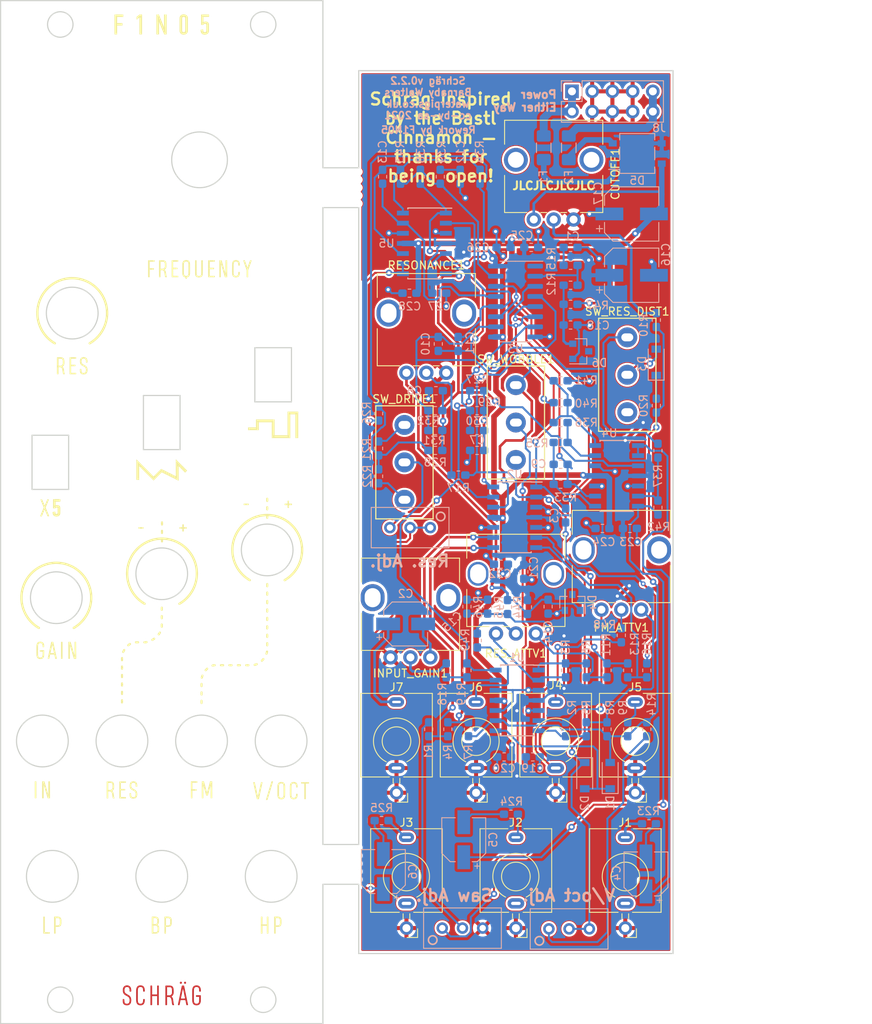
<source format=kicad_pcb>
(kicad_pcb (version 20171130) (host pcbnew 5.1.10-88a1d61d58~90~ubuntu21.04.1)
  (title_block (title Schräg) (rev 0.2.2))
  (layers (0 F.Cu signal) (31 B.Cu signal) (34 B.Paste user) (35 F.Paste user) (36 B.SilkS user) (37 F.SilkS user) (38 B.Mask user) (39 F.Mask user) (44 Edge.Cuts user))
  (net 0 "")
  (net 1 GND)
  (net 2 "Net-(C1-Pad1)")
  (net 3 "Net-(C2-Pad2)")
  (net 4 "Net-(C3-Pad2)")
  (net 5 "/Filter Core/RES_CV")
  (net 6 "Net-(C4-Pad2)")
  (net 7 "/Filter Core/HP_OUT")
  (net 8 "/Filter Core/BP_OUT")
  (net 9 "Net-(C5-Pad2)")
  (net 10 "Net-(C6-Pad2)")
  (net 11 "/Filter Core/LP_OUT")
  (net 12 "Net-(C7-Pad1)")
  (net 13 "Net-(C8-Pad1)")
  (net 14 "Net-(C9-Pad1)")
  (net 15 "Net-(C9-Pad2)")
  (net 16 "/Filter Core/RES_MOD")
  (net 17 "Net-(C10-Pad2)")
  (net 18 "Net-(C11-Pad2)")
  (net 19 "Net-(C12-Pad1)")
  (net 20 "Net-(C13-Pad1)")
  (net 21 "Net-(C13-Pad2)")
  (net 22 5V_REF)
  (net 23 0.16V_REF)
  (net 24 +12V)
  (net 25 -12V)
  (net 26 -5V_REF)
  (net 27 "Net-(CUTOFF1-Pad2)")
  (net 28 "Net-(D1-Pad1)")
  (net 29 "Net-(D1-Pad2)")
  (net 30 "/Filter Core/FREQ_CV")
  (net 31 "Net-(D3-Pad1)")
  (net 32 "Net-(D3-Pad2)")
  (net 33 "Net-(D5-Pad1)")
  (net 34 "Net-(D5-Pad2)")
  (net 35 "Net-(F1-Pad2)")
  (net 36 "Net-(F2-Pad2)")
  (net 37 "Net-(FM_ATTV1-Pad1)")
  (net 38 "Net-(FM_ATTV1-Pad2)")
  (net 39 "Net-(FM_ATTV1-Pad3)")
  (net 40 "Net-(INPUT_GAIN1-Pad2)")
  (net 41 "Net-(R1-Pad1)")
  (net 42 "Net-(R1-Pad2)")
  (net 43 "Net-(R2-Pad1)")
  (net 44 "Net-(R3-Pad1)")
  (net 45 "Net-(R3-Pad2)")
  (net 46 "Net-(R4-Pad1)")
  (net 47 "Net-(R11-Pad2)")
  (net 48 "Net-(R11-Pad1)")
  (net 49 "Net-(R12-Pad1)")
  (net 50 "Net-(R13-Pad1)")
  (net 51 "Net-(R14-Pad1)")
  (net 52 "Net-(R17-Pad2)")
  (net 53 "Net-(R18-Pad1)")
  (net 54 "Net-(R19-Pad1)")
  (net 55 "/Filter Core/AUDIO_IN")
  (net 56 "Net-(R21-Pad2)")
  (net 57 "Net-(R22-Pad2)")
  (net 58 "Net-(R26-Pad1)")
  (net 59 "Net-(R27-Pad2)")
  (net 60 "Net-(R27-Pad1)")
  (net 61 "Net-(R28-Pad1)")
  (net 62 "Net-(R29-Pad1)")
  (net 63 "Net-(R35-Pad1)")
  (net 64 "Net-(R36-Pad1)")
  (net 65 "Net-(R37-Pad1)")
  (net 66 "Net-(R38-Pad1)")
  (net 67 "Net-(RV_SAW_OCTAVE1-Pad1)")
  (net 68 "Net-(R49-Pad1)")
  (net 69 "Net-(U3-Pad1)")
  (net 70 "Net-(SW_RES_DIST1-Pad3)")
  (net 71 "Net-(SW_WOBBLE1-Pad3)")
  (net 72 "Net-(J1-PadT)")
  (net 73 "Net-(J1-PadTN)")
  (net 74 "Net-(J2-PadT)")
  (net 75 "Net-(J2-PadTN)")
  (net 76 "Net-(J3-PadT)")
  (net 77 "Net-(J3-PadTN)")
  (net 78 "Net-(C2-Pad1)")
  (net 79 "Net-(J4-PadT)")
  (net 80 "Net-(J5-PadT)")
  (net 81 "Net-(J6-PadT)")
  (module Package_SO:SOIC-16_3.9x9.9mm_P1.27mm (layer B.Cu) (at 64.7 37.8 180)
    (fp_text reference U3 (at 0 -5.95) (layer B.SilkS) (effects (justify mirror)))
    (fp_text value V2164)
    (pad 16 smd roundrect (at 2.475 4.445 180) (size 1.95 0.6) (layers B.Cu B.Paste B.Mask) (net 24 +12V))
    (pad 15 smd roundrect (at 2.475 3.175 180) (size 1.95 0.6) (layers B.Cu B.Paste B.Mask) (net 66 "Net-(R38-Pad1)"))
    (pad 14 smd roundrect (at 2.475 1.905 180) (size 1.95 0.6) (layers B.Cu B.Paste B.Mask) (net 30 "/Filter Core/FREQ_CV"))
    (pad 13 smd roundrect (at 2.475 0.635 180) (size 1.95 0.6) (layers B.Cu B.Paste B.Mask) (net 21 "Net-(C13-Pad2)"))
    (pad 12 smd roundrect (at 2.475 -0.635 180) (size 1.95 0.6) (layers B.Cu B.Paste B.Mask) (net 18 "Net-(C11-Pad2)"))
    (pad 11 smd roundrect (at 2.475 -1.905 180) (size 1.95 0.6) (layers B.Cu B.Paste B.Mask) (net 30 "/Filter Core/FREQ_CV"))
    (pad 10 smd roundrect (at 2.475 -3.175 180) (size 1.95 0.6) (layers B.Cu B.Paste B.Mask) (net 17 "Net-(C10-Pad2)"))
    (pad 9 smd roundrect (at 2.475 -4.445 180) (size 1.95 0.6) (layers B.Cu B.Paste B.Mask) (net 25 -12V))
    (pad 8 smd roundrect (at -2.475 -4.445 180) (size 1.95 0.6) (layers B.Cu B.Paste B.Mask) (net 1 GND))
    (pad 7 smd roundrect (at -2.475 -3.175 180) (size 1.95 0.6) (layers B.Cu B.Paste B.Mask) (net 62 "Net-(R29-Pad1)"))
    (pad 6 smd roundrect (at -2.475 -1.905 180) (size 1.95 0.6) (layers B.Cu B.Paste B.Mask) (net 5 "/Filter Core/RES_CV"))
    (pad 5 smd roundrect (at -2.475 -0.635 180) (size 1.95 0.6) (layers B.Cu B.Paste B.Mask) (net 15 "Net-(C9-Pad2)"))
    (pad 4 smd roundrect (at -2.475 0.635 180) (size 1.95 0.6) (layers B.Cu B.Paste B.Mask) (net 4 "Net-(C3-Pad2)"))
    (pad 3 smd roundrect (at -2.475 1.905 180) (size 1.95 0.6) (layers B.Cu B.Paste B.Mask) (net 5 "/Filter Core/RES_CV"))
    (pad 2 smd roundrect (at -2.475 3.175 180) (size 1.95 0.6) (layers B.Cu B.Paste B.Mask) (net 49 "Net-(R12-Pad1)"))
    (pad 1 smd roundrect (at -2.475 4.445 180) (size 1.95 0.6) (layers B.Cu B.Paste B.Mask) (net 69 "Net-(U3-Pad1)"))
  )
  (module Connector_PinHeader_2.54mm:PinHeader_2x05_P2.54mm_Vertical (layer B.Cu) (at 71.8 11.4 270)
    (fp_text reference J8 (at 4.6 -10.95 180) (layer B.SilkS) (effects (justify mirror)))
    (fp_text value POWER)
    (pad 10 thru_hole oval (at 2.54 -10.16 270) (size 1.7 1.7) (drill 1) (layers *.Cu *.Mask) (net 36 "Net-(F2-Pad2)"))
    (pad 9 thru_hole oval (at 0 -10.16 270) (size 1.7 1.7) (drill 1) (layers *.Cu *.Mask) (net 36 "Net-(F2-Pad2)"))
    (pad 8 thru_hole oval (at 2.54 -7.62 270) (size 1.7 1.7) (drill 1) (layers *.Cu *.Mask) (net 1 GND))
    (pad 7 thru_hole oval (at 0 -7.62 270) (size 1.7 1.7) (drill 1) (layers *.Cu *.Mask) (net 1 GND))
    (pad 6 thru_hole oval (at 2.54 -5.08 270) (size 1.7 1.7) (drill 1) (layers *.Cu *.Mask) (net 1 GND))
    (pad 5 thru_hole oval (at 0 -5.08 270) (size 1.7 1.7) (drill 1) (layers *.Cu *.Mask) (net 1 GND))
    (pad 4 thru_hole oval (at 2.54 -2.54 270) (size 1.7 1.7) (drill 1) (layers *.Cu *.Mask) (net 1 GND))
    (pad 3 thru_hole oval (at 0 -2.54 270) (size 1.7 1.7) (drill 1) (layers *.Cu *.Mask) (net 1 GND))
    (pad 2 thru_hole oval (at 2.54 0 270) (size 1.7 1.7) (drill 1) (layers *.Cu *.Mask) (net 35 "Net-(F1-Pad2)"))
    (pad 1 thru_hole rect (at 0 0 270) (size 1.7 1.7) (drill 1) (layers *.Cu *.Mask) (net 35 "Net-(F1-Pad2)"))
  )
  (module Schraeg:copper (layer F.Cu) (at 20.25 64.25)
    (fp_text reference G*** hide)
    (fp_text value LOGO hide)
    (fp_poly (pts (xy -4.334934 59.450191) (xy -4.288002 59.45328) (xy -4.247128 59.458528) (xy -4.210054 59.466502) (xy -4.174519 59.477772) (xy -4.138267 59.492905) (xy -4.109769 59.506864) (xy -4.056409 59.538888) (xy -4.008824 59.577064) (xy -3.967007 59.621405) (xy -3.930947 59.671927) (xy -3.900638 59.728641) (xy -3.87607 59.791562) (xy -3.857234 59.860703) (xy -3.845847 59.92352) (xy -3.843464 59.944265) (xy -3.841234 59.971675) (xy -3.839267 60.003948) (xy -3.837673 60.039283) (xy -3.836563 60.075878) (xy -3.836558 60.076071) (xy -3.835838 60.1115) (xy -3.835572 60.139541) (xy -3.835918 60.161266) (xy -3.837036 60.177749) (xy -3.839085 60.190062) (xy -3.842224 60.199277) (xy -3.84661 60.206469) (xy -3.852404 60.212709) (xy -3.857441 60.217136) (xy -3.862488 60.221103) (xy -3.867664 60.223917) (xy -3.874445 60.225776) (xy -3.88431 60.226874) (xy -3.898734 60.227407) (xy -3.919196 60.22757) (xy -3.936267 60.227571) (xy -3.964531 60.227344) (xy -3.985717 60.226514) (xy -4.001205 60.224767) (xy -4.012378 60.221788) (xy -4.020619 60.217262) (xy -4.027309 60.210876) (xy -4.031183 60.205981) (xy -4.03356 60.202195) (xy -4.035491 60.19727) (xy -4.037059 60.190236) (xy -4.038347 60.180124) (xy -4.039439 60.165963) (xy -4.040418 60.146783) (xy -4.041367 60.121614) (xy -4.042368 60.089486) (xy -4.042975 60.068398) (xy -4.044097 60.030849) (xy -4.045182 60.000496) (xy -4.046336 59.976067) (xy -4.047661 59.956292) (xy -4.049262 59.939902) (xy -4.051242 59.925625) (xy -4.053706 59.912191) (xy -4.056758 59.898329) (xy -4.056967 59.897434) (xy -4.065216 59.864818) (xy -4.07356 59.837957) (xy -4.082978 59.814184) (xy -4.094447 59.790833) (xy -4.099358 59.781855) (xy -4.125832 59.742855) (xy -4.158238 59.709874) (xy -4.196497 59.682968) (xy -4.240531 59.66219) (xy -4.290264 59.647595) (xy -4.290322 59.647583) (xy -4.309121 59.644901) (xy -4.333796 59.643393) (xy -4.361841 59.643022) (xy -4.390753 59.643751) (xy -4.418027 59.645542) (xy -4.441159 59.648358) (xy -4.449552 59.649951) (xy -4.495419 59.664193) (xy -4.536816 59.685513) (xy -4.57357 59.713695) (xy -4.605506 59.748519) (xy -4.632451 59.789769) (xy -4.654231 59.837226) (xy -4.670671 59.890674) (xy -4.679952 59.938196) (xy -4.682655 59.962453) (xy -4.684605 59.993027) (xy -4.685785 60.027802) (xy -4.686177 60.064661) (xy -4.685763 60.101487) (xy -4.684526 60.136162) (xy -4.682448 60.16657) (xy -4.6819 60.172245) (xy -4.672429 60.227045) (xy -4.655444 60.279011) (xy -4.630741 60.328528) (xy -4.598118 60.375986) (xy -4.557372 60.421771) (xy -4.544274 60.434538) (xy -4.527171 60.450015) (xy -4.508547 60.46535) (xy -4.487615 60.481055) (xy -4.463589 60.497642) (xy -4.435682 60.515624) (xy -4.403107 60.53551) (xy -4.365079 60.557815) (xy -4.32081 60.583048) (xy -4.28625 60.602415) (xy -4.254499 60.620215) (xy -4.223575 60.637743) (xy -4.194655 60.654319) (xy -4.168918 60.669261) (xy -4.147541 60.681886) (xy -4.131701 60.691513) (xy -4.125384 60.695541) (xy -4.067258 60.738772) (xy -4.015539 60.787533) (xy -3.970236 60.841811) (xy -3.931354 60.901595) (xy -3.898902 60.966872) (xy -3.872886 61.037628) (xy -3.853314 61.113853) (xy -3.841896 61.181816) (xy -3.837485 61.228516) (xy -3.835481 61.280898) (xy -3.835794 61.336557) (xy -3.838337 61.393086) (xy -3.84302 61.448076) (xy -3.849755 61.499122) (xy -3.854608 61.526182) (xy -3.872132 61.595868) (xy -3.895478 61.659756) (xy -3.924496 61.717691) (xy -3.959033 61.769512) (xy -3.998938 61.815064) (xy -4.044059 61.854186) (xy -4.094244 61.886721) (xy -4.149342 61.912511) (xy -4.209201 61.931399) (xy -4.251657 61.940074) (xy -4.279911 61.943645) (xy -4.313925 61.946315) (xy -4.351031 61.948002) (xy -4.388564 61.948623) (xy -4.423855 61.948098) (xy -4.454239 61.946344) (xy -4.454728 61.9463) (xy -4.524696 61.936916) (xy -4.588393 61.921878) (xy -4.645903 61.901126) (xy -4.697311 61.874601) (xy -4.742702 61.842242) (xy -4.782159 61.803992) (xy -4.815767 61.759789) (xy -4.843611 61.709575) (xy -4.864686 61.65659) (xy -4.875081 61.621076) (xy -4.883655 61.582011) (xy -4.890494 61.538599) (xy -4.895682 61.490043) (xy -4.899303 61.435547) (xy -4.901441 61.374313) (xy -4.902181 61.305545) (xy -4.902183 61.302413) (xy -4.902157 61.270712) (xy -4.902004 61.246349) (xy -4.901633 61.228196) (xy -4.90095 61.215123) (xy -4.899863 61.206002) (xy -4.898279 61.199704) (xy -4.896105 61.195101) (xy -4.89325 61.191065) (xy -4.893023 61.190775) (xy -4.884426 61.18176) (xy -4.874052 61.175312) (xy -4.86042 61.171048) (xy -4.842049 61.168586) (xy -4.817458 61.167543) (xy -4.802717 61.167434) (xy -4.77396 61.16797) (xy -4.752276 61.169829) (xy -4.736326 61.173383) (xy -4.72477 61.179007) (xy -4.716268 61.187074) (xy -4.712454 61.192612) (xy -4.709964 61.197521) (xy -4.707984 61.203843) (xy -4.706417 61.212663) (xy -4.705169 61.225064) (xy -4.704144 61.242132) (xy -4.703248 61.264951) (xy -4.702384 61.294605) (xy -4.701932 61.312458) (xy -4.699811 61.374425) (xy -4.696611 61.428778) (xy -4.692212 61.476315) (xy -4.686494 61.517834) (xy -4.679336 61.554134) (xy -4.670618 61.586011) (xy -4.66022 61.614265) (xy -4.654539 61.626893) (xy -4.634901 61.660356) (xy -4.61035 61.688494) (xy -4.580511 61.71148) (xy -4.545005 61.729486) (xy -4.503458 61.742685) (xy -4.455492 61.751249) (xy -4.400731 61.755351) (xy -4.373034 61.755787) (xy -4.318063 61.753027) (xy -4.268766 61.744652) (xy -4.224885 61.730421) (xy -4.18616 61.710091) (xy -4.15233 61.683421) (xy -4.123137 61.650167) (xy -4.098321 61.610088) (xy -4.077623 61.562942) (xy -4.060782 61.508487) (xy -4.048739 61.453184) (xy -4.045621 61.430544) (xy -4.043206 61.401761) (xy -4.041497 61.368506) (xy -4.040494 61.332447) (xy -4.0402 61.295254) (xy -4.040615 61.258598) (xy -4.041741 61.224149) (xy -4.043581 61.193576) (xy -4.046135 61.16855) (xy -4.048453 61.154734) (xy -4.062921 61.099652) (xy -4.081766 61.050142) (xy -4.105696 61.00519) (xy -4.135415 60.963781) (xy -4.171631 60.924902) (xy -4.215049 60.887537) (xy -4.254576 60.858649) (xy -4.266919 60.850676) (xy -4.285536 60.839321) (xy -4.309267 60.82526) (xy -4.336956 60.809168) (xy -4.367443 60.791718) (xy -4.399571 60.773587) (xy -4.423909 60.760022) (xy -4.465671 60.736841) (xy -4.500856 60.717206) (xy -4.530317 60.700601) (xy -4.554907 60.686513) (xy -4.575481 60.674428) (xy -4.592891 60.663832) (xy -4.607991 60.65421) (xy -4.621634 60.64505) (xy -4.634673 60.635836) (xy -4.647962 60.626056) (xy -4.65455 60.621107) (xy -4.706508 60.577323) (xy -4.751626 60.5294) (xy -4.790156 60.476915) (xy -4.822348 60.419447) (xy -4.848455 60.356573) (xy -4.868728 60.287871) (xy -4.877628 60.246684) (xy -4.880363 60.231713) (xy -4.882531 60.217869) (xy -4.884197 60.203908) (xy -4.885427 60.188587) (xy -4.886283 60.170664) (xy -4.88683 60.148895) (xy -4.887134 60.122038) (xy -4.887257 60.08885) (xy -4.88727 60.060417) (xy -4.887237 60.022718) (xy -4.887109 59.992255) (xy -4.886811 59.967796) (xy -4.886267 59.948111) (xy -4.8854 59.931968) (xy -4.884135 59.918136) (xy -4.882396 59.905384) (xy -4.880106 59.892481) (xy -4.877189 59.878196) (xy -4.875532 59.870431) (xy -4.857424 59.801421) (xy -4.83402 59.738788) (xy -4.805127 59.682155) (xy -4.770556 59.631145) (xy -4.732867 59.588143) (xy -4.687202 59.547864) (xy -4.636594 59.514391) (xy -4.581224 59.487785) (xy -4.521268 59.468107) (xy -4.456904 59.45542) (xy -4.38831 59.449785) (xy -4.334934 59.450191)) (layer F.Cu) (width 0.01))
    (fp_poly (pts (xy -2.643717 59.450097) (xy -2.579734 59.454809) (xy -2.52177 59.464265) (xy -2.468593 59.478837) (xy -2.418971 59.498897) (xy -2.371673 59.524817) (xy -2.350725 59.538556) (xy -2.326233 59.557586) (xy -2.300172 59.581458) (xy -2.274995 59.607678) (xy -2.253153 59.633749) (xy -2.242163 59.649045) (xy -2.219744 59.68764) (xy -2.198893 59.732685) (xy -2.180367 59.782201) (xy -2.164922 59.834209) (xy -2.155295 59.876267) (xy -2.149862 59.905271) (xy -2.145547 59.932216) (xy -2.142179 59.958917) (xy -2.139584 59.987189) (xy -2.137589 60.018848) (xy -2.136023 60.055709) (xy -2.134966 60.090073) (xy -2.134034 60.127775) (xy -2.133933 60.157871) (xy -2.135288 60.181216) (xy -2.138723 60.198668) (xy -2.144863 60.211085) (xy -2.154331 60.219324) (xy -2.167753 60.224241) (xy -2.185754 60.226693) (xy -2.208957 60.227539) (xy -2.2352 60.227634) (xy -2.264459 60.227317) (xy -2.286525 60.226151) (xy -2.302657 60.22381) (xy -2.314112 60.21997) (xy -2.322149 60.214306) (xy -2.328026 60.206494) (xy -2.329791 60.203221) (xy -2.332331 60.19441) (xy -2.334493 60.178575) (xy -2.336314 60.15529) (xy -2.337835 60.124132) (xy -2.338355 60.109738) (xy -2.3417 60.03976) (xy -2.346929 59.977508) (xy -2.354239 59.922413) (xy -2.363828 59.873903) (xy -2.375891 59.83141) (xy -2.390626 59.794361) (xy -2.40823 59.762188) (xy -2.4289 59.73432) (xy -2.452832 59.710186) (xy -2.480223 59.689217) (xy -2.484488 59.686408) (xy -2.513865 59.670106) (xy -2.545766 59.657912) (xy -2.58152 59.649523) (xy -2.622454 59.644636) (xy -2.669894 59.642948) (xy -2.675034 59.642944) (xy -2.725079 59.644772) (xy -2.768378 59.650221) (xy -2.805956 59.65955) (xy -2.838838 59.673014) (xy -2.868048 59.690872) (xy -2.86915 59.691678) (xy -2.898687 59.716885) (xy -2.924161 59.74631) (xy -2.94585 59.780584) (xy -2.964033 59.820338) (xy -2.978988 59.866204) (xy -2.990993 59.91881) (xy -3.000327 59.97879) (xy -3.002009 59.992684) (xy -3.002712 60.003008) (xy -3.003388 60.021217) (xy -3.004037 60.046727) (xy -3.004655 60.078956) (xy -3.005242 60.117322) (xy -3.005796 60.161241) (xy -3.006315 60.210132) (xy -3.006798 60.263411) (xy -3.007243 60.320497) (xy -3.007649 60.380806) (xy -3.008013 60.443756) (xy -3.008334 60.508765) (xy -3.00861 60.57525) (xy -3.00884 60.642628) (xy -3.009023 60.710317) (xy -3.009155 60.777734) (xy -3.009237 60.844298) (xy -3.009265 60.909424) (xy -3.009239 60.972531) (xy -3.009157 61.033036) (xy -3.009017 61.090356) (xy -3.008818 61.14391) (xy -3.008558 61.193114) (xy -3.008234 61.237385) (xy -3.007847 61.276143) (xy -3.007393 61.308802) (xy -3.006871 61.334782) (xy -3.00628 61.3535) (xy -3.00589 61.361033) (xy -2.999917 61.427567) (xy -2.991241 61.486489) (xy -2.979641 61.538281) (xy -2.9649 61.583425) (xy -2.946799 61.622402) (xy -2.925118 61.655694) (xy -2.899641 61.683782) (xy -2.870148 61.707148) (xy -2.841219 61.723928) (xy -2.807795 61.737152) (xy -2.768549 61.746885) (xy -2.725399 61.753072) (xy -2.680261 61.755659) (xy -2.635052 61.754593) (xy -2.591686 61.74982) (xy -2.552082 61.741285) (xy -2.526911 61.732757) (xy -2.499346 61.719011) (xy -2.471626 61.700742) (xy -2.446673 61.680085) (xy -2.429102 61.661346) (xy -2.41521 61.641112) (xy -2.40072 61.615233) (xy -2.38689 61.586323) (xy -2.374978 61.556998) (xy -2.366713 61.531612) (xy -2.360058 61.502901) (xy -2.353891 61.467484) (xy -2.348396 61.427114) (xy -2.343758 61.383548) (xy -2.340163 61.33854) (xy -2.337794 61.293844) (xy -2.336836 61.251215) (xy -2.336826 61.247867) (xy -2.335896 61.222428) (xy -2.332559 61.202887) (xy -2.325871 61.188497) (xy -2.314887 61.178511) (xy -2.298663 61.172182) (xy -2.276254 61.168761) (xy -2.246717 61.167502) (xy -2.2352 61.167434) (xy -2.203646 61.167991) (xy -2.179505 61.170145) (xy -2.161768 61.174616) (xy -2.149427 61.182127) (xy -2.141474 61.193399) (xy -2.136899 61.209154) (xy -2.134695 61.230114) (xy -2.134267 61.239662) (xy -2.133987 61.268327) (xy -2.134773 61.303041) (xy -2.136478 61.341475) (xy -2.138951 61.381299) (xy -2.142045 61.420184) (xy -2.145611 61.455799) (xy -2.149498 61.485815) (xy -2.150357 61.491284) (xy -2.165645 61.564818) (xy -2.186446 61.632034) (xy -2.212737 61.692898) (xy -2.244493 61.747374) (xy -2.281689 61.795427) (xy -2.324301 61.83702) (xy -2.372305 61.872119) (xy -2.425677 61.900687) (xy -2.433483 61.904124) (xy -2.464197 61.916553) (xy -2.492066 61.925906) (xy -2.520844 61.933291) (xy -2.554287 61.939815) (xy -2.554718 61.93989) (xy -2.57372 61.942472) (xy -2.598366 61.944772) (xy -2.626424 61.946688) (xy -2.655664 61.948117) (xy -2.683855 61.948955) (xy -2.708767 61.949101) (xy -2.728169 61.948452) (xy -2.732617 61.948083) (xy -2.794794 61.939812) (xy -2.850239 61.928055) (xy -2.900089 61.912448) (xy -2.945483 61.892626) (xy -2.987557 61.868225) (xy -2.992967 61.864612) (xy -3.010121 61.851467) (xy -3.030345 61.833644) (xy -3.051562 61.813193) (xy -3.0717 61.792163) (xy -3.088684 61.7726) (xy -3.096642 61.762217) (xy -3.12247 61.720541) (xy -3.145748 61.672016) (xy -3.16598 61.618009) (xy -3.182674 61.559883) (xy -3.195334 61.499005) (xy -3.197961 61.482514) (xy -3.199992 61.468433) (xy -3.20184 61.454431) (xy -3.203511 61.440074) (xy -3.205014 61.424926) (xy -3.206355 61.408553) (xy -3.207543 61.39052) (xy -3.208584 61.370391) (xy -3.209485 61.347733) (xy -3.210256 61.322109) (xy -3.210902 61.293085) (xy -3.211431 61.260226) (xy -3.211851 61.223097) (xy -3.212169 61.181263) (xy -3.212393 61.134289) (xy -3.212529 61.08174) (xy -3.212586 61.023181) (xy -3.212571 60.958178) (xy -3.212491 60.886295) (xy -3.212353 60.807097) (xy -3.212166 60.720149) (xy -3.212022 60.659434) (xy -3.211799 60.571192) (xy -3.211578 60.490998) (xy -3.211355 60.418432) (xy -3.211124 60.353075) (xy -3.21088 60.294508) (xy -3.210618 60.242311) (xy -3.210332 60.196066) (xy -3.210019 60.155354) (xy -3.209672 60.119755) (xy -3.209286 60.088849) (xy -3.208857 60.062219) (xy -3.208378 60.039444) (xy -3.207846 60.020105) (xy -3.207254 60.003784) (xy -3.206599 59.99006) (xy -3.205873 59.978516) (xy -3.205074 59.968731) (xy -3.204194 59.960287) (xy -3.203379 59.953843) (xy -3.193006 59.889243) (xy -3.180325 59.831409) (xy -3.164923 59.778858) (xy -3.146387 59.730106) (xy -3.132871 59.700584) (xy -3.103686 59.648897) (xy -3.069598 59.603713) (xy -3.029973 59.564409) (xy -2.984177 59.530361) (xy -2.931576 59.500946) (xy -2.928193 59.499317) (xy -2.880297 59.479444) (xy -2.830162 59.464763) (xy -2.776573 59.455062) (xy -2.718317 59.450132) (xy -2.654179 59.449762) (xy -2.643717 59.450097)) (layer F.Cu) (width 0.01))
    (fp_poly (pts (xy 4.39478 59.449111) (xy 4.431855 59.450674) (xy 4.457811 59.45302) (xy 4.524865 59.464716) (xy 4.586848 59.482979) (xy 4.643601 59.507696) (xy 4.69496 59.538751) (xy 4.740767 59.576029) (xy 4.78086 59.619415) (xy 4.815078 59.668793) (xy 4.84326 59.72405) (xy 4.846068 59.730683) (xy 4.866151 59.784446) (xy 4.88223 59.839795) (xy 4.894511 59.897952) (xy 4.903197 59.96014) (xy 4.908494 60.027582) (xy 4.910605 60.1015) (xy 4.910663 60.116932) (xy 4.910667 60.198847) (xy 4.896273 60.21324) (xy 4.88188 60.227634) (xy 4.812177 60.227634) (xy 4.786155 60.227564) (xy 4.767176 60.227248) (xy 4.753821 60.226525) (xy 4.744667 60.225235) (xy 4.738293 60.223217) (xy 4.733276 60.220312) (xy 4.730808 60.218456) (xy 4.721734 60.209781) (xy 4.71526 60.199285) (xy 4.710998 60.185479) (xy 4.708558 60.166873) (xy 4.707554 60.14198) (xy 4.707467 60.128901) (xy 4.706431 60.075858) (xy 4.703445 60.023329) (xy 4.698686 59.972814) (xy 4.692334 59.925817) (xy 4.684567 59.883837) (xy 4.675566 59.848376) (xy 4.673074 59.840496) (xy 4.660022 59.805238) (xy 4.645954 59.776176) (xy 4.629548 59.751042) (xy 4.609483 59.727571) (xy 4.603772 59.721729) (xy 4.576277 59.697244) (xy 4.547328 59.677851) (xy 4.515738 59.663151) (xy 4.48032 59.652746) (xy 4.439885 59.646239) (xy 4.393249 59.64323) (xy 4.368757 59.642912) (xy 4.326739 59.644072) (xy 4.290879 59.647766) (xy 4.259142 59.654386) (xy 4.229495 59.664323) (xy 4.208296 59.673753) (xy 4.171992 59.695473) (xy 4.140621 59.723041) (xy 4.113909 59.756843) (xy 4.091579 59.797268) (xy 4.073357 59.844704) (xy 4.06426 59.876774) (xy 4.060411 59.892568) (xy 4.056894 59.908314) (xy 4.053696 59.924431) (xy 4.050805 59.941343) (xy 4.048206 59.959468) (xy 4.045885 59.97923) (xy 4.043831 60.001049) (xy 4.042029 60.025346) (xy 4.040466 60.052542) (xy 4.039128 60.083059) (xy 4.038003 60.117318) (xy 4.037076 60.15574) (xy 4.036335 60.198746) (xy 4.035766 60.246757) (xy 4.035355 60.300195) (xy 4.03509 60.359481) (xy 4.034956 60.425035) (xy 4.034941 60.49728) (xy 4.03503 60.576635) (xy 4.035212 60.663524) (xy 4.035471 60.758366) (xy 4.035537 60.780084) (xy 4.035802 60.866262) (xy 4.036056 60.944431) (xy 4.036316 61.015048) (xy 4.036598 61.07857) (xy 4.036918 61.135454) (xy 4.037293 61.186157) (xy 4.037739 61.231137) (xy 4.038272 61.270851) (xy 4.038909 61.305755) (xy 4.039667 61.336308) (xy 4.040561 61.362966) (xy 4.041607 61.386186) (xy 4.042823 61.406427) (xy 4.044225 61.424144) (xy 4.045829 61.439795) (xy 4.047651 61.453837) (xy 4.049708 61.466728) (xy 4.052017 61.478925) (xy 4.054592 61.490884) (xy 4.057452 61.503064) (xy 4.060612 61.515921) (xy 4.062102 61.521913) (xy 4.075213 61.567246) (xy 4.090506 61.605607) (xy 4.108708 61.638366) (xy 4.130543 61.66689) (xy 4.148724 61.685391) (xy 4.175473 61.707264) (xy 4.203939 61.724447) (xy 4.235325 61.73731) (xy 4.270833 61.746223) (xy 4.311666 61.751555) (xy 4.359027 61.753678) (xy 4.370917 61.75375) (xy 4.402794 61.753465) (xy 4.428056 61.752519) (xy 4.448534 61.750777) (xy 4.466063 61.748104) (xy 4.475707 61.74605) (xy 4.519162 61.732328) (xy 4.557709 61.712587) (xy 4.591499 61.686615) (xy 4.620683 61.6542) (xy 4.645412 61.61513) (xy 4.665837 61.569195) (xy 4.682111 61.516183) (xy 4.694384 61.455882) (xy 4.697321 61.43625) (xy 4.698884 61.423531) (xy 4.700238 61.409085) (xy 4.701406 61.392178) (xy 4.702409 61.372076) (xy 4.703269 61.348044) (xy 4.704006 61.31935) (xy 4.704644 61.285257) (xy 4.705203 61.245034) (xy 4.705704 61.197944) (xy 4.706171 61.143254) (xy 4.706253 61.132509) (xy 4.708157 60.879567) (xy 4.52472 60.879505) (xy 4.47894 60.879478) (xy 4.440849 60.879378) (xy 4.409666 60.879123) (xy 4.384614 60.878628) (xy 4.364914 60.877814) (xy 4.349788 60.876597) (xy 4.338455 60.874894) (xy 4.330139 60.872624) (xy 4.32406 60.869705) (xy 4.319439 60.866054) (xy 4.315499 60.861588) (xy 4.312058 60.857032) (xy 4.308524 60.85155) (xy 4.306069 60.845201) (xy 4.304501 60.836411) (xy 4.303626 60.823607) (xy 4.303252 60.805213) (xy 4.303183 60.784648) (xy 4.303489 60.756615) (xy 4.304661 60.735674) (xy 4.307077 60.720466) (xy 4.311115 60.709628) (xy 4.317156 60.701802) (xy 4.325578 60.695627) (xy 4.328433 60.693998) (xy 4.331806 60.692512) (xy 4.336532 60.691238) (xy 4.343268 60.690156) (xy 4.352669 60.689244) (xy 4.365393 60.688482) (xy 4.382096 60.68785) (xy 4.403434 60.687327) (xy 4.430064 60.686892) (xy 4.462642 60.686524) (xy 4.501825 60.686203) (xy 4.548269 60.685909) (xy 4.593167 60.685667) (xy 4.639157 60.68548) (xy 4.683067 60.68539) (xy 4.724087 60.685396) (xy 4.761408 60.68549) (xy 4.79422 60.685671) (xy 4.821712 60.685933) (xy 4.843077 60.686271) (xy 4.857503 60.686683) (xy 4.863845 60.687105) (xy 4.881687 60.692543) (xy 4.896977 60.704164) (xy 4.911315 60.718502) (xy 4.909504 61.064676) (xy 4.909149 61.128874) (xy 4.908788 61.185213) (xy 4.908407 61.2343) (xy 4.907994 61.276742) (xy 4.907534 61.313147) (xy 4.907014 61.344122) (xy 4.90642 61.370274) (xy 4.905738 61.392212) (xy 4.904955 61.410541) (xy 4.904057 61.425871) (xy 4.903029 61.438807) (xy 4.901859 61.449957) (xy 4.900591 61.459534) (xy 4.88647 61.535916) (xy 4.867357 61.60589) (xy 4.843308 61.669348) (xy 4.81438 61.72618) (xy 4.78063 61.776278) (xy 4.742115 61.819532) (xy 4.698893 61.855833) (xy 4.690533 61.861678) (xy 4.643714 61.889244) (xy 4.591749 61.912361) (xy 4.537232 61.930008) (xy 4.49145 61.939847) (xy 4.462794 61.943502) (xy 4.428819 61.946253) (xy 4.392297 61.948005) (xy 4.356001 61.948662) (xy 4.322705 61.948132) (xy 4.296833 61.946486) (xy 4.230235 61.936747) (xy 4.169489 61.921126) (xy 4.11418 61.899436) (xy 4.063895 61.87149) (xy 4.018219 61.8371) (xy 3.985522 61.805677) (xy 3.951653 61.764795) (xy 3.922287 61.718775) (xy 3.897297 61.667239) (xy 3.876558 61.609807) (xy 3.859946 61.546101) (xy 3.847334 61.475741) (xy 3.838597 61.398347) (xy 3.835339 61.351584) (xy 3.834776 61.336975) (xy 3.834256 61.314558) (xy 3.83378 61.28496) (xy 3.833347 61.248805) (xy 3.832957 61.206723) (xy 3.832611 61.159338) (xy 3.832309 61.107279) (xy 3.83205 61.051171) (xy 3.831834 60.991641) (xy 3.831662 60.929316) (xy 3.831533 60.864823) (xy 3.831447 60.798788) (xy 3.831405 60.731838) (xy 3.831407 60.664599) (xy 3.831451 60.597699) (xy 3.831539 60.531764) (xy 3.831671 60.467421) (xy 3.831845 60.405296) (xy 3.832063 60.346017) (xy 3.832325 60.290209) (xy 3.83263 60.238499) (xy 3.832978 60.191515) (xy 3.833369 60.149883) (xy 3.833804 60.114229) (xy 3.834282 60.08518) (xy 3.834803 60.063364) (xy 3.835351 60.049703) (xy 3.842111 59.968073) (xy 3.852549 59.893733) (xy 3.866779 59.826288) (xy 3.884915 59.765348) (xy 3.907072 59.710521) (xy 3.933363 59.661414) (xy 3.960066 59.622549) (xy 3.998059 59.580032) (xy 4.042209 59.542891) (xy 4.091867 59.511471) (xy 4.146383 59.486112) (xy 4.205108 59.467158) (xy 4.267392 59.454951) (xy 4.281183 59.453241) (xy 4.316237 59.450398) (xy 4.355172 59.44902) (xy 4.39478 59.449111)) (layer F.Cu) (width 0.01))
    (fp_poly (pts (xy -1.289189 59.470023) (xy -1.270839 59.470508) (xy -1.257847 59.471518) (xy -1.248662 59.47322) (xy -1.241729 59.475779) (xy -1.237462 59.478123) (xy -1.22674 59.486386) (xy -1.218826 59.495409) (xy -1.218412 59.496099) (xy -1.217574 59.498947) (xy -1.216813 59.504671) (xy -1.216124 59.51366) (xy -1.215503 59.526304) (xy -1.214945 59.542992) (xy -1.214445 59.564112) (xy -1.213998 59.590055) (xy -1.2136 59.621208) (xy -1.213246 59.657961) (xy -1.212931 59.700703) (xy -1.212651 59.749824) (xy -1.2124 59.805712) (xy -1.212175 59.868756) (xy -1.21197 59.939346) (xy -1.21178 60.017871) (xy -1.211714 60.048775) (xy -1.210577 60.5917) (xy -0.575733 60.5917) (xy -0.575733 60.049429) (xy -0.575728 59.970277) (xy -0.575707 59.899153) (xy -0.575665 59.835619) (xy -0.575597 59.779236) (xy -0.575497 59.729566) (xy -0.575358 59.68617) (xy -0.575176 59.648609) (xy -0.574945 59.616446) (xy -0.574658 59.589241) (xy -0.574311 59.566556) (xy -0.573897 59.547953) (xy -0.573411 59.532993) (xy -0.572846 59.521238) (xy -0.572199 59.512249) (xy -0.571461 59.505587) (xy -0.570629 59.500814) (xy -0.569696 59.497492) (xy -0.568656 59.495182) (xy -0.568511 59.49493) (xy -0.56205 59.485857) (xy -0.554076 59.479186) (xy -0.543315 59.474613) (xy -0.528494 59.471828) (xy -0.508337 59.470526) (xy -0.48157 59.470399) (xy -0.46765 59.47063) (xy -0.402306 59.471984) (xy -0.388478 59.485823) (xy -0.37465 59.499663) (xy -0.37357 60.69484) (xy -0.372489 61.890016) (xy -0.382191 61.904433) (xy -0.389935 61.913784) (xy -0.399599 61.920593) (xy -0.412482 61.925174) (xy -0.429881 61.927836) (xy -0.453096 61.928889) (xy -0.483365 61.928647) (xy -0.507237 61.927963) (xy -0.524259 61.927031) (xy -0.536051 61.925615) (xy -0.544231 61.923478) (xy -0.550415 61.920385) (xy -0.553215 61.918442) (xy -0.563144 61.909226) (xy -0.570346 61.899458) (xy -0.570379 61.899392) (xy -0.571171 61.896097) (xy -0.571885 61.889209) (xy -0.572525 61.87837) (xy -0.573095 61.863227) (xy -0.573598 61.843422) (xy -0.574037 61.8186) (xy -0.574415 61.788406) (xy -0.574737 61.752483) (xy -0.575005 61.710476) (xy -0.575222 61.662029) (xy -0.575393 61.606785) (xy -0.57552 61.54439) (xy -0.575607 61.474488) (xy -0.575656 61.396721) (xy -0.575671 61.337825) (xy -0.575733 60.786434) (xy -1.21058 60.786434) (xy -1.211715 61.338574) (xy -1.21188 61.418155) (xy -1.212035 61.489706) (xy -1.212189 61.553665) (xy -1.212349 61.61047) (xy -1.212522 61.660557) (xy -1.212716 61.704364) (xy -1.21294 61.742328) (xy -1.2132 61.774887) (xy -1.213504 61.802478) (xy -1.213861 61.825538) (xy -1.214277 61.844504) (xy -1.21476 61.859814) (xy -1.215319 61.871906) (xy -1.21596 61.881215) (xy -1.216692 61.888181) (xy -1.217521 61.89324) (xy -1.218456 61.896829) (xy -1.219505 61.899386) (xy -1.220675 61.901348) (xy -1.221618 61.902666) (xy -1.230439 61.91289) (xy -1.24056 61.920191) (xy -1.253492 61.924998) (xy -1.270749 61.927736) (xy -1.293844 61.928833) (xy -1.31445 61.928851) (xy -1.336008 61.928498) (xy -1.355174 61.927945) (xy -1.369993 61.927265) (xy -1.378511 61.926531) (xy -1.378973 61.926451) (xy -1.390873 61.920753) (xy -1.402725 61.909807) (xy -1.411929 61.896436) (xy -1.41547 61.886826) (xy -1.415698 61.881501) (xy -1.41592 61.868054) (xy -1.416137 61.846831) (xy -1.416346 61.818175) (xy -1.416549 61.782432) (xy -1.416743 61.739947) (xy -1.416928 61.691064) (xy -1.417104 61.636129) (xy -1.417269 61.575487) (xy -1.417422 61.509481) (xy -1.417564 61.438457) (xy -1.417692 61.362761) (xy -1.417807 61.282736) (xy -1.417908 61.198728) (xy -1.417993 61.111081) (xy -1.418062 61.020141) (xy -1.418114 60.926253) (xy -1.418149 60.82976) (xy -1.418166 60.731008) (xy -1.418167 60.694752) (xy -1.418172 60.575181) (xy -1.418184 60.463785) (xy -1.418196 60.360273) (xy -1.418202 60.264352) (xy -1.418196 60.175733) (xy -1.418172 60.094122) (xy -1.418122 60.019229) (xy -1.418041 59.950762) (xy -1.417923 59.888429) (xy -1.417762 59.83194) (xy -1.41755 59.781002) (xy -1.417282 59.735324) (xy -1.416951 59.694614) (xy -1.416552 59.658581) (xy -1.416077 59.626934) (xy -1.415522 59.59938) (xy -1.414878 59.575629) (xy -1.414141 59.555389) (xy -1.413303 59.538368) (xy -1.412359 59.524275) (xy -1.411302 59.512818) (xy -1.410126 59.503706) (xy -1.408825 59.496647) (xy -1.407392 59.49135) (xy -1.405821 59.487523) (xy -1.404106 59.484875) (xy -1.402241 59.483114) (xy -1.400218 59.481948) (xy -1.398033 59.481087) (xy -1.395679 59.480238) (xy -1.393148 59.479111) (xy -1.391963 59.478442) (xy -1.385593 59.475085) (xy -1.378287 59.472732) (xy -1.368475 59.47121) (xy -1.354586 59.470347) (xy -1.335051 59.469968) (xy -1.31445 59.469899) (xy -1.289189 59.470023)) (layer F.Cu) (width 0.01))
    (fp_poly (pts (xy 0.640419 59.474432) (xy 0.681735 59.474568) (xy 0.73027 59.474795) (xy 0.786645 59.475103) (xy 0.7874 59.475107) (xy 0.846022 59.475449) (xy 0.896909 59.475792) (xy 0.940794 59.476186) (xy 0.978408 59.476682) (xy 1.010484 59.477328) (xy 1.037753 59.478174) (xy 1.060948 59.47927) (xy 1.0808 59.480665) (xy 1.098042 59.48241) (xy 1.113406 59.484553) (xy 1.127623 59.487145) (xy 1.141426 59.490234) (xy 1.155546 59.493871) (xy 1.170716 59.498106) (xy 1.184325 59.502022) (xy 1.239349 59.522031) (xy 1.289177 59.548697) (xy 1.333628 59.581857) (xy 1.372527 59.62135) (xy 1.405696 59.667015) (xy 1.432958 59.71869) (xy 1.439537 59.734287) (xy 1.455606 59.780404) (xy 1.468853 59.831704) (xy 1.479394 59.888861) (xy 1.487344 59.952547) (xy 1.492818 60.023434) (xy 1.494345 60.054067) (xy 1.496761 60.122592) (xy 1.49804 60.187935) (xy 1.498201 60.249339) (xy 1.497265 60.306043) (xy 1.495251 60.357291) (xy 1.492179 60.402324) (xy 1.488068 60.440383) (xy 1.483553 60.467772) (xy 1.465816 60.535457) (xy 1.441094 60.598378) (xy 1.409339 60.65663) (xy 1.370501 60.710309) (xy 1.337321 60.74699) (xy 1.321825 60.761639) (xy 1.303327 60.777579) (xy 1.28342 60.793597) (xy 1.263699 60.808485) (xy 1.245756 60.821029) (xy 1.231184 60.830021) (xy 1.223051 60.833833) (xy 1.223538 60.83741) (xy 1.229817 60.845997) (xy 1.241367 60.858965) (xy 1.257612 60.875627) (xy 1.301704 60.924848) (xy 1.339112 60.97839) (xy 1.370109 61.036765) (xy 1.394966 61.100484) (xy 1.41337 61.167434) (xy 1.416214 61.180222) (xy 1.418794 61.192405) (xy 1.421233 61.204811) (xy 1.423653 61.218266) (xy 1.426177 61.233599) (xy 1.428927 61.251637) (xy 1.432027 61.273207) (xy 1.435599 61.299137) (xy 1.439765 61.330255) (xy 1.444648 61.367388) (xy 1.450372 61.411363) (xy 1.456203 61.456399) (xy 1.463455 61.512051) (xy 1.469888 61.560178) (xy 1.475682 61.60166) (xy 1.481017 61.637381) (xy 1.486074 61.668223) (xy 1.49103 61.695066) (xy 1.496068 61.718794) (xy 1.501365 61.740288) (xy 1.507103 61.76043) (xy 1.513461 61.780101) (xy 1.520618 61.800185) (xy 1.528755 61.821563) (xy 1.532716 61.831668) (xy 1.541391 61.855408) (xy 1.545972 61.87338) (xy 1.546445 61.887232) (xy 1.5428 61.898615) (xy 1.535025 61.909175) (xy 1.532141 61.912175) (xy 1.52475 61.918594) (xy 1.51641 61.923221) (xy 1.505644 61.926338) (xy 1.490973 61.928224) (xy 1.470921 61.929162) (xy 1.444008 61.929433) (xy 1.44145 61.929434) (xy 1.410954 61.929183) (xy 1.387547 61.927776) (xy 1.369852 61.924231) (xy 1.356492 61.917568) (xy 1.346091 61.906805) (xy 1.337273 61.89096) (xy 1.328661 61.869053) (xy 1.319721 61.84265) (xy 1.313284 61.822529) (xy 1.307415 61.802602) (xy 1.301972 61.782065) (xy 1.296811 61.760111) (xy 1.291788 61.735936) (xy 1.286759 61.708733) (xy 1.281583 61.677698) (xy 1.276113 61.642024) (xy 1.270208 61.600906) (xy 1.263724 61.553539) (xy 1.256518 61.499117) (xy 1.251098 61.457417) (xy 1.245108 61.411864) (xy 1.239195 61.36842) (xy 1.233497 61.328009) (xy 1.228151 61.291556) (xy 1.223297 61.259984) (xy 1.219071 61.234218) (xy 1.215613 61.215184) (xy 1.213465 61.20532) (xy 1.197058 61.152874) (xy 1.175463 61.10299) (xy 1.149376 61.056642) (xy 1.119493 61.014802) (xy 1.086508 60.978446) (xy 1.051118 60.948544) (xy 1.014018 60.926073) (xy 1.013883 60.926007) (xy 0.999953 60.91945) (xy 0.987038 60.914132) (xy 0.974058 60.909923) (xy 0.959932 60.906696) (xy 0.943577 60.904321) (xy 0.923914 60.90267) (xy 0.899861 60.901615) (xy 0.870337 60.901026) (xy 0.83426 60.900777) (xy 0.801327 60.900734) (xy 0.664633 60.900734) (xy 0.664633 61.391936) (xy 0.664638 61.468444) (xy 0.664638 61.536941) (xy 0.664614 61.597883) (xy 0.664544 61.651726) (xy 0.664408 61.698926) (xy 0.664185 61.739939) (xy 0.663856 61.775222) (xy 0.663399 61.805229) (xy 0.662793 61.830417) (xy 0.662019 61.851242) (xy 0.661055 61.86816) (xy 0.659882 61.881626) (xy 0.658478 61.892098) (xy 0.656823 61.900029) (xy 0.654897 61.905878) (xy 0.652678 61.910098) (xy 0.650147 61.913148) (xy 0.647282 61.915481) (xy 0.644064 61.917555) (xy 0.640843 61.91958) (xy 0.634596 61.922802) (xy 0.626265 61.925092) (xy 0.614305 61.926639) (xy 0.597173 61.927634) (xy 0.573324 61.928266) (xy 0.569581 61.928333) (xy 0.538363 61.928369) (xy 0.514744 61.927296) (xy 0.499065 61.925134) (xy 0.495446 61.9241) (xy 0.482899 61.916731) (xy 0.471968 61.905695) (xy 0.471105 61.904466) (xy 0.461433 61.890082) (xy 0.461433 60.706502) (xy 0.664633 60.706502) (xy 0.843492 60.705092) (xy 1.02235 60.703682) (xy 1.056217 60.692249) (xy 1.091104 60.678481) (xy 1.122083 60.661569) (xy 1.151532 60.639988) (xy 1.181828 60.612213) (xy 1.183217 60.610827) (xy 1.213108 60.577881) (xy 1.236541 60.544737) (xy 1.255158 60.508725) (xy 1.269503 60.470584) (xy 1.274509 60.45469) (xy 1.278711 60.439753) (xy 1.282169 60.424882) (xy 1.284945 60.40919) (xy 1.2871 60.391787) (xy 1.288694 60.371784) (xy 1.28979 60.348293) (xy 1.290447 60.320424) (xy 1.290728 60.287288) (xy 1.290692 60.247996) (xy 1.290402 60.201659) (xy 1.290132 60.170225) (xy 1.289683 60.12375) (xy 1.289228 60.084808) (xy 1.288727 60.052467) (xy 1.288135 60.025793) (xy 1.287411 60.003855) (xy 1.286512 59.985718) (xy 1.285396 59.970451) (xy 1.284019 59.95712) (xy 1.28234 59.944792) (xy 1.280315 59.932535) (xy 1.27894 59.92495) (xy 1.267445 59.872174) (xy 1.253779 59.827041) (xy 1.237573 59.788924) (xy 1.21846 59.757196) (xy 1.196073 59.731228) (xy 1.170044 59.710392) (xy 1.145182 59.696438) (xy 1.133722 59.691085) (xy 1.123232 59.686571) (xy 1.112886 59.682819) (xy 1.101855 59.679748) (xy 1.08931 59.67728) (xy 1.074425 59.675336) (xy 1.056371 59.673835) (xy 1.03432 59.6727) (xy 1.007445 59.671852) (xy 0.974917 59.67121) (xy 0.935909 59.670696) (xy 0.889593 59.670231) (xy 0.868892 59.670042) (xy 0.664633 59.668192) (xy 0.664633 60.706502) (xy 0.461433 60.706502) (xy 0.461433 60.702839) (xy 0.461427 60.582825) (xy 0.461414 60.470988) (xy 0.4614 60.367037) (xy 0.46139 60.270684) (xy 0.461393 60.181638) (xy 0.461413 60.099608) (xy 0.461457 60.024307) (xy 0.461532 59.955442) (xy 0.461644 59.892725) (xy 0.461799 59.835866) (xy 0.462003 59.784575) (xy 0.462264 59.738561) (xy 0.462586 59.697536) (xy 0.462977 59.661208) (xy 0.463443 59.629289) (xy 0.463989 59.601488) (xy 0.464624 59.577516) (xy 0.465352 59.557082) (xy 0.46618 59.539897) (xy 0.467115 59.52567) (xy 0.468163 59.514113) (xy 0.469329 59.504934) (xy 0.470621 59.497845) (xy 0.472045 59.492555) (xy 0.473607 59.488774) (xy 0.475314 59.486212) (xy 0.477171 59.48458) (xy 0.479185 59.483588) (xy 0.481363 59.482946) (xy 0.48371 59.482363) (xy 0.486234 59.481551) (xy 0.488115 59.480687) (xy 0.491292 59.479266) (xy 0.495497 59.478052) (xy 0.501348 59.477035) (xy 0.509464 59.476202) (xy 0.520465 59.475542) (xy 0.53497 59.475044) (xy 0.553599 59.474695) (xy 0.576971 59.474484) (xy 0.605704 59.474401) (xy 0.640419 59.474432)) (layer F.Cu) (width 0.01))
    (fp_poly (pts (xy 2.794098 59.484945) (xy 2.795395 59.486294) (xy 2.796671 59.487873) (xy 2.797986 59.489971) (xy 2.799404 59.492872) (xy 2.800985 59.496863) (xy 2.802792 59.502231) (xy 2.804887 59.509262) (xy 2.807331 59.518242) (xy 2.810185 59.529458) (xy 2.813513 59.543195) (xy 2.817375 59.559741) (xy 2.821833 59.579382) (xy 2.82695 59.602403) (xy 2.832786 59.629092) (xy 2.839404 59.659734) (xy 2.846866 59.694616) (xy 2.855233 59.734025) (xy 2.864568 59.778246) (xy 2.874931 59.827566) (xy 2.886385 59.882271) (xy 2.898992 59.942648) (xy 2.912813 60.008983) (xy 2.92791 60.081563) (xy 2.944345 60.160673) (xy 2.96218 60.2466) (xy 2.981476 60.33963) (xy 3.002296 60.44005) (xy 3.0247 60.548146) (xy 3.048752 60.664204) (xy 3.052413 60.68187) (xy 3.072854 60.780558) (xy 3.092843 60.877168) (xy 3.112314 60.971365) (xy 3.131196 61.062816) (xy 3.149423 61.151187) (xy 3.166925 61.236144) (xy 3.183634 61.317353) (xy 3.199482 61.394482) (xy 3.214401 61.467196) (xy 3.228323 61.535161) (xy 3.241178 61.598043) (xy 3.252899 61.65551) (xy 3.263418 61.707227) (xy 3.272665 61.752861) (xy 3.280574 61.792077) (xy 3.287074 61.824542) (xy 3.292099 61.849923) (xy 3.29558 61.867886) (xy 3.297448 61.878096) (xy 3.297767 61.880376) (xy 3.293851 61.896723) (xy 3.28333 61.911487) (xy 3.268041 61.92246) (xy 3.260174 61.925549) (xy 3.248545 61.927492) (xy 3.229997 61.928687) (xy 3.206053 61.929068) (xy 3.185344 61.928776) (xy 3.157806 61.927735) (xy 3.137376 61.925928) (xy 3.122706 61.922919) (xy 3.112443 61.918269) (xy 3.105238 61.91154) (xy 3.099739 61.902295) (xy 3.09904 61.900799) (xy 3.097638 61.895536) (xy 3.094692 61.882791) (xy 3.090372 61.863375) (xy 3.08485 61.838098) (xy 3.078295 61.80777) (xy 3.070878 61.7732) (xy 3.06277 61.7352) (xy 3.05414 61.694579) (xy 3.045159 61.652148) (xy 3.035998 61.608715) (xy 3.026828 61.565092) (xy 3.017817 61.522088) (xy 3.009138 61.480513) (xy 3.000961 61.441178) (xy 2.993455 61.404893) (xy 2.986792 61.372467) (xy 2.981142 61.34471) (xy 2.976675 61.322434) (xy 2.973561 61.306447) (xy 2.971972 61.29756) (xy 2.9718 61.296101) (xy 2.967678 61.295827) (xy 2.955757 61.295568) (xy 2.936706 61.295327) (xy 2.911191 61.295106) (xy 2.879882 61.294911) (xy 2.843446 61.294744) (xy 2.80255 61.294609) (xy 2.757864 61.29451) (xy 2.710054 61.294451) (xy 2.667 61.294434) (xy 2.617041 61.294453) (xy 2.569631 61.294508) (xy 2.525439 61.294596) (xy 2.485131 61.294713) (xy 2.449378 61.294858) (xy 2.418845 61.295026) (xy 2.394201 61.295215) (xy 2.376115 61.295421) (xy 2.365253 61.295641) (xy 2.3622 61.29584) (xy 2.361343 61.301264) (xy 2.358888 61.31415) (xy 2.355003 61.333689) (xy 2.349859 61.359071) (xy 2.343627 61.389487) (xy 2.336477 61.424128) (xy 2.328579 61.462184) (xy 2.320104 61.502846) (xy 2.311221 61.545305) (xy 2.302101 61.588751) (xy 2.292914 61.632375) (xy 2.283831 61.675368) (xy 2.275022 61.71692) (xy 2.266657 61.756222) (xy 2.258906 61.792464) (xy 2.25194 61.824838) (xy 2.24593 61.852534) (xy 2.241044 61.874743) (xy 2.237454 61.890654) (xy 2.23533 61.89946) (xy 2.23489 61.900907) (xy 2.229769 61.910265) (xy 2.223303 61.917166) (xy 2.214186 61.922006) (xy 2.201113 61.925181) (xy 2.182777 61.927087) (xy 2.157872 61.928119) (xy 2.144183 61.928404) (xy 2.116111 61.928624) (xy 2.095279 61.928133) (xy 2.080482 61.926857) (xy 2.070517 61.924719) (xy 2.067624 61.923611) (xy 2.051114 61.91233) (xy 2.040194 61.896804) (xy 2.036304 61.879121) (xy 2.03716 61.873744) (xy 2.039671 61.860411) (xy 2.043768 61.839458) (xy 2.049384 61.811217) (xy 2.056449 61.776023) (xy 2.064896 61.734211) (xy 2.074655 61.686114) (xy 2.085659 61.632067) (xy 2.097839 61.572404) (xy 2.111127 61.507459) (xy 2.125453 61.437566) (xy 2.140751 61.363059) (xy 2.156951 61.284272) (xy 2.173985 61.20154) (xy 2.191785 61.115197) (xy 2.195503 61.097179) (xy 2.404533 61.097179) (xy 2.405133 61.098567) (xy 2.407337 61.099753) (xy 2.411755 61.100752) (xy 2.418996 61.10158) (xy 2.429668 61.102253) (xy 2.44438 61.102786) (xy 2.463741 61.103195) (xy 2.48836 61.103497) (xy 2.518846 61.103705) (xy 2.555807 61.103837) (xy 2.599852 61.103908) (xy 2.65159 61.103933) (xy 2.667 61.103934) (xy 2.722776 61.103901) (xy 2.770604 61.103795) (xy 2.811004 61.103606) (xy 2.844494 61.103324) (xy 2.871593 61.102937) (xy 2.892819 61.102435) (xy 2.908692 61.101809) (xy 2.91973 61.101047) (xy 2.926452 61.100139) (xy 2.929378 61.099074) (xy 2.929602 61.098642) (xy 2.928805 61.092975) (xy 2.926406 61.079709) (xy 2.922516 61.059387) (xy 2.917247 61.032552) (xy 2.910714 60.999748) (xy 2.903029 60.961518) (xy 2.894304 60.918405) (xy 2.884652 60.870953) (xy 2.874186 60.819705) (xy 2.863019 60.765204) (xy 2.851264 60.707993) (xy 2.839033 60.648616) (xy 2.826439 60.587616) (xy 2.813595 60.525537) (xy 2.800613 60.462921) (xy 2.787607 60.400312) (xy 2.77469 60.338253) (xy 2.761973 60.277287) (xy 2.74957 60.217958) (xy 2.737593 60.160809) (xy 2.726156 60.106384) (xy 2.715371 60.055225) (xy 2.705351 60.007876) (xy 2.696208 59.96488) (xy 2.688056 59.92678) (xy 2.681007 59.89412) (xy 2.675174 59.867444) (xy 2.67067 59.847293) (xy 2.667607 59.834212) (xy 2.666098 59.828744) (xy 2.665976 59.828634) (xy 2.664764 59.833593) (xy 2.66197 59.846291) (xy 2.657708 59.866176) (xy 2.652092 59.892693) (xy 2.645236 59.92529) (xy 2.637255 59.963412) (xy 2.628262 60.006508) (xy 2.618371 60.054022) (xy 2.607697 60.105402) (xy 2.596353 60.160094) (xy 2.584454 60.217545) (xy 2.572114 60.277201) (xy 2.559446 60.338509) (xy 2.546564 60.400915) (xy 2.533584 60.463867) (xy 2.520618 60.52681) (xy 2.507782 60.589191) (xy 2.495188 60.650457) (xy 2.482952 60.710054) (xy 2.471186 60.767429) (xy 2.460006 60.822029) (xy 2.449524 60.8733) (xy 2.439857 60.920688) (xy 2.431116 60.96364) (xy 2.423417 61.001603) (xy 2.416873 61.034023) (xy 2.411599 61.060347) (xy 2.407708 61.080022) (xy 2.405316 61.092493) (xy 2.404533 61.097179) (xy 2.195503 61.097179) (xy 2.210282 61.025576) (xy 2.229407 60.933013) (xy 2.249093 60.837841) (xy 2.269271 60.740394) (xy 2.281596 60.680923) (xy 2.305891 60.563733) (xy 2.328529 60.454547) (xy 2.349572 60.353078) (xy 2.369083 60.259041) (xy 2.387123 60.172148) (xy 2.403753 60.092113) (xy 2.419036 60.01865) (xy 2.433034 59.951472) (xy 2.445808 59.890292) (xy 2.45742 59.834825) (xy 2.467933 59.784783) (xy 2.477407 59.739881) (xy 2.485905 59.699831) (xy 2.49349 59.664347) (xy 2.500221 59.633144) (xy 2.506162 59.605933) (xy 2.511375 59.58243) (xy 2.515921 59.562346) (xy 2.519861 59.545397) (xy 2.523259 59.531295) (xy 2.526175 59.519754) (xy 2.528672 59.510488) (xy 2.530812 59.503209) (xy 2.532655 59.497632) (xy 2.534265 59.49347) (xy 2.535703 59.490436) (xy 2.537031 59.488245) (xy 2.538311 59.486609) (xy 2.539605 59.485242) (xy 2.53984 59.485006) (xy 2.552863 59.471984) (xy 2.781137 59.471984) (xy 2.794098 59.484945)) (layer F.Cu) (width 0.01))
    (fp_poly (pts (xy 2.427376 58.990961) (xy 2.452121 58.998183) (xy 2.45745 59.000742) (xy 2.485835 59.020011) (xy 2.50738 59.043934) (xy 2.521744 59.07196) (xy 2.528587 59.103539) (xy 2.529144 59.116384) (xy 2.525141 59.148928) (xy 2.51367 59.178365) (xy 2.495385 59.203684) (xy 2.470941 59.223871) (xy 2.453697 59.233052) (xy 2.433297 59.23961) (xy 2.410055 59.243365) (xy 2.387661 59.24392) (xy 2.372783 59.241777) (xy 2.344067 59.230099) (xy 2.317868 59.211664) (xy 2.296255 59.188171) (xy 2.285011 59.169723) (xy 2.277792 59.147616) (xy 2.274864 59.121523) (xy 2.276221 59.094753) (xy 2.281857 59.070614) (xy 2.285206 59.062642) (xy 2.301264 59.038072) (xy 2.322959 59.016176) (xy 2.347464 58.99978) (xy 2.348675 58.999173) (xy 2.372434 58.99141) (xy 2.39974 58.988688) (xy 2.427376 58.990961)) (layer F.Cu) (width 0.01))
    (fp_poly (pts (xy 2.956542 58.990961) (xy 2.981287 58.998183) (xy 2.986617 59.000742) (xy 3.015001 59.020011) (xy 3.036546 59.043934) (xy 3.050911 59.07196) (xy 3.057753 59.103539) (xy 3.05831 59.116384) (xy 3.054308 59.148928) (xy 3.042837 59.178365) (xy 3.024552 59.203684) (xy 3.000108 59.223871) (xy 2.982863 59.233052) (xy 2.962463 59.23961) (xy 2.939221 59.243365) (xy 2.916827 59.24392) (xy 2.90195 59.241777) (xy 2.873233 59.230099) (xy 2.847034 59.211664) (xy 2.825422 59.188171) (xy 2.814178 59.169723) (xy 2.806958 59.147616) (xy 2.80403 59.121523) (xy 2.805387 59.094753) (xy 2.811024 59.070614) (xy 2.814373 59.062642) (xy 2.83043 59.038072) (xy 2.852126 59.016176) (xy 2.876631 58.99978) (xy 2.877842 58.999173) (xy 2.9016 58.99141) (xy 2.928907 58.988688) (xy 2.956542 58.990961)) (layer F.Cu) (width 0.01))
  )
  (module Schraeg:maskF (layer F.Cu) (at 20.25 64.25)
    (fp_text reference G*** hide)
    (fp_text value LOGO hide)
  )
  (module Schraeg:silkF (layer F.Cu) (at 20.25 64.25)
    (fp_text reference G*** hide)
    (fp_text value LOGO hide)
  )
  (module barullo_eurorack:Jack_3.5mm_QingPu_WQP-PJ398SM_Vertical_CircularHoles (layer F.Cu) (at 49.75 99.5 180)
    (fp_text reference J7 (at 0 13.25 180) (layer F.SilkS))
    (fp_text value PJ398SM)
    (pad T thru_hole oval (at 0 11.4) (size 1.9 1.2) (drill oval 1.1 0.3) (layers *.Cu *.Mask) (net 78 "Net-(C2-Pad1)"))
    (pad S thru_hole oval (at 0 0) (size 1.7 1.7) (drill oval 1) (layers *.Cu *.Mask) (net 1 GND))
    (pad TN thru_hole oval (at 0 3.1) (size 2.1 1.3) (drill oval 1.2 0.4) (layers *.Cu *.Mask) (net 1 GND))
  )
  (module barullo_eurorack:Jack_3.5mm_QingPu_WQP-PJ398SM_Vertical_CircularHoles (layer F.Cu) (at 59.75 99.5 180)
    (fp_text reference J6 (at 0 13.25 180) (layer F.SilkS))
    (fp_text value PJ398SM)
    (pad T thru_hole oval (at 0 11.4) (size 1.9 1.2) (drill oval 1.1 0.3) (layers *.Cu *.Mask) (net 81 "Net-(J6-PadT)"))
    (pad S thru_hole oval (at 0 0) (size 1.7 1.7) (drill oval 1) (layers *.Cu *.Mask) (net 1 GND))
    (pad TN thru_hole oval (at 0 3.1) (size 2.1 1.3) (drill oval 1.2 0.4) (layers *.Cu *.Mask) (net 1 GND))
  )
  (module barullo_eurorack:Jack_3.5mm_QingPu_WQP-PJ398SM_Vertical_CircularHoles (layer F.Cu) (at 79.75 99.5 180)
    (fp_text reference J5 (at 0 13.25 180) (layer F.SilkS))
    (fp_text value PJ398SM)
    (pad T thru_hole oval (at 0 11.4) (size 1.9 1.2) (drill oval 1.1 0.3) (layers *.Cu *.Mask) (net 80 "Net-(J5-PadT)"))
    (pad S thru_hole oval (at 0 0) (size 1.7 1.7) (drill oval 1) (layers *.Cu *.Mask) (net 1 GND))
    (pad TN thru_hole oval (at 0 3.1) (size 2.1 1.3) (drill oval 1.2 0.4) (layers *.Cu *.Mask) (net 1 GND))
  )
  (module barullo_eurorack:Jack_3.5mm_QingPu_WQP-PJ398SM_Vertical_CircularHoles (layer F.Cu) (at 69.75 99.5 180)
    (fp_text reference J4 (at 0 13.5 180) (layer F.SilkS))
    (fp_text value PJ398SM)
    (pad T thru_hole oval (at 0 11.4) (size 1.9 1.2) (drill oval 1.1 0.3) (layers *.Cu *.Mask) (net 79 "Net-(J4-PadT)"))
    (pad S thru_hole oval (at 0 0) (size 1.7 1.7) (drill oval 1) (layers *.Cu *.Mask) (net 1 GND))
    (pad TN thru_hole oval (at 0 3.1) (size 2.1 1.3) (drill oval 1.2 0.4) (layers *.Cu *.Mask) (net 23 0.16V_REF))
  )
  (module barullo_eurorack:Jack_3.5mm_QingPu_WQP-PJ398SM_Vertical_CircularHoles (layer F.Cu) (at 51 116.5 180)
    (fp_text reference J3 (at 0 13.25 180) (layer F.SilkS))
    (fp_text value PJ398SM)
    (pad T thru_hole oval (at 0 11.4) (size 1.9 1.2) (drill oval 1.1 0.3) (layers *.Cu *.Mask) (net 76 "Net-(J3-PadT)"))
    (pad S thru_hole oval (at 0 0) (size 1.7 1.7) (drill oval 1) (layers *.Cu *.Mask) (net 1 GND))
    (pad TN thru_hole oval (at 0 3.1) (size 2.1 1.3) (drill oval 1.2 0.4) (layers *.Cu *.Mask) (net 77 "Net-(J3-PadTN)"))
  )
  (module barullo_eurorack:Jack_3.5mm_QingPu_WQP-PJ398SM_Vertical_CircularHoles (layer F.Cu) (at 64.75 116.5 180)
    (fp_text reference J2 (at 0 13.25 180) (layer F.SilkS))
    (fp_text value PJ398SM)
    (pad T thru_hole oval (at 0 11.4) (size 1.9 1.2) (drill oval 1.1 0.3) (layers *.Cu *.Mask) (net 74 "Net-(J2-PadT)"))
    (pad S thru_hole oval (at 0 0) (size 1.7 1.7) (drill oval 1) (layers *.Cu *.Mask) (net 1 GND))
    (pad TN thru_hole oval (at 0 3.1) (size 2.1 1.3) (drill oval 1.2 0.4) (layers *.Cu *.Mask) (net 75 "Net-(J2-PadTN)"))
  )
  (module barullo_eurorack:Jack_3.5mm_QingPu_WQP-PJ398SM_Vertical_CircularHoles (layer F.Cu) (at 78.5 116.5 180)
    (fp_text reference J1 (at 0 13.25 180) (layer F.SilkS))
    (fp_text value PJ398SM)
    (pad T thru_hole oval (at 0 11.4) (size 1.9 1.2) (drill oval 1.1 0.3) (layers *.Cu *.Mask) (net 72 "Net-(J1-PadT)"))
    (pad S thru_hole oval (at 0 0) (size 1.7 1.7) (drill oval 1) (layers *.Cu *.Mask) (net 1 GND))
    (pad TN thru_hole oval (at 0 3.1) (size 2.1 1.3) (drill oval 1.2 0.4) (layers *.Cu *.Mask) (net 73 "Net-(J1-PadTN)"))
  )
  (module barullo_eurorack:Potentiometer_Trimmer_9mm_Vertical (layer F.Cu) (at 56 46.75 90)
    (fp_text reference RESONANCE1 (at 13.5 -2.5 180) (layer F.SilkS))
    (fp_text value 100k)
    (pad 4 thru_hole oval (at 7.5 2.25 90) (size 3.4 3) (drill oval 2.2 2) (layers *.Cu *.Mask))
    (pad 4 thru_hole oval (at 7.5 -7.25 90) (size 3.4 3) (drill oval 2.4 2) (layers *.Cu *.Mask))
    (pad 1 thru_hole circle (at 0 0 90) (size 1.8 1.8) (drill 1) (layers *.Cu *.Mask) (net 1 GND))
    (pad 2 thru_hole circle (at 0 -2.5 90) (size 1.8 1.8) (drill 1) (layers *.Cu *.Mask) (net 52 "Net-(R17-Pad2)"))
    (pad 3 thru_hole circle (at 0 -5 90) (size 1.8 1.8) (drill 1) (layers *.Cu *.Mask) (net 22 5V_REF))
  )
  (module barullo_eurorack:Potentiometer_Alps-Alpha-Bourns_Single_Vertical (layer F.Cu) (at 72 27.5 90)
    (fp_text reference CUTOFF1 (at 5.725 5.25 90) (layer F.SilkS))
    (fp_text value 100k)
    (pad 3 thru_hole circle (at 0 -5 90) (size 1.8 1.8) (drill 1) (layers *.Cu *.Mask) (net 25 -12V))
    (pad 2 thru_hole circle (at 0 -2.5 90) (size 1.8 1.8) (drill 1) (layers *.Cu *.Mask) (net 27 "Net-(CUTOFF1-Pad2)"))
    (pad 1 thru_hole circle (at 0 0 90) (size 1.8 1.8) (drill 1) (layers *.Cu *.Mask) (net 1 GND))
    (pad 4 thru_hole circle (at 7.5 -7.25 90) (size 3 3) (drill 2) (layers *.Cu *.Mask))
    (pad 4 thru_hole circle (at 7.5 2.25 90) (size 3 3) (drill 2) (layers *.Cu *.Mask))
  )
  (module barullo_eurorack:Potentiometer_Trimmer_9mm_Vertical (layer F.Cu) (at 67.25 79.5 90)
    (fp_text reference RES_ATTV1 (at -2.5 -2.5 180) (layer F.SilkS))
    (fp_text value 100k)
    (pad 3 thru_hole circle (at 0 -5 90) (size 1.8 1.8) (drill 1) (layers *.Cu *.Mask) (net 45 "Net-(R3-Pad2)"))
    (pad 2 thru_hole circle (at 0 -2.5 90) (size 1.8 1.8) (drill 1) (layers *.Cu *.Mask) (net 68 "Net-(R49-Pad1)"))
    (pad 1 thru_hole circle (at 0 0 90) (size 1.8 1.8) (drill 1) (layers *.Cu *.Mask) (net 47 "Net-(R11-Pad2)"))
    (pad 4 thru_hole oval (at 7.5 -7.25 90) (size 3 2.6) (drill oval 2.4 2) (layers *.Cu *.Mask))
    (pad 4 thru_hole oval (at 7.5 2.25 90) (size 3 2.6) (drill oval 2.2 2) (layers *.Cu *.Mask))
  )
  (module barullo_eurorack:Potentiometer_Trimmer_9mm_Vertical (layer F.Cu) (at 54 82.5 90)
    (fp_text reference INPUT_GAIN1 (at -2 -2.5 180) (layer F.SilkS))
    (fp_text value 100k)
    (pad 4 thru_hole oval (at 7.5 2.25 90) (size 3.4 3) (drill oval 2.2 2) (layers *.Cu *.Mask))
    (pad 4 thru_hole oval (at 7.5 -7.25 90) (size 3.4 3) (drill oval 2.4 2) (layers *.Cu *.Mask))
    (pad 1 thru_hole circle (at 0 0 90) (size 1.8 1.8) (drill 1) (layers *.Cu *.Mask) (net 3 "Net-(C2-Pad2)"))
    (pad 2 thru_hole circle (at 0 -2.5 90) (size 1.8 1.8) (drill 1) (layers *.Cu *.Mask) (net 40 "Net-(INPUT_GAIN1-Pad2)"))
    (pad 3 thru_hole circle (at 0 -5 90) (size 1.8 1.8) (drill 1) (layers *.Cu *.Mask) (net 1 GND))
  )
  (module barullo_eurorack:Potentiometer_Trimmer_9mm_Vertical (layer F.Cu) (at 80.5 76.5 90)
    (fp_text reference FM_ATTV1 (at -2.25 -2.5 180) (layer F.SilkS))
    (fp_text value 100k)
    (pad 3 thru_hole circle (at 0 -5 90) (size 1.8 1.8) (drill 1) (layers *.Cu *.Mask) (net 39 "Net-(FM_ATTV1-Pad3)"))
    (pad 2 thru_hole circle (at 0 -2.5 90) (size 1.8 1.8) (drill 1) (layers *.Cu *.Mask) (net 38 "Net-(FM_ATTV1-Pad2)"))
    (pad 1 thru_hole circle (at 0 0 90) (size 1.8 1.8) (drill 1) (layers *.Cu *.Mask) (net 37 "Net-(FM_ATTV1-Pad1)"))
    (pad 4 thru_hole oval (at 7.5 -7.25 90) (size 3.2 2.8) (drill oval 2.4 2) (layers *.Cu *.Mask))
    (pad 4 thru_hole oval (at 7.5 2.25 90) (size 3.4 3) (drill oval 2.2 2) (layers *.Cu *.Mask))
  )
  (module barullo_eurorack:SW_NKK_CS1xA (layer F.Cu) (at 50.75 58)
    (fp_text reference SW_DRIVE1 (at 0 -7.95) (layer F.SilkS))
    (fp_text value SW_SPDT)
    (pad 1 thru_hole oval (at 0 -4.7) (size 2.5 2.5) (drill oval 1.5 1) (layers *.Cu *.Mask) (net 56 "Net-(R21-Pad2)"))
    (pad 2 thru_hole oval (at 0 0) (size 2.5 2.5) (drill oval 1.5 1) (layers *.Cu *.Mask) (net 54 "Net-(R19-Pad1)"))
    (pad 3 thru_hole oval (at 0 4.7) (size 2.5 2.5) (drill oval 1.5 1) (layers *.Cu *.Mask) (net 57 "Net-(R22-Pad2)"))
  )
  (module Capacitor_SMD:C_0603_1608Metric_Pad1.05x0.95mm_HandSolder (layer B.Cu) (at 71.625 31)
    (fp_text reference C1 (at 0.175 -1.4) (layer B.SilkS) (effects (justify mirror)))
    (fp_text value 560pF)
    (pad 1 smd roundrect (at -0.875 0) (size 1.05 0.95) (layers B.Cu B.Paste B.Mask) (net 2 "Net-(C1-Pad1)"))
    (pad 2 smd roundrect (at 0.875 0) (size 1.05 0.95) (layers B.Cu B.Paste B.Mask) (net 1 GND))
  )
  (module Capacitor_SMD:CP_Elec_5x4.5 (layer B.Cu) (at 50.9 78.3)
    (fp_text reference C2 (at 0 -3.8) (layer B.SilkS) (effects (justify mirror)))
    (fp_text value 10uF)
    (pad 1 smd rect (at -2.2 0) (size 3 1.6) (layers B.Cu B.Paste B.Mask) (net 78 "Net-(C2-Pad1)"))
    (pad 2 smd rect (at 2.2 0) (size 3 1.6) (layers B.Cu B.Paste B.Mask) (net 3 "Net-(C2-Pad2)"))
  )
  (module Capacitor_SMD:C_0603_1608Metric_Pad1.05x0.95mm_HandSolder (layer B.Cu) (at 71 64.675 270)
    (fp_text reference C3 (at 0 1.43 270) (layer B.SilkS) (effects (justify mirror)))
    (fp_text value 100pF)
    (pad 2 smd roundrect (at 0.875 0 270) (size 1.05 0.95) (layers B.Cu B.Paste B.Mask) (net 4 "Net-(C3-Pad2)"))
    (pad 1 smd roundrect (at -0.875 0 270) (size 1.05 0.95) (layers B.Cu B.Paste B.Mask) (net 5 "/Filter Core/RES_CV"))
  )
  (module Capacitor_SMD:CP_Elec_5x4.5 (layer B.Cu) (at 81.1 109.7 90)
    (fp_text reference C4 (at 0.1 -3.7 90) (layer B.SilkS) (effects (justify mirror)))
    (fp_text value 10uF)
    (pad 2 smd rect (at 2.2 0 90) (size 3 1.6) (layers B.Cu B.Paste B.Mask) (net 6 "Net-(C4-Pad2)"))
    (pad 1 smd rect (at -2.2 0 90) (size 3 1.6) (layers B.Cu B.Paste B.Mask) (net 7 "/Filter Core/HP_OUT"))
  )
  (module Capacitor_SMD:CP_Elec_5x4.5 (layer B.Cu) (at 58.2 105.4 90)
    (fp_text reference C5 (at 0 3.7 90) (layer B.SilkS) (effects (justify mirror)))
    (fp_text value 10uF)
    (pad 1 smd rect (at -2.2 0 90) (size 3 1.6) (layers B.Cu B.Paste B.Mask) (net 8 "/Filter Core/BP_OUT"))
    (pad 2 smd rect (at 2.2 0 90) (size 3 1.6) (layers B.Cu B.Paste B.Mask) (net 9 "Net-(C5-Pad2)"))
  )
  (module Capacitor_SMD:CP_Elec_5x4.5 (layer B.Cu) (at 48.1 109.4 90)
    (fp_text reference C6 (at 0 3.7 90) (layer B.SilkS) (effects (justify mirror)))
    (fp_text value 10uF)
    (pad 2 smd rect (at 2.2 0 90) (size 3 1.6) (layers B.Cu B.Paste B.Mask) (net 10 "Net-(C6-Pad2)"))
    (pad 1 smd rect (at -2.2 0 90) (size 3 1.6) (layers B.Cu B.Paste B.Mask) (net 11 "/Filter Core/LP_OUT"))
  )
  (module Capacitor_SMD:C_0603_1608Metric_Pad1.05x0.95mm_HandSolder (layer B.Cu) (at 59.875 56.5 180)
    (fp_text reference C7 (at 0 1.3 180) (layer B.SilkS) (effects (justify mirror)))
    (fp_text value 560pF)
    (pad 2 smd roundrect (at 0.875 0 180) (size 1.05 0.95) (layers B.Cu B.Paste B.Mask) (net 1 GND))
    (pad 1 smd roundrect (at -0.875 0 180) (size 1.05 0.95) (layers B.Cu B.Paste B.Mask) (net 12 "Net-(C7-Pad1)"))
  )
  (module Capacitor_SMD:C_0603_1608Metric_Pad1.05x0.95mm_HandSolder (layer B.Cu) (at 54.69781 49 180)
    (fp_text reference C8 (at 2.69781 0 180) (layer B.SilkS) (effects (justify mirror)))
    (fp_text value 560pF)
    (pad 1 smd roundrect (at -0.875 0 180) (size 1.05 0.95) (layers B.Cu B.Paste B.Mask) (net 13 "Net-(C8-Pad1)"))
    (pad 2 smd roundrect (at 0.875 0 180) (size 1.05 0.95) (layers B.Cu B.Paste B.Mask) (net 1 GND))
  )
  (module Capacitor_SMD:C_0603_1608Metric_Pad1.05x0.95mm_HandSolder (layer B.Cu) (at 70.375 58.25)
    (fp_text reference C9 (at -2.775 -0.05) (layer B.SilkS) (effects (justify mirror)))
    (fp_text value 100pF)
    (pad 1 smd roundrect (at -0.875 0) (size 1.05 0.95) (layers B.Cu B.Paste B.Mask) (net 14 "Net-(C9-Pad1)"))
    (pad 2 smd roundrect (at 0.875 0) (size 1.05 0.95) (layers B.Cu B.Paste B.Mask) (net 15 "Net-(C9-Pad2)"))
  )
  (module Capacitor_SMD:C_0603_1608Metric_Pad1.05x0.95mm_HandSolder (layer B.Cu) (at 55 43.125 90)
    (fp_text reference C10 (at 0 -1.6 90) (layer B.SilkS) (effects (justify mirror)))
    (fp_text value 220pF)
    (pad 1 smd roundrect (at -0.875 0 90) (size 1.05 0.95) (layers B.Cu B.Paste B.Mask) (net 16 "/Filter Core/RES_MOD"))
    (pad 2 smd roundrect (at 0.875 0 90) (size 1.05 0.95) (layers B.Cu B.Paste B.Mask) (net 17 "Net-(C10-Pad2)"))
  )
  (module Capacitor_SMD:C_0603_1608Metric_Pad1.05x0.95mm_HandSolder (layer B.Cu) (at 57.5 43.125 90)
    (fp_text reference C11 (at 0.125 1.5 90) (layer B.SilkS) (effects (justify mirror)))
    (fp_text value 220pF)
    (pad 2 smd roundrect (at 0.875 0 90) (size 1.05 0.95) (layers B.Cu B.Paste B.Mask) (net 18 "Net-(C11-Pad2)"))
    (pad 1 smd roundrect (at -0.875 0 90) (size 1.05 0.95) (layers B.Cu B.Paste B.Mask) (net 16 "/Filter Core/RES_MOD"))
  )
  (module Capacitor_SMD:C_0603_1608Metric_Pad1.05x0.95mm_HandSolder (layer B.Cu) (at 57.75 22.125 270)
    (fp_text reference C12 (at -3.125 -0.05 270) (layer B.SilkS) (effects (justify mirror)))
    (fp_text value 560pF)
    (pad 2 smd roundrect (at 0.875 0 270) (size 1.05 0.95) (layers B.Cu B.Paste B.Mask) (net 1 GND))
    (pad 1 smd roundrect (at -0.875 0 270) (size 1.05 0.95) (layers B.Cu B.Paste B.Mask) (net 19 "Net-(C12-Pad1)"))
  )
  (module Capacitor_SMD:C_0603_1608Metric_Pad1.05x0.95mm_HandSolder (layer B.Cu) (at 48 22.125 270)
    (fp_text reference C13 (at -3.125 0 270) (layer B.SilkS) (effects (justify mirror)))
    (fp_text value 220pF)
    (pad 1 smd roundrect (at -0.875 0 270) (size 1.05 0.95) (layers B.Cu B.Paste B.Mask) (net 20 "Net-(C13-Pad1)"))
    (pad 2 smd roundrect (at 0.875 0 270) (size 1.05 0.95) (layers B.Cu B.Paste B.Mask) (net 21 "Net-(C13-Pad2)"))
  )
  (module Capacitor_SMD:C_0603_1608Metric_Pad1.05x0.95mm_HandSolder (layer B.Cu) (at 68.8 76.125 270)
    (fp_text reference C14 (at 3.175 0 90) (layer B.SilkS) (effects (justify mirror)))
    (fp_text value 220n)
    (pad 1 smd roundrect (at -0.875 0 270) (size 1.05 0.95) (layers B.Cu B.Paste B.Mask) (net 22 5V_REF))
    (pad 2 smd roundrect (at 0.875 0 270) (size 1.05 0.95) (layers B.Cu B.Paste B.Mask) (net 1 GND))
  )
  (module Capacitor_SMD:C_0603_1608Metric_Pad1.05x0.95mm_HandSolder (layer B.Cu) (at 58.6 76.125 90)
    (fp_text reference C15 (at -1.875 -1.85 45) (layer B.SilkS) (effects (justify mirror)))
    (fp_text value 220n)
    (pad 2 smd roundrect (at 0.875 0 90) (size 1.05 0.95) (layers B.Cu B.Paste B.Mask) (net 1 GND))
    (pad 1 smd roundrect (at -0.875 0 90) (size 1.05 0.95) (layers B.Cu B.Paste B.Mask) (net 23 0.16V_REF))
  )
  (module Capacitor_SMD:CP_Elec_6.3x5.4 (layer B.Cu) (at 79.3 34.5)
    (fp_text reference C16 (at 4.3 -2.6 90) (layer B.SilkS) (effects (justify mirror)))
    (fp_text value 22uF)
    (pad 1 smd rect (at -2.8 0) (size 3.5 1.6) (layers B.Cu B.Paste B.Mask) (net 24 +12V))
    (pad 2 smd rect (at 2.8 0) (size 3.5 1.6) (layers B.Cu B.Paste B.Mask) (net 1 GND))
  )
  (module Capacitor_SMD:CP_Elec_6.3x5.4 (layer B.Cu) (at 79.3 26.8)
    (fp_text reference C17 (at -4.2 -2.6 90) (layer B.SilkS) (effects (justify mirror)))
    (fp_text value 22uF)
    (pad 2 smd rect (at 2.8 0) (size 3.5 1.6) (layers B.Cu B.Paste B.Mask) (net 25 -12V))
    (pad 1 smd rect (at -2.8 0) (size 3.5 1.6) (layers B.Cu B.Paste B.Mask) (net 1 GND))
  )
  (module Capacitor_SMD:C_0603_1608Metric_Pad1.05x0.95mm_HandSolder (layer B.Cu) (at 71.625 40.75)
    (fp_text reference C18 (at 3.475 0.05) (layer B.SilkS) (effects (justify mirror)))
    (fp_text value 220n)
    (pad 1 smd roundrect (at -0.875 0) (size 1.05 0.95) (layers B.Cu B.Paste B.Mask) (net 26 -5V_REF))
    (pad 2 smd roundrect (at 0.875 0) (size 1.05 0.95) (layers B.Cu B.Paste B.Mask) (net 1 GND))
  )
  (module Capacitor_SMD:C_0603_1608Metric_Pad1.05x0.95mm_HandSolder (layer B.Cu) (at 66.875 95)
    (fp_text reference C19 (at 0 1.43) (layer B.SilkS) (effects (justify mirror)))
    (fp_text value 100n)
    (pad 2 smd roundrect (at 0.875 0) (size 1.05 0.95) (layers B.Cu B.Paste B.Mask) (net 1 GND))
    (pad 1 smd roundrect (at -0.875 0) (size 1.05 0.95) (layers B.Cu B.Paste B.Mask) (net 24 +12V))
  )
  (module Capacitor_SMD:C_0603_1608Metric_Pad1.05x0.95mm_HandSolder (layer B.Cu) (at 63.275 95)
    (fp_text reference C20 (at 0 1.43) (layer B.SilkS) (effects (justify mirror)))
    (fp_text value 100n)
    (pad 1 smd roundrect (at -0.875 0) (size 1.05 0.95) (layers B.Cu B.Paste B.Mask) (net 1 GND))
    (pad 2 smd roundrect (at 0.875 0) (size 1.05 0.95) (layers B.Cu B.Paste B.Mask) (net 25 -12V))
  )
  (module Capacitor_SMD:C_0603_1608Metric_Pad1.05x0.95mm_HandSolder (layer B.Cu) (at 65.75 71.75 270)
    (fp_text reference C21 (at -0.5 -1.25 90) (layer B.SilkS) (effects (justify mirror)))
    (fp_text value 100n)
    (pad 1 smd roundrect (at -0.875 0 270) (size 1.05 0.95) (layers B.Cu B.Paste B.Mask) (net 24 +12V))
    (pad 2 smd roundrect (at 0.875 0 270) (size 1.05 0.95) (layers B.Cu B.Paste B.Mask) (net 1 GND))
  )
  (module Capacitor_SMD:C_0603_1608Metric_Pad1.05x0.95mm_HandSolder (layer B.Cu) (at 62.875 70.8)
    (fp_text reference C22 (at -0.125 1.2) (layer B.SilkS) (effects (justify mirror)))
    (fp_text value 100n)
    (pad 2 smd roundrect (at 0.875 0) (size 1.05 0.95) (layers B.Cu B.Paste B.Mask) (net 25 -12V))
    (pad 1 smd roundrect (at -0.875 0) (size 1.05 0.95) (layers B.Cu B.Paste B.Mask) (net 1 GND))
  )
  (module Capacitor_SMD:C_0603_1608Metric_Pad1.05x0.95mm_HandSolder (layer B.Cu) (at 79.075 66.3)
    (fp_text reference C23 (at 0.125 1.7) (layer B.SilkS) (effects (justify mirror)))
    (fp_text value 100n)
    (pad 2 smd roundrect (at 0.875 0) (size 1.05 0.95) (layers B.Cu B.Paste B.Mask) (net 1 GND))
    (pad 1 smd roundrect (at -0.875 0) (size 1.05 0.95) (layers B.Cu B.Paste B.Mask) (net 24 +12V))
  )
  (module Capacitor_SMD:C_0603_1608Metric_Pad1.05x0.95mm_HandSolder (layer B.Cu) (at 75.625 66.3)
    (fp_text reference C24 (at 0.175 1.7) (layer B.SilkS) (effects (justify mirror)))
    (fp_text value 100n)
    (pad 1 smd roundrect (at -0.875 0) (size 1.05 0.95) (layers B.Cu B.Paste B.Mask) (net 1 GND))
    (pad 2 smd roundrect (at 0.875 0) (size 1.05 0.95) (layers B.Cu B.Paste B.Mask) (net 25 -12V))
  )
  (module Capacitor_SMD:C_0603_1608Metric_Pad1.05x0.95mm_HandSolder (layer B.Cu) (at 66.675 31)
    (fp_text reference C25 (at -1.175 -1.5 180) (layer B.SilkS) (effects (justify mirror)))
    (fp_text value 100n)
    (pad 2 smd roundrect (at 0.875 0) (size 1.05 0.95) (layers B.Cu B.Paste B.Mask) (net 1 GND))
    (pad 1 smd roundrect (at -0.875 0) (size 1.05 0.95) (layers B.Cu B.Paste B.Mask) (net 24 +12V))
  )
  (module Capacitor_SMD:C_0603_1608Metric_Pad1.05x0.95mm_HandSolder (layer B.Cu) (at 63.2 31)
    (fp_text reference C26 (at -3.2 0 180) (layer B.SilkS) (effects (justify mirror)))
    (fp_text value 100n)
    (pad 1 smd roundrect (at -0.875 0) (size 1.05 0.95) (layers B.Cu B.Paste B.Mask) (net 1 GND))
    (pad 2 smd roundrect (at 0.875 0) (size 1.05 0.95) (layers B.Cu B.Paste B.Mask) (net 25 -12V))
  )
  (module Capacitor_SMD:C_0603_1608Metric_Pad1.05x0.95mm_HandSolder (layer B.Cu) (at 55.125 36.75)
    (fp_text reference C27 (at 0 1.65) (layer B.SilkS) (effects (justify mirror)))
    (fp_text value 100n)
    (pad 2 smd roundrect (at 0.875 0) (size 1.05 0.95) (layers B.Cu B.Paste B.Mask) (net 1 GND))
    (pad 1 smd roundrect (at -0.875 0) (size 1.05 0.95) (layers B.Cu B.Paste B.Mask) (net 24 +12V))
  )
  (module Capacitor_SMD:C_0603_1608Metric_Pad1.05x0.95mm_HandSolder (layer B.Cu) (at 51.375 36.75)
    (fp_text reference C28 (at 0.025 1.65) (layer B.SilkS) (effects (justify mirror)))
    (fp_text value 100n)
    (pad 2 smd roundrect (at 0.875 0) (size 1.05 0.95) (layers B.Cu B.Paste B.Mask) (net 25 -12V))
    (pad 1 smd roundrect (at -0.875 0) (size 1.05 0.95) (layers B.Cu B.Paste B.Mask) (net 1 GND))
  )
  (module Diode_SMD:D_SOD-123 (layer B.Cu) (at 76.6 97.35 90)
    (fp_text reference D1 (at -3.45 0 90) (layer B.SilkS) (effects (justify mirror)))
    (fp_text value D_Small)
    (pad 1 smd rect (at -1.65 0 90) (size 0.9 1.2) (layers B.Cu B.Paste B.Mask) (net 28 "Net-(D1-Pad1)"))
    (pad 2 smd rect (at 1.65 0 90) (size 0.9 1.2) (layers B.Cu B.Paste B.Mask) (net 29 "Net-(D1-Pad2)"))
  )
  (module Diode_SMD:D_SOD-123 (layer B.Cu) (at 73.4 97.35 270)
    (fp_text reference D2 (at 3.45 0 270) (layer B.SilkS) (effects (justify mirror)))
    (fp_text value D_Small)
    (pad 2 smd rect (at 1.65 0 270) (size 0.9 1.2) (layers B.Cu B.Paste B.Mask) (net 28 "Net-(D1-Pad1)"))
    (pad 1 smd rect (at -1.65 0 270) (size 0.9 1.2) (layers B.Cu B.Paste B.Mask) (net 30 "/Filter Core/FREQ_CV"))
  )
  (module Diode_SMD:D_SOD-123 (layer B.Cu) (at 82.383365 45.424999 90)
    (fp_text reference D3 (at -0.175001 -1.783365 90) (layer B.SilkS) (effects (justify mirror)))
    (fp_text value 5V)
    (pad 1 smd rect (at -1.65 0 90) (size 0.9 1.2) (layers B.Cu B.Paste B.Mask) (net 31 "Net-(D3-Pad1)"))
    (pad 2 smd rect (at 1.65 0 90) (size 0.9 1.2) (layers B.Cu B.Paste B.Mask) (net 32 "Net-(D3-Pad2)"))
  )
  (module Package_TO_SOT_SMD:TO-269AA (layer B.Cu) (at 80 19.2)
    (fp_text reference D5 (at 0 3.4) (layer B.SilkS) (effects (justify mirror)))
    (fp_text value MB2S)
    (pad 1 smd rect (at -3.075 1.27) (size 1 0.8) (layers B.Cu B.Paste B.Mask) (net 33 "Net-(D5-Pad1)"))
    (pad 2 smd rect (at -3.075 -1.27) (size 1 0.8) (layers B.Cu B.Paste B.Mask) (net 34 "Net-(D5-Pad2)"))
    (pad 3 smd rect (at 3.075 -1.27) (size 1 0.8) (layers B.Cu B.Paste B.Mask) (net 24 +12V))
    (pad 4 smd rect (at 3.075 1.27) (size 1 0.8) (layers B.Cu B.Paste B.Mask) (net 25 -12V))
  )
  (module Fuse:Fuse_1206_3216Metric_Pad1.42x1.75mm_HandSolder (layer B.Cu) (at 68.25 18.4875 90)
    (fp_text reference F1 (at -3.7125 -0.05 90) (layer B.SilkS) (effects (justify mirror)))
    (fp_text value Polyfuse)
    (pad 2 smd roundrect (at 1.4875 0 90) (size 1.425 1.75) (layers B.Cu B.Paste B.Mask) (roundrect_rratio 0.1754385964912281) (net 35 "Net-(F1-Pad2)"))
    (pad 1 smd roundrect (at -1.4875 0 90) (size 1.425 1.75) (layers B.Cu B.Paste B.Mask) (roundrect_rratio 0.1754385964912281) (net 33 "Net-(D5-Pad1)"))
  )
  (module Fuse:Fuse_1206_3216Metric_Pad1.42x1.75mm_HandSolder (layer B.Cu) (at 71.4 18.4875 90)
    (fp_text reference F2 (at -3.7125 0 90) (layer B.SilkS) (effects (justify mirror)))
    (fp_text value Polyfuse)
    (pad 1 smd roundrect (at -1.4875 0 90) (size 1.425 1.75) (layers B.Cu B.Paste B.Mask) (roundrect_rratio 0.1754385964912281) (net 34 "Net-(D5-Pad2)"))
    (pad 2 smd roundrect (at 1.4875 0 90) (size 1.425 1.75) (layers B.Cu B.Paste B.Mask) (roundrect_rratio 0.1754385964912281) (net 36 "Net-(F2-Pad2)"))
  )
  (module Resistor_SMD:R_0603_1608Metric_Pad1.05x0.95mm_HandSolder (layer B.Cu) (at 53.8 91.525 90)
    (fp_text reference R1 (at -2.875 0 90) (layer B.SilkS) (effects (justify mirror)))
    (fp_text value 100k)
    (pad 1 smd roundrect (at -0.875 0 90) (size 1.05 0.95) (layers B.Cu B.Paste B.Mask) (net 41 "Net-(R1-Pad1)"))
    (pad 2 smd roundrect (at 0.875 0 90) (size 1.05 0.95) (layers B.Cu B.Paste B.Mask) (net 42 "Net-(R1-Pad2)"))
  )
  (module Resistor_SMD:R_0603_1608Metric_Pad1.05x0.95mm_HandSolder (layer B.Cu) (at 71 91.525 90)
    (fp_text reference R2 (at 2.725 0.8 270) (layer B.SilkS) (effects (justify mirror)))
    (fp_text value 100k)
    (pad 1 smd roundrect (at -0.875 0 90) (size 1.05 0.95) (layers B.Cu B.Paste B.Mask) (net 43 "Net-(R2-Pad1)"))
    (pad 2 smd roundrect (at 0.875 0 90) (size 1.05 0.95) (layers B.Cu B.Paste B.Mask) (net 39 "Net-(FM_ATTV1-Pad3)"))
  )
  (module Resistor_SMD:R_0603_1608Metric_Pad1.05x0.95mm_HandSolder (layer B.Cu) (at 71 84.125 270)
    (fp_text reference R3 (at -2.925 0 270) (layer B.SilkS) (effects (justify mirror)))
    (fp_text value 100k)
    (pad 1 smd roundrect (at -0.875 0 270) (size 1.05 0.95) (layers B.Cu B.Paste B.Mask) (net 44 "Net-(R3-Pad1)"))
    (pad 2 smd roundrect (at 0.875 0 270) (size 1.05 0.95) (layers B.Cu B.Paste B.Mask) (net 45 "Net-(R3-Pad2)"))
  )
  (module Resistor_SMD:R_0603_1608Metric_Pad1.05x0.95mm_HandSolder (layer B.Cu) (at 56.2 91.525 270)
    (fp_text reference R4 (at 2.875 0 270) (layer B.SilkS) (effects (justify mirror)))
    (fp_text value 100k)
    (pad 1 smd roundrect (at -0.875 0 270) (size 1.05 0.95) (layers B.Cu B.Paste B.Mask) (net 46 "Net-(R4-Pad1)"))
    (pad 2 smd roundrect (at 0.875 0 270) (size 1.05 0.95) (layers B.Cu B.Paste B.Mask) (net 41 "Net-(R1-Pad1)"))
  )
  (module Resistor_SMD:R_0603_1608Metric_Pad1.05x0.95mm_HandSolder (layer B.Cu) (at 73.6 91.525 270)
    (fp_text reference R5 (at -2.725 0 270) (layer B.SilkS) (effects (justify mirror)))
    (fp_text value 100k)
    (pad 2 smd roundrect (at 0.875 0 270) (size 1.05 0.95) (layers B.Cu B.Paste B.Mask) (net 43 "Net-(R2-Pad1)"))
    (pad 1 smd roundrect (at -0.875 0 270) (size 1.05 0.95) (layers B.Cu B.Paste B.Mask) (net 37 "Net-(FM_ATTV1-Pad1)"))
  )
  (module Resistor_SMD:R_0603_1608Metric_Pad1.05x0.95mm_HandSolder (layer B.Cu) (at 73.6 84.125 90)
    (fp_text reference R6 (at 2.925 0 90) (layer B.SilkS) (effects (justify mirror)))
    (fp_text value 100k)
    (pad 2 smd roundrect (at 0.875 0 90) (size 1.05 0.95) (layers B.Cu B.Paste B.Mask) (net 44 "Net-(R3-Pad1)"))
    (pad 1 smd roundrect (at -0.875 0 90) (size 1.05 0.95) (layers B.Cu B.Paste B.Mask) (net 47 "Net-(R11-Pad2)"))
  )
  (module Resistor_SMD:R_0603_1608Metric_Pad1.05x0.95mm_HandSolder (layer B.Cu) (at 58.8 91.525 90)
    (fp_text reference R7 (at -2.875 0 90) (layer B.SilkS) (effects (justify mirror)))
    (fp_text value 100k)
    (pad 2 smd roundrect (at 0.875 0 90) (size 1.05 0.95) (layers B.Cu B.Paste B.Mask) (net 46 "Net-(R4-Pad1)"))
    (pad 1 smd roundrect (at -0.875 0 90) (size 1.05 0.95) (layers B.Cu B.Paste B.Mask) (net 29 "Net-(D1-Pad2)"))
  )
  (module Resistor_SMD:R_0603_1608Metric_Pad1.05x0.95mm_HandSolder (layer B.Cu) (at 76.2 91.525 90)
    (fp_text reference R8 (at 2.725 0.4 90) (layer B.SilkS) (effects (justify mirror)))
    (fp_text value 100k)
    (pad 1 smd roundrect (at -0.875 0 90) (size 1.05 0.95) (layers B.Cu B.Paste B.Mask) (net 29 "Net-(D1-Pad2)"))
    (pad 2 smd roundrect (at 0.875 0 90) (size 1.05 0.95) (layers B.Cu B.Paste B.Mask) (net 37 "Net-(FM_ATTV1-Pad1)"))
  )
  (module Resistor_SMD:R_0603_1608Metric_Pad1.05x0.95mm_HandSolder (layer B.Cu) (at 78.8 91.525 90)
    (fp_text reference R9 (at 2.725 -0.6 90) (layer B.SilkS) (effects (justify mirror)))
    (fp_text value 100k)
    (pad 1 smd roundrect (at -0.875 0 90) (size 1.05 0.95) (layers B.Cu B.Paste B.Mask) (net 29 "Net-(D1-Pad2)"))
    (pad 2 smd roundrect (at 0.875 0 90) (size 1.05 0.95) (layers B.Cu B.Paste B.Mask) (net 80 "Net-(J5-PadT)"))
  )
  (module Resistor_SMD:R_0603_1608Metric_Pad1.05x0.95mm_HandSolder (layer B.Cu) (at 82.4 40.125 90)
    (fp_text reference R10 (at -0.675 -1.6 90) (layer B.SilkS) (effects (justify mirror)))
    (fp_text value 100k)
    (pad 1 smd roundrect (at -0.875 0 90) (size 1.05 0.95) (layers B.Cu B.Paste B.Mask) (net 29 "Net-(D1-Pad2)"))
    (pad 2 smd roundrect (at 0.875 0 90) (size 1.05 0.95) (layers B.Cu B.Paste B.Mask) (net 27 "Net-(CUTOFF1-Pad2)"))
  )
  (module Resistor_SMD:R_0603_1608Metric_Pad1.05x0.95mm_HandSolder (layer B.Cu) (at 76.2 84.125 270)
    (fp_text reference R11 (at -3.225 0.1 270) (layer B.SilkS) (effects (justify mirror)))
    (fp_text value 100k)
    (pad 1 smd roundrect (at -0.875 0 270) (size 1.05 0.95) (layers B.Cu B.Paste B.Mask) (net 48 "Net-(R11-Pad1)"))
    (pad 2 smd roundrect (at 0.875 0 270) (size 1.05 0.95) (layers B.Cu B.Paste B.Mask) (net 47 "Net-(R11-Pad2)"))
  )
  (module Resistor_SMD:R_0603_1608Metric_Pad1.05x0.95mm_HandSolder (layer B.Cu) (at 71.625 35.75 180)
    (fp_text reference R12 (at 2.425 0.15 270) (layer B.SilkS) (effects (justify mirror)))
    (fp_text value 100k)
    (pad 2 smd roundrect (at 0.875 0 180) (size 1.05 0.95) (layers B.Cu B.Paste B.Mask) (net 26 -5V_REF))
    (pad 1 smd roundrect (at -0.875 0 180) (size 1.05 0.95) (layers B.Cu B.Paste B.Mask) (net 49 "Net-(R12-Pad1)"))
  )
  (module Resistor_SMD:R_0603_1608Metric_Pad1.05x0.95mm_HandSolder (layer B.Cu) (at 78.8 84.125 90)
    (fp_text reference R13 (at 3.325 0.9 90) (layer B.SilkS) (effects (justify mirror)))
    (fp_text value 100k)
    (pad 1 smd roundrect (at -0.875 0 90) (size 1.05 0.95) (layers B.Cu B.Paste B.Mask) (net 50 "Net-(R13-Pad1)"))
    (pad 2 smd roundrect (at 0.875 0 90) (size 1.05 0.95) (layers B.Cu B.Paste B.Mask) (net 48 "Net-(R11-Pad1)"))
  )
  (module Resistor_SMD:R_0603_1608Metric_Pad1.05x0.95mm_HandSolder (layer B.Cu) (at 81.2 91.525 90)
    (fp_text reference R14 (at 3.125 0.6 90) (layer B.SilkS) (effects (justify mirror)))
    (fp_text value 15K)
    (pad 1 smd roundrect (at -0.875 0 90) (size 1.05 0.95) (layers B.Cu B.Paste B.Mask) (net 51 "Net-(R14-Pad1)"))
    (pad 2 smd roundrect (at 0.875 0 90) (size 1.05 0.95) (layers B.Cu B.Paste B.Mask) (net 29 "Net-(D1-Pad2)"))
  )
  (module Resistor_SMD:R_0603_1608Metric_Pad1.05x0.95mm_HandSolder (layer B.Cu) (at 71.625 33.25)
    (fp_text reference R15 (at -2.425 -0.85 90) (layer B.SilkS) (effects (justify mirror)))
    (fp_text value 470R)
    (pad 2 smd roundrect (at 0.875 0) (size 1.05 0.95) (layers B.Cu B.Paste B.Mask) (net 49 "Net-(R12-Pad1)"))
    (pad 1 smd roundrect (at -0.875 0) (size 1.05 0.95) (layers B.Cu B.Paste B.Mask) (net 2 "Net-(C1-Pad1)"))
  )
  (module Resistor_SMD:R_0603_1608Metric_Pad1.05x0.95mm_HandSolder (layer B.Cu) (at 81.2 84.125 270)
    (fp_text reference R16 (at -3.325 0 270) (layer B.SilkS) (effects (justify mirror)))
    (fp_text value 100k)
    (pad 2 smd roundrect (at 0.875 0 270) (size 1.05 0.95) (layers B.Cu B.Paste B.Mask) (net 50 "Net-(R13-Pad1)"))
    (pad 1 smd roundrect (at -0.875 0 270) (size 1.05 0.95) (layers B.Cu B.Paste B.Mask) (net 4 "Net-(C3-Pad2)"))
  )
  (module Resistor_SMD:R_0603_1608Metric_Pad1.05x0.95mm_HandSolder (layer B.Cu) (at 57.525 59.6 180)
    (fp_text reference R17 (at 0 -1.6 180) (layer B.SilkS) (effects (justify mirror)))
    (fp_text value 100k)
    (pad 2 smd roundrect (at 0.875 0 180) (size 1.05 0.95) (layers B.Cu B.Paste B.Mask) (net 52 "Net-(R17-Pad2)"))
    (pad 1 smd roundrect (at -0.875 0 180) (size 1.05 0.95) (layers B.Cu B.Paste B.Mask) (net 4 "Net-(C3-Pad2)"))
  )
  (module Resistor_SMD:R_0603_1608Metric_Pad1.05x0.95mm_HandSolder (layer B.Cu) (at 56 84.125 90)
    (fp_text reference R18 (at -2.975 -0.5 90) (layer B.SilkS) (effects (justify mirror)))
    (fp_text value 22k)
    (pad 2 smd roundrect (at 0.875 0 90) (size 1.05 0.95) (layers B.Cu B.Paste B.Mask) (net 40 "Net-(INPUT_GAIN1-Pad2)"))
    (pad 1 smd roundrect (at -0.875 0 90) (size 1.05 0.95) (layers B.Cu B.Paste B.Mask) (net 53 "Net-(R18-Pad1)"))
  )
  (module Resistor_SMD:R_0603_1608Metric_Pad1.05x0.95mm_HandSolder (layer B.Cu) (at 58.6 84.125 270)
    (fp_text reference R19 (at 2.975 0.7 270) (layer B.SilkS) (effects (justify mirror)))
    (fp_text value 47k)
    (pad 2 smd roundrect (at 0.875 0 270) (size 1.05 0.95) (layers B.Cu B.Paste B.Mask) (net 53 "Net-(R18-Pad1)"))
    (pad 1 smd roundrect (at -0.875 0 270) (size 1.05 0.95) (layers B.Cu B.Paste B.Mask) (net 54 "Net-(R19-Pad1)"))
  )
  (module Resistor_SMD:R_0603_1608Metric_Pad1.05x0.95mm_HandSolder (layer B.Cu) (at 82.4 50.875 90)
    (fp_text reference R20 (at 0 -1.6 90) (layer B.SilkS) (effects (justify mirror)))
    (fp_text value 100k)
    (pad 1 smd roundrect (at -0.875 0 90) (size 1.05 0.95) (layers B.Cu B.Paste B.Mask) (net 29 "Net-(D1-Pad2)"))
    (pad 2 smd roundrect (at 0.875 0 90) (size 1.05 0.95) (layers B.Cu B.Paste B.Mask) (net 31 "Net-(D3-Pad1)"))
  )
  (module Resistor_SMD:R_0603_1608Metric_Pad1.05x0.95mm_HandSolder (layer B.Cu) (at 47.5 56.25 90)
    (fp_text reference R21 (at -0.134009 -1.5 270) (layer B.SilkS) (effects (justify mirror)))
    (fp_text value 10k)
    (pad 1 smd roundrect (at -0.875 0 90) (size 1.05 0.95) (layers B.Cu B.Paste B.Mask) (net 55 "/Filter Core/AUDIO_IN"))
    (pad 2 smd roundrect (at 0.875 0 90) (size 1.05 0.95) (layers B.Cu B.Paste B.Mask) (net 56 "Net-(R21-Pad2)"))
  )
  (module Resistor_SMD:R_0603_1608Metric_Pad1.05x0.95mm_HandSolder (layer B.Cu) (at 47.5 59.75 270)
    (fp_text reference R22 (at 0 1.43 90) (layer B.SilkS) (effects (justify mirror)))
    (fp_text value 47k)
    (pad 2 smd roundrect (at 0.875 0 270) (size 1.05 0.95) (layers B.Cu B.Paste B.Mask) (net 57 "Net-(R22-Pad2)"))
    (pad 1 smd roundrect (at -0.875 0 270) (size 1.05 0.95) (layers B.Cu B.Paste B.Mask) (net 55 "/Filter Core/AUDIO_IN"))
  )
  (module Resistor_SMD:R_0603_1608Metric_Pad1.05x0.95mm_HandSolder (layer B.Cu) (at 81.475 103.4)
    (fp_text reference R23 (at -0.075 -1.6) (layer B.SilkS) (effects (justify mirror)))
    (fp_text value 1K)
    (pad 1 smd roundrect (at -0.875 0) (size 1.05 0.95) (layers B.Cu B.Paste B.Mask) (net 72 "Net-(J1-PadT)"))
    (pad 2 smd roundrect (at 0.875 0) (size 1.05 0.95) (layers B.Cu B.Paste B.Mask) (net 6 "Net-(C4-Pad2)"))
  )
  (module Resistor_SMD:R_0603_1608Metric_Pad1.05x0.95mm_HandSolder (layer B.Cu) (at 64.125 102.2 180)
    (fp_text reference R24 (at -0.075 1.6 180) (layer B.SilkS) (effects (justify mirror)))
    (fp_text value 1K)
    (pad 1 smd roundrect (at -0.875 0 180) (size 1.05 0.95) (layers B.Cu B.Paste B.Mask) (net 74 "Net-(J2-PadT)"))
    (pad 2 smd roundrect (at 0.875 0 180) (size 1.05 0.95) (layers B.Cu B.Paste B.Mask) (net 9 "Net-(C5-Pad2)"))
  )
  (module Resistor_SMD:R_0603_1608Metric_Pad1.05x0.95mm_HandSolder (layer B.Cu) (at 47.875 103 180)
    (fp_text reference R25 (at 0 1.6 180) (layer B.SilkS) (effects (justify mirror)))
    (fp_text value 1K)
    (pad 1 smd roundrect (at -0.875 0 180) (size 1.05 0.95) (layers B.Cu B.Paste B.Mask) (net 76 "Net-(J3-PadT)"))
    (pad 2 smd roundrect (at 0.875 0 180) (size 1.05 0.95) (layers B.Cu B.Paste B.Mask) (net 10 "Net-(C6-Pad2)"))
  )
  (module Resistor_SMD:R_0603_1608Metric_Pad1.05x0.95mm_HandSolder (layer B.Cu) (at 47.5 51.875 90)
    (fp_text reference R26 (at 0.075 -1.5 90) (layer B.SilkS) (effects (justify mirror)))
    (fp_text value 330K)
    (pad 2 smd roundrect (at 0.875 0 90) (size 1.05 0.95) (layers B.Cu B.Paste B.Mask) (net 55 "/Filter Core/AUDIO_IN"))
    (pad 1 smd roundrect (at -0.875 0 90) (size 1.05 0.95) (layers B.Cu B.Paste B.Mask) (net 58 "Net-(R26-Pad1)"))
  )
  (module Resistor_SMD:R_0603_1608Metric_Pad1.05x0.95mm_HandSolder (layer B.Cu) (at 59.875 49 180)
    (fp_text reference R27 (at 0 1.43 180) (layer B.SilkS) (effects (justify mirror)))
    (fp_text value 33k)
    (pad 2 smd roundrect (at 0.875 0 180) (size 1.05 0.95) (layers B.Cu B.Paste B.Mask) (net 59 "Net-(R27-Pad2)"))
    (pad 1 smd roundrect (at -0.875 0 180) (size 1.05 0.95) (layers B.Cu B.Paste B.Mask) (net 60 "Net-(R27-Pad1)"))
  )
  (module Resistor_SMD:R_0603_1608Metric_Pad1.05x0.95mm_HandSolder (layer B.Cu) (at 54.625 56.5 180)
    (fp_text reference R28 (at 0 -1.5 180) (layer B.SilkS) (effects (justify mirror)))
    (fp_text value 33k)
    (pad 2 smd roundrect (at 0.875 0 180) (size 1.05 0.95) (layers B.Cu B.Paste B.Mask) (net 55 "/Filter Core/AUDIO_IN"))
    (pad 1 smd roundrect (at -0.875 0 180) (size 1.05 0.95) (layers B.Cu B.Paste B.Mask) (net 61 "Net-(R28-Pad1)"))
  )
  (module Resistor_SMD:R_0603_1608Metric_Pad1.05x0.95mm_HandSolder (layer B.Cu) (at 59.875 51.5)
    (fp_text reference R29 (at 1.525 -1.1) (layer B.SilkS) (effects (justify mirror)))
    (fp_text value 33k)
    (pad 2 smd roundrect (at 0.875 0) (size 1.05 0.95) (layers B.Cu B.Paste B.Mask) (net 60 "Net-(R27-Pad1)"))
    (pad 1 smd roundrect (at -0.875 0) (size 1.05 0.95) (layers B.Cu B.Paste B.Mask) (net 62 "Net-(R29-Pad1)"))
  )
  (module Resistor_SMD:R_0603_1608Metric_Pad1.05x0.95mm_HandSolder (layer B.Cu) (at 59.875 54 180)
    (fp_text reference R30 (at 0 1.2 180) (layer B.SilkS) (effects (justify mirror)))
    (fp_text value 470R)
    (pad 1 smd roundrect (at -0.875 0 180) (size 1.05 0.95) (layers B.Cu B.Paste B.Mask) (net 12 "Net-(C7-Pad1)"))
    (pad 2 smd roundrect (at 0.875 0 180) (size 1.05 0.95) (layers B.Cu B.Paste B.Mask) (net 62 "Net-(R29-Pad1)"))
  )
  (module Resistor_SMD:R_0603_1608Metric_Pad1.05x0.95mm_HandSolder (layer B.Cu) (at 54.625 54)
    (fp_text reference R31 (at -0.125 1.25) (layer B.SilkS) (effects (justify mirror)))
    (fp_text value 33k)
    (pad 1 smd roundrect (at -0.875 0) (size 1.05 0.95) (layers B.Cu B.Paste B.Mask) (net 17 "Net-(C10-Pad2)"))
    (pad 2 smd roundrect (at 0.875 0) (size 1.05 0.95) (layers B.Cu B.Paste B.Mask) (net 61 "Net-(R28-Pad1)"))
  )
  (module Resistor_SMD:R_0603_1608Metric_Pad1.05x0.95mm_HandSolder (layer B.Cu) (at 54.625 51.5 180)
    (fp_text reference R32 (at 0.875 -1.25 180) (layer B.SilkS) (effects (justify mirror)))
    (fp_text value 470R)
    (pad 1 smd roundrect (at -0.875 0 180) (size 1.05 0.95) (layers B.Cu B.Paste B.Mask) (net 13 "Net-(C8-Pad1)"))
    (pad 2 smd roundrect (at 0.875 0 180) (size 1.05 0.95) (layers B.Cu B.Paste B.Mask) (net 17 "Net-(C10-Pad2)"))
  )
  (module Resistor_SMD:R_0603_1608Metric_Pad1.05x0.95mm_HandSolder (layer B.Cu) (at 70.375 60.75)
    (fp_text reference R33 (at 0.625 1.65) (layer B.SilkS) (effects (justify mirror)))
    (fp_text value 33k)
    (pad 1 smd roundrect (at -0.875 0) (size 1.05 0.95) (layers B.Cu B.Paste B.Mask) (net 14 "Net-(C9-Pad1)"))
    (pad 2 smd roundrect (at 0.875 0) (size 1.05 0.95) (layers B.Cu B.Paste B.Mask) (net 15 "Net-(C9-Pad2)"))
  )
  (module Resistor_SMD:R_0603_1608Metric_Pad1.05x0.95mm_HandSolder (layer B.Cu) (at 60.25 22.125 270)
    (fp_text reference R34 (at -3.125 0.05 270) (layer B.SilkS) (effects (justify mirror)))
    (fp_text value 33k)
    (pad 2 smd roundrect (at 0.875 0 270) (size 1.05 0.95) (layers B.Cu B.Paste B.Mask) (net 55 "/Filter Core/AUDIO_IN"))
    (pad 1 smd roundrect (at -0.875 0 270) (size 1.05 0.95) (layers B.Cu B.Paste B.Mask) (net 20 "Net-(C13-Pad1)"))
  )
  (module Resistor_SMD:R_0603_1608Metric_Pad1.05x0.95mm_HandSolder (layer B.Cu) (at 70.375 55.5 180)
    (fp_text reference R35 (at 2.975 -0.1 180) (layer B.SilkS) (effects (justify mirror)))
    (fp_text value 33k)
    (pad 2 smd roundrect (at 0.875 0 180) (size 1.05 0.95) (layers B.Cu B.Paste B.Mask) (net 14 "Net-(C9-Pad1)"))
    (pad 1 smd roundrect (at -0.875 0 180) (size 1.05 0.95) (layers B.Cu B.Paste B.Mask) (net 63 "Net-(R35-Pad1)"))
  )
  (module Resistor_SMD:R_0603_1608Metric_Pad1.05x0.95mm_HandSolder (layer B.Cu) (at 70.375 53)
    (fp_text reference R36 (at 3.225 0) (layer B.SilkS) (effects (justify mirror)))
    (fp_text value 33k)
    (pad 2 smd roundrect (at 0.875 0) (size 1.05 0.95) (layers B.Cu B.Paste B.Mask) (net 63 "Net-(R35-Pad1)"))
    (pad 1 smd roundrect (at -0.875 0) (size 1.05 0.95) (layers B.Cu B.Paste B.Mask) (net 64 "Net-(R36-Pad1)"))
  )
  (module Resistor_SMD:R_0603_1608Metric_Pad1.05x0.95mm_HandSolder (layer B.Cu) (at 82.6 56.525 90)
    (fp_text reference R37 (at -3.175 0 90) (layer B.SilkS) (effects (justify mirror)))
    (fp_text value 100K)
    (pad 1 smd roundrect (at -0.875 0 90) (size 1.05 0.95) (layers B.Cu B.Paste B.Mask) (net 65 "Net-(R37-Pad1)"))
    (pad 2 smd roundrect (at 0.875 0 90) (size 1.05 0.95) (layers B.Cu B.Paste B.Mask) (net 16 "/Filter Core/RES_MOD"))
  )
  (module Resistor_SMD:R_0603_1608Metric_Pad1.05x0.95mm_HandSolder (layer B.Cu) (at 52.75 22.125 270)
    (fp_text reference R38 (at -3.125 -0.05 270) (layer B.SilkS) (effects (justify mirror)))
    (fp_text value 33k)
    (pad 2 smd roundrect (at 0.875 0 270) (size 1.05 0.95) (layers B.Cu B.Paste B.Mask) (net 16 "/Filter Core/RES_MOD"))
    (pad 1 smd roundrect (at -0.875 0 270) (size 1.05 0.95) (layers B.Cu B.Paste B.Mask) (net 66 "Net-(R38-Pad1)"))
  )
  (module Resistor_SMD:R_0603_1608Metric_Pad1.05x0.95mm_HandSolder (layer B.Cu) (at 55.25 22.125 270)
    (fp_text reference R39 (at -3.125 -0.15 270) (layer B.SilkS) (effects (justify mirror)))
    (fp_text value 470R)
    (pad 2 smd roundrect (at 0.875 0 270) (size 1.05 0.95) (layers B.Cu B.Paste B.Mask) (net 66 "Net-(R38-Pad1)"))
    (pad 1 smd roundrect (at -0.875 0 270) (size 1.05 0.95) (layers B.Cu B.Paste B.Mask) (net 19 "Net-(C12-Pad1)"))
  )
  (module Resistor_SMD:R_0603_1608Metric_Pad1.05x0.95mm_HandSolder (layer B.Cu) (at 70.375 50.5 180)
    (fp_text reference R40 (at -3.225 -0.1 180) (layer B.SilkS) (effects (justify mirror)))
    (fp_text value 15K)
    (pad 1 smd roundrect (at -0.875 0 180) (size 1.05 0.95) (layers B.Cu B.Paste B.Mask) (net 64 "Net-(R36-Pad1)"))
    (pad 2 smd roundrect (at 0.875 0 180) (size 1.05 0.95) (layers B.Cu B.Paste B.Mask) (net 17 "Net-(C10-Pad2)"))
  )
  (module Resistor_SMD:R_0603_1608Metric_Pad1.05x0.95mm_HandSolder (layer B.Cu) (at 70.375 47.75 180)
    (fp_text reference R41 (at -3.225 0.05 180) (layer B.SilkS) (effects (justify mirror)))
    (fp_text value 1.5K)
    (pad 1 smd roundrect (at -0.875 0 180) (size 1.05 0.95) (layers B.Cu B.Paste B.Mask) (net 1 GND))
    (pad 2 smd roundrect (at 0.875 0 180) (size 1.05 0.95) (layers B.Cu B.Paste B.Mask) (net 64 "Net-(R36-Pad1)"))
  )
  (module Resistor_SMD:R_0603_1608Metric_Pad1.05x0.95mm_HandSolder (layer B.Cu) (at 82.6 63.675 90)
    (fp_text reference R42 (at -2.425 0.1 180) (layer B.SilkS) (effects (justify mirror)))
    (fp_text value 100K)
    (pad 2 smd roundrect (at 0.875 0 90) (size 1.05 0.95) (layers B.Cu B.Paste B.Mask) (net 65 "Net-(R37-Pad1)"))
    (pad 1 smd roundrect (at -0.875 0 90) (size 1.05 0.95) (layers B.Cu B.Paste B.Mask) (net 8 "/Filter Core/BP_OUT"))
  )
  (module Resistor_SMD:R_0603_1608Metric_Pad1.05x0.95mm_HandSolder (layer B.Cu) (at 50.25 22.125 270)
    (fp_text reference R43 (at -3.125 0.05 270) (layer B.SilkS) (effects (justify mirror)))
    (fp_text value 470K)
    (pad 1 smd roundrect (at -0.875 0 270) (size 1.05 0.95) (layers B.Cu B.Paste B.Mask) (net 20 "Net-(C13-Pad1)"))
    (pad 2 smd roundrect (at 0.875 0 270) (size 1.05 0.95) (layers B.Cu B.Paste B.Mask) (net 66 "Net-(R38-Pad1)"))
  )
  (module Resistor_SMD:R_0603_1608Metric_Pad1.05x0.95mm_HandSolder (layer B.Cu) (at 66.2 76.175 270)
    (fp_text reference R44 (at 0 1.2 270) (layer B.SilkS) (effects (justify mirror)))
    (fp_text value 6.8K)
    (pad 2 smd roundrect (at 0.875 0 270) (size 1.05 0.95) (layers B.Cu B.Paste B.Mask) (net 22 5V_REF))
    (pad 1 smd roundrect (at -0.875 0 270) (size 1.05 0.95) (layers B.Cu B.Paste B.Mask) (net 24 +12V))
  )
  (module Resistor_SMD:R_0603_1608Metric_Pad1.05x0.95mm_HandSolder (layer B.Cu) (at 63.7 76.175 270)
    (fp_text reference R45 (at 0.025 1.1 270) (layer B.SilkS) (effects (justify mirror)))
    (fp_text value 100K)
    (pad 2 smd roundrect (at 0.875 0 270) (size 1.05 0.95) (layers B.Cu B.Paste B.Mask) (net 23 0.16V_REF))
    (pad 1 smd roundrect (at -0.875 0 270) (size 1.05 0.95) (layers B.Cu B.Paste B.Mask) (net 22 5V_REF))
  )
  (module Resistor_SMD:R_0603_1608Metric_Pad1.05x0.95mm_HandSolder (layer B.Cu) (at 61.2 76.125 90)
    (fp_text reference R46 (at -0.075 -1.2 90) (layer B.SilkS) (effects (justify mirror)))
    (fp_text value 3.3K)
    (pad 1 smd roundrect (at -0.875 0 90) (size 1.05 0.95) (layers B.Cu B.Paste B.Mask) (net 23 0.16V_REF))
    (pad 2 smd roundrect (at 0.875 0 90) (size 1.05 0.95) (layers B.Cu B.Paste B.Mask) (net 1 GND))
  )
  (module Resistor_SMD:R_0603_1608Metric_Pad1.05x0.95mm_HandSolder (layer B.Cu) (at 71.625 38.15 180)
    (fp_text reference R47 (at -3.375 -0.15 180) (layer B.SilkS) (effects (justify mirror)))
    (fp_text value 6.8K)
    (pad 2 smd roundrect (at 0.875 0 180) (size 1.05 0.95) (layers B.Cu B.Paste B.Mask) (net 26 -5V_REF))
    (pad 1 smd roundrect (at -0.875 0 180) (size 1.05 0.95) (layers B.Cu B.Paste B.Mask) (net 25 -12V))
  )
  (module Potentiometer_THT:Potentiometer_Bourns_3296W_Vertical (layer B.Cu) (at 54 66.2)
    (fp_text reference RES_ADJ1 hide)
    (fp_text value 250K)
    (pad 1 thru_hole circle (at 0 0) (size 1.44 1.44) (drill 0.8) (layers *.Cu *.Mask) (net 58 "Net-(R26-Pad1)"))
    (pad 2 thru_hole circle (at -2.54 0) (size 1.44 1.44) (drill 0.8) (layers *.Cu *.Mask) (net 58 "Net-(R26-Pad1)"))
    (pad 3 thru_hole circle (at -5.08 0) (size 1.44 1.44) (drill 0.8) (layers *.Cu *.Mask) (net 59 "Net-(R27-Pad2)"))
  )
  (module Potentiometer_THT:Potentiometer_Bourns_3296W_Vertical (layer B.Cu) (at 55.5 116.5 180)
    (fp_text reference RV_SAW_OCTAVE1 hide)
    (fp_text value 100k)
    (pad 1 thru_hole circle (at 0 0 180) (size 1.44 1.44) (drill 0.8) (layers *.Cu *.Mask) (net 67 "Net-(RV_SAW_OCTAVE1-Pad1)"))
    (pad 2 thru_hole circle (at -2.54 0 180) (size 1.44 1.44) (drill 0.8) (layers *.Cu *.Mask) (net 42 "Net-(R1-Pad2)"))
    (pad 3 thru_hole circle (at -5.08 0 180) (size 1.44 1.44) (drill 0.8) (layers *.Cu *.Mask) (net 1 GND))
  )
  (module Package_SO:SOIC-14_3.9x8.7mm_P1.27mm (layer B.Cu) (at 64.9 87.9 180)
    (fp_text reference U1 (at 0 5.375 180) (layer B.SilkS) (effects (justify mirror)))
    (fp_text value TL074)
    (pad 1 smd rect (at -2.7 3.81 180) (size 1.5 0.6) (layers B.Cu B.Paste B.Mask) (net 44 "Net-(R3-Pad1)"))
    (pad 2 smd rect (at -2.7 2.54 180) (size 1.5 0.6) (layers B.Cu B.Paste B.Mask) (net 45 "Net-(R3-Pad2)"))
    (pad 3 smd rect (at -2.7 1.27 180) (size 1.5 0.6) (layers B.Cu B.Paste B.Mask) (net 1 GND))
    (pad 4 smd rect (at -2.7 0 180) (size 1.5 0.6) (layers B.Cu B.Paste B.Mask) (net 24 +12V))
    (pad 5 smd rect (at -2.7 -1.27 180) (size 1.5 0.6) (layers B.Cu B.Paste B.Mask) (net 1 GND))
    (pad 6 smd rect (at -2.7 -2.54 180) (size 1.5 0.6) (layers B.Cu B.Paste B.Mask) (net 39 "Net-(FM_ATTV1-Pad3)"))
    (pad 7 smd rect (at -2.7 -3.81 180) (size 1.5 0.6) (layers B.Cu B.Paste B.Mask) (net 43 "Net-(R2-Pad1)"))
    (pad 8 smd rect (at 2.7 -3.81 180) (size 1.5 0.6) (layers B.Cu B.Paste B.Mask) (net 28 "Net-(D1-Pad1)"))
    (pad 9 smd rect (at 2.7 -2.54 180) (size 1.5 0.6) (layers B.Cu B.Paste B.Mask) (net 29 "Net-(D1-Pad2)"))
    (pad 10 smd rect (at 2.7 -1.27 180) (size 1.5 0.6) (layers B.Cu B.Paste B.Mask) (net 1 GND))
    (pad 11 smd rect (at 2.7 0 180) (size 1.5 0.6) (layers B.Cu B.Paste B.Mask) (net 25 -12V))
    (pad 12 smd rect (at 2.7 1.27 180) (size 1.5 0.6) (layers B.Cu B.Paste B.Mask) (net 1 GND))
    (pad 13 smd rect (at 2.7 2.54 180) (size 1.5 0.6) (layers B.Cu B.Paste B.Mask) (net 53 "Net-(R18-Pad1)"))
    (pad 14 smd rect (at 2.7 3.81 180) (size 1.5 0.6) (layers B.Cu B.Paste B.Mask) (net 54 "Net-(R19-Pad1)"))
  )
  (module Package_SO:SOIC-14_3.9x8.7mm_P1.27mm (layer B.Cu) (at 64.6 64.9 180)
    (fp_text reference U2 (at 0 5.375 180) (layer B.SilkS) (effects (justify mirror)))
    (fp_text value TL074)
    (pad 14 smd rect (at 2.7 3.81 180) (size 1.5 0.6) (layers B.Cu B.Paste B.Mask) (net 60 "Net-(R27-Pad1)"))
    (pad 13 smd rect (at 2.7 2.54 180) (size 1.5 0.6) (layers B.Cu B.Paste B.Mask) (net 59 "Net-(R27-Pad2)"))
    (pad 12 smd rect (at 2.7 1.27 180) (size 1.5 0.6) (layers B.Cu B.Paste B.Mask) (net 16 "/Filter Core/RES_MOD"))
    (pad 11 smd rect (at 2.7 0 180) (size 1.5 0.6) (layers B.Cu B.Paste B.Mask) (net 25 -12V))
    (pad 10 smd rect (at 2.7 -1.27 180) (size 1.5 0.6) (layers B.Cu B.Paste B.Mask) (net 1 GND))
    (pad 9 smd rect (at 2.7 -2.54 180) (size 1.5 0.6) (layers B.Cu B.Paste B.Mask) (net 41 "Net-(R1-Pad1)"))
    (pad 8 smd rect (at 2.7 -3.81 180) (size 1.5 0.6) (layers B.Cu B.Paste B.Mask) (net 46 "Net-(R4-Pad1)"))
    (pad 7 smd rect (at -2.7 -3.81 180) (size 1.5 0.6) (layers B.Cu B.Paste B.Mask) (net 50 "Net-(R13-Pad1)"))
    (pad 6 smd rect (at -2.7 -2.54 180) (size 1.5 0.6) (layers B.Cu B.Paste B.Mask) (net 48 "Net-(R11-Pad1)"))
    (pad 5 smd rect (at -2.7 -1.27 180) (size 1.5 0.6) (layers B.Cu B.Paste B.Mask) (net 1 GND))
    (pad 4 smd rect (at -2.7 0 180) (size 1.5 0.6) (layers B.Cu B.Paste B.Mask) (net 24 +12V))
    (pad 3 smd rect (at -2.7 1.27 180) (size 1.5 0.6) (layers B.Cu B.Paste B.Mask) (net 1 GND))
    (pad 2 smd rect (at -2.7 2.54 180) (size 1.5 0.6) (layers B.Cu B.Paste B.Mask) (net 4 "Net-(C3-Pad2)"))
    (pad 1 smd rect (at -2.7 3.81 180) (size 1.5 0.6) (layers B.Cu B.Paste B.Mask) (net 5 "/Filter Core/RES_CV"))
  )
  (module Package_SO:SOIC-14_3.9x8.7mm_P1.27mm (layer B.Cu) (at 77.4 59.7 180)
    (fp_text reference U4 (at 0.9 5.375 180) (layer B.SilkS) (effects (justify mirror)))
    (fp_text value TL074)
    (pad 14 smd rect (at 2.7 3.81 180) (size 1.5 0.6) (layers B.Cu B.Paste B.Mask) (net 64 "Net-(R36-Pad1)"))
    (pad 13 smd rect (at 2.7 2.54 180) (size 1.5 0.6) (layers B.Cu B.Paste B.Mask) (net 63 "Net-(R35-Pad1)"))
    (pad 12 smd rect (at 2.7 1.27 180) (size 1.5 0.6) (layers B.Cu B.Paste B.Mask) (net 1 GND))
    (pad 11 smd rect (at 2.7 0 180) (size 1.5 0.6) (layers B.Cu B.Paste B.Mask) (net 25 -12V))
    (pad 10 smd rect (at 2.7 -1.27 180) (size 1.5 0.6) (layers B.Cu B.Paste B.Mask) (net 1 GND))
    (pad 9 smd rect (at 2.7 -2.54 180) (size 1.5 0.6) (layers B.Cu B.Paste B.Mask) (net 15 "Net-(C9-Pad2)"))
    (pad 8 smd rect (at 2.7 -3.81 180) (size 1.5 0.6) (layers B.Cu B.Paste B.Mask) (net 14 "Net-(C9-Pad1)"))
    (pad 7 smd rect (at -2.7 -3.81 180) (size 1.5 0.6) (layers B.Cu B.Paste B.Mask) (net 8 "/Filter Core/BP_OUT"))
    (pad 6 smd rect (at -2.7 -2.54 180) (size 1.5 0.6) (layers B.Cu B.Paste B.Mask) (net 65 "Net-(R37-Pad1)"))
    (pad 5 smd rect (at -2.7 -1.27 180) (size 1.5 0.6) (layers B.Cu B.Paste B.Mask) (net 1 GND))
    (pad 4 smd rect (at -2.7 0 180) (size 1.5 0.6) (layers B.Cu B.Paste B.Mask) (net 24 +12V))
    (pad 3 smd rect (at -2.7 1.27 180) (size 1.5 0.6) (layers B.Cu B.Paste B.Mask) (net 61 "Net-(R28-Pad1)"))
    (pad 2 smd rect (at -2.7 2.54 180) (size 1.5 0.6) (layers B.Cu B.Paste B.Mask) (net 7 "/Filter Core/HP_OUT"))
    (pad 1 smd rect (at -2.7 3.81 180) (size 1.5 0.6) (layers B.Cu B.Paste B.Mask) (net 7 "/Filter Core/HP_OUT"))
  )
  (module Package_SO:SOIC-14_3.9x8.7mm_P1.27mm (layer B.Cu) (at 53.25 30.5 180)
    (fp_text reference U5 (at 4.75 0 180) (layer B.SilkS) (effects (justify mirror)))
    (fp_text value TL074)
    (pad 1 smd rect (at -2.7 3.81 180) (size 1.5 0.6) (layers B.Cu B.Paste B.Mask) (net 16 "/Filter Core/RES_MOD"))
    (pad 2 smd rect (at -2.7 2.54 180) (size 1.5 0.6) (layers B.Cu B.Paste B.Mask) (net 18 "Net-(C11-Pad2)"))
    (pad 3 smd rect (at -2.7 1.27 180) (size 1.5 0.6) (layers B.Cu B.Paste B.Mask) (net 1 GND))
    (pad 4 smd rect (at -2.7 0 180) (size 1.5 0.6) (layers B.Cu B.Paste B.Mask) (net 24 +12V))
    (pad 5 smd rect (at -2.7 -1.27 180) (size 1.5 0.6) (layers B.Cu B.Paste B.Mask) (net 1 GND))
    (pad 6 smd rect (at -2.7 -2.54 180) (size 1.5 0.6) (layers B.Cu B.Paste B.Mask) (net 55 "/Filter Core/AUDIO_IN"))
    (pad 7 smd rect (at -2.7 -3.81 180) (size 1.5 0.6) (layers B.Cu B.Paste B.Mask) (net 61 "Net-(R28-Pad1)"))
    (pad 8 smd rect (at 2.7 -3.81 180) (size 1.5 0.6) (layers B.Cu B.Paste B.Mask) (net 11 "/Filter Core/LP_OUT"))
    (pad 9 smd rect (at 2.7 -2.54 180) (size 1.5 0.6) (layers B.Cu B.Paste B.Mask) (net 11 "/Filter Core/LP_OUT"))
    (pad 10 smd rect (at 2.7 -1.27 180) (size 1.5 0.6) (layers B.Cu B.Paste B.Mask) (net 20 "Net-(C13-Pad1)"))
    (pad 11 smd rect (at 2.7 0 180) (size 1.5 0.6) (layers B.Cu B.Paste B.Mask) (net 25 -12V))
    (pad 12 smd rect (at 2.7 1.27 180) (size 1.5 0.6) (layers B.Cu B.Paste B.Mask) (net 1 GND))
    (pad 13 smd rect (at 2.7 2.54 180) (size 1.5 0.6) (layers B.Cu B.Paste B.Mask) (net 21 "Net-(C13-Pad2)"))
    (pad 14 smd rect (at 2.7 3.81 180) (size 1.5 0.6) (layers B.Cu B.Paste B.Mask) (net 20 "Net-(C13-Pad1)"))
  )
  (module Potentiometer_THT:Potentiometer_Bourns_3296W_Vertical (layer B.Cu) (at 68.9 116.6 180)
    (fp_text reference V_OCT_SCALE1 hide)
    (fp_text value 5K)
    (pad 3 thru_hole circle (at -5.08 0 180) (size 1.44 1.44) (drill 0.8) (layers *.Cu *.Mask) (net 30 "/Filter Core/FREQ_CV"))
    (pad 2 thru_hole circle (at -2.54 0 180) (size 1.44 1.44) (drill 0.8) (layers *.Cu *.Mask) (net 30 "/Filter Core/FREQ_CV"))
    (pad 1 thru_hole circle (at 0 0 180) (size 1.44 1.44) (drill 0.8) (layers *.Cu *.Mask) (net 51 "Net-(R14-Pad1)"))
  )
  (module "Schraeg:Schraeg Panel Graphics Inkscape" (layer F.Cu) (at 106.9 70.7)
    (fp_text reference Ref** hide)
    (fp_text value Val** hide)
  )
  (module "Schraeg:Schraeg Panel Graphics Inkscape" (layer F.Cu) (at 106.6 25.9)
    (fp_text reference Ref** hide)
    (fp_text value Val** hide)
  )
  (module Eurocad:MOUSEBITE1mm (layer F.Cu) (at 40.9 23.5 90)
    (fp_text reference MOUSEBITE1mm hide)
    (fp_text value VAL** hide)
    (pad "" np_thru_hole circle (at 1 0 90) (size 0.5 0.5) (drill 0.5) (layers *.Cu))
    (pad "" np_thru_hole circle (at 2 0 90) (size 0.5 0.5) (drill 0.5) (layers *.Cu))
    (pad "" np_thru_hole circle (at -1 0 90) (size 0.5 0.5) (drill 0.5) (layers *.Cu))
    (pad "" np_thru_hole circle (at -2 0 90) (size 0.5 0.5) (drill 0.5) (layers *.Cu))
    (pad "" np_thru_hole circle (at 0 0 90) (size 0.5 0.5) (drill 0.5) (layers *.Cu))
  )
  (module Eurocad:MOUSEBITE1mm (layer F.Cu) (at 45 23.5 90)
    (fp_text reference MOUSEBITE1mm hide)
    (fp_text value VAL** hide)
    (pad "" np_thru_hole circle (at 1 0 90) (size 0.5 0.5) (drill 0.5) (layers *.Cu))
    (pad "" np_thru_hole circle (at 2 0 90) (size 0.5 0.5) (drill 0.5) (layers *.Cu))
    (pad "" np_thru_hole circle (at -1 0 90) (size 0.5 0.5) (drill 0.5) (layers *.Cu))
    (pad "" np_thru_hole circle (at -2 0 90) (size 0.5 0.5) (drill 0.5) (layers *.Cu))
    (pad "" np_thru_hole circle (at 0 0 90) (size 0.5 0.5) (drill 0.5) (layers *.Cu))
  )
  (module Eurocad:MOUSEBITE1mm (layer F.Cu) (at 40.9 108.5 90)
    (fp_text reference MOUSEBITE1mm hide)
    (fp_text value VAL** hide)
    (pad "" np_thru_hole circle (at 1 0 90) (size 0.5 0.5) (drill 0.5) (layers *.Cu))
    (pad "" np_thru_hole circle (at 2 0 90) (size 0.5 0.5) (drill 0.5) (layers *.Cu))
    (pad "" np_thru_hole circle (at -1 0 90) (size 0.5 0.5) (drill 0.5) (layers *.Cu))
    (pad "" np_thru_hole circle (at -2 0 90) (size 0.5 0.5) (drill 0.5) (layers *.Cu))
    (pad "" np_thru_hole circle (at 0 0 90) (size 0.5 0.5) (drill 0.5) (layers *.Cu))
  )
  (module Eurocad:MOUSEBITE1mm (layer F.Cu) (at 44.9 108.4 90)
    (fp_text reference MOUSEBITE1mm hide)
    (fp_text value VAL** hide)
    (pad "" np_thru_hole circle (at 1 0 90) (size 0.5 0.5) (drill 0.5) (layers *.Cu))
    (pad "" np_thru_hole circle (at 2 0 90) (size 0.5 0.5) (drill 0.5) (layers *.Cu))
    (pad "" np_thru_hole circle (at -1 0 90) (size 0.5 0.5) (drill 0.5) (layers *.Cu))
    (pad "" np_thru_hole circle (at -2 0 90) (size 0.5 0.5) (drill 0.5) (layers *.Cu))
    (pad "" np_thru_hole circle (at 0 0 90) (size 0.5 0.5) (drill 0.5) (layers *.Cu))
  )
  (module Resistor_SMD:R_0603_1608Metric_Pad1.05x0.95mm_HandSolder (layer B.Cu) (at 78 79.725 90)
    (fp_text reference R48 (at 1.325 -2.1 180) (layer B.SilkS) (effects (justify mirror)))
    (fp_text value 100K)
    (pad 2 smd roundrect (at 0.875 0 90) (size 1.05 0.95) (layers B.Cu B.Paste B.Mask) (net 38 "Net-(FM_ATTV1-Pad2)"))
    (pad 1 smd roundrect (at -0.875 0 90) (size 1.05 0.95) (layers B.Cu B.Paste B.Mask) (net 79 "Net-(J4-PadT)"))
  )
  (module Resistor_SMD:R_0603_1608Metric_Pad1.05x0.95mm_HandSolder (layer B.Cu) (at 59.9 80.375 270)
    (fp_text reference R49 (at -0.075 1.5 270) (layer B.SilkS) (effects (justify mirror)))
    (fp_text value 100K)
    (pad 1 smd roundrect (at -0.875 0 270) (size 1.05 0.95) (layers B.Cu B.Paste B.Mask) (net 68 "Net-(R49-Pad1)"))
    (pad 2 smd roundrect (at 0.875 0 270) (size 1.05 0.95) (layers B.Cu B.Paste B.Mask) (net 81 "Net-(J6-PadT)"))
  )
  (module Package_TO_SOT_SMD:SOT-23 (layer B.Cu) (at 71.85 75.6 90)
    (fp_text reference D4 (at 0 2.5 90) (layer B.SilkS) (effects (justify mirror)))
    (fp_text value LM4040DBZ-5)
    (pad 3 smd rect (at 1 0 90) (size 0.9 0.8) (layers B.Cu B.Paste B.Mask))
    (pad 2 smd rect (at -1 -0.95 90) (size 0.9 0.8) (layers B.Cu B.Paste B.Mask) (net 1 GND))
    (pad 1 smd rect (at -1 0.95 90) (size 0.9 0.8) (layers B.Cu B.Paste B.Mask) (net 22 5V_REF))
  )
  (module Package_TO_SOT_SMD:SOT-23 (layer B.Cu) (at 72.9 44.05)
    (fp_text reference D6 (at 2.35 1.45) (layer B.SilkS) (effects (justify mirror)))
    (fp_text value LM4040DBZ-5)
    (pad 1 smd rect (at -1 0.95) (size 0.9 0.8) (layers B.Cu B.Paste B.Mask) (net 1 GND))
    (pad 2 smd rect (at -1 -0.95) (size 0.9 0.8) (layers B.Cu B.Paste B.Mask) (net 26 -5V_REF))
    (pad 3 smd rect (at 1 0) (size 0.9 0.8) (layers B.Cu B.Paste B.Mask))
  )
  (module barullo_eurorack:SW_NKK_CS1xA (layer F.Cu) (at 78.75 47)
    (fp_text reference SW_RES_DIST1 (at 0 -7.95) (layer F.SilkS))
    (fp_text value SW_SPDT)
    (pad 3 thru_hole oval (at 0 4.7) (size 2.5 2.5) (drill oval 1.5 1) (layers *.Cu *.Mask) (net 70 "Net-(SW_RES_DIST1-Pad3)"))
    (pad 2 thru_hole oval (at 0 0) (size 2.5 2.5) (drill oval 1.5 1) (layers *.Cu *.Mask) (net 32 "Net-(D3-Pad2)"))
    (pad 1 thru_hole oval (at 0 -4.7) (size 2.5 2.5) (drill oval 1.5 1) (layers *.Cu *.Mask) (net 16 "/Filter Core/RES_MOD"))
  )
  (module barullo_eurorack:SW_NKK_CS1xA (layer F.Cu) (at 64.75 53)
    (fp_text reference SW_WOBBLE1 (at 0 -7.95) (layer F.SilkS))
    (fp_text value SW_SPDT)
    (pad 1 thru_hole oval (at 0 -4.7) (size 2.5 2.5) (drill oval 1.5 1) (layers *.Cu *.Mask) (net 16 "/Filter Core/RES_MOD"))
    (pad 2 thru_hole oval (at 0 0) (size 2.5 2.5) (drill oval 1.5 1) (layers *.Cu *.Mask) (net 67 "Net-(RV_SAW_OCTAVE1-Pad1)"))
    (pad 3 thru_hole oval (at 0 4.7) (size 2.5 2.5) (drill oval 1.5 1) (layers *.Cu *.Mask) (net 71 "Net-(SW_WOBBLE1-Pad3)"))
  )
  (gr_text JLCJLCJLCJLC (at 69.5 23.25) (layer F.SilkS) (effects (font (size 1 1) (thickness 0.25))))
  (gr_text "Rework by F1N05" (at 53.75 16.25) (layer B.SilkS) (effects (font (size 0.9 0.9) (thickness 0.2)) (justify mirror)))
  (gr_line (start 3.95 54.6) (end 8.55 54.6) (layer Edge.Cuts) (width 0.15))
  (gr_line (start 3.95 61.4) (end 3.95 54.6) (layer Edge.Cuts) (width 0.15))
  (gr_line (start 8.55 61.4) (end 3.95 61.4) (layer Edge.Cuts) (width 0.15))
  (gr_line (start 8.55 54.6) (end 8.55 61.4) (layer Edge.Cuts) (width 0.15))
  (gr_line (start 17.95 56.4) (end 17.95 49.6) (layer Edge.Cuts) (width 0.15))
  (gr_line (start 22.55 56.4) (end 17.95 56.4) (layer Edge.Cuts) (width 0.15))
  (gr_line (start 22.55 49.6) (end 22.55 56.4) (layer Edge.Cuts) (width 0.15))
  (gr_line (start 17.95 49.6) (end 22.55 49.6) (layer Edge.Cuts) (width 0.15))
  (gr_line (start 31.95 50.4) (end 31.95 43.6) (layer Edge.Cuts) (width 0.15))
  (gr_line (start 36.55 50.4) (end 31.95 50.4) (layer Edge.Cuts) (width 0.15))
  (gr_line (start 36.55 43.6) (end 36.55 50.4) (layer Edge.Cuts) (width 0.15))
  (gr_line (start 31.95 43.6) (end 36.55 43.6) (layer Edge.Cuts) (width 0.15))
  (gr_text "Schräg inspired\nby the Bastl\nCinnamon —\nthanks for\nbeing open!" (at 55.3 17.2) (layer F.SilkS) (effects (font (size 1.5 1.5) (thickness 0.3))))
  (gr_circle (center 67.7 118.1) (end 67.2 118.3) (layer B.SilkS) (width 0.2))
  (gr_circle (center 54.3 118) (end 53.8 118.2) (layer B.SilkS) (width 0.2))
  (gr_circle (center 55.3 64.8) (end 54.8 65) (layer B.SilkS) (width 0.2))
  (gr_circle (center 33 125.5) (end 34.6 125.5) (layer Edge.Cuts) (width 0.15))
  (gr_circle (center 7.5 125.5) (end 9.1 125.5) (layer Edge.Cuts) (width 0.15))
  (gr_circle (center 33 3) (end 34.6 3) (layer Edge.Cuts) (width 0.15))
  (gr_circle (center 7.5 3) (end 9.1 3) (layer Edge.Cuts) (width 0.15))
  (gr_circle (center 25 20) (end 28.5 20) (layer Edge.Cuts) (width 0.15))
  (gr_circle (center 9 39.25) (end 12.25 39.25) (layer Edge.Cuts) (width 0.15))
  (gr_circle (center 33.5 69) (end 36.2 67.2) (layer Edge.Cuts) (width 0.15))
  (gr_circle (center 20.25 71.994996) (end 22.95 70.194996) (layer Edge.Cuts) (width 0.15))
  (gr_circle (center 7 75) (end 9.7 73.2) (layer Edge.Cuts) (width 0.15))
  (gr_circle (center 35.25 93) (end 38.5 93) (layer Edge.Cuts) (width 0.15))
  (gr_circle (center 25.25 93) (end 28.5 93) (layer Edge.Cuts) (width 0.15))
  (gr_circle (center 15.25 93) (end 18.5 93) (layer Edge.Cuts) (width 0.15))
  (gr_circle (center 5.25 93) (end 8.5 93) (layer Edge.Cuts) (width 0.15))
  (gr_circle (center 34 110) (end 37.25 110) (layer Edge.Cuts) (width 0.15))
  (gr_circle (center 20.25 110) (end 23.5 110) (layer Edge.Cuts) (width 0.15))
  (gr_circle (center 6.5 110) (end 9.75 110) (layer Edge.Cuts) (width 0.15))
  (gr_text "Schräg v0.2.2\nBarnaby Walters\nwaterpigs.co.uk\ncc-by-sa 2021" (at 53.7 12.25) (layer B.SilkS) (effects (font (size 0.9 0.9) (thickness 0.2)) (justify mirror)))
  (gr_text "Power\nEither Way" (at 70 12.6) (layer B.SilkS) (effects (font (size 1 1) (thickness 0.25)) (justify left mirror)))
  (gr_text "Res. Adj." (at 51.4 70.4) (layer B.SilkS) (effects (font (size 1.5 1.5) (thickness 0.3)) (justify mirror)))
  (gr_text "Saw Adj." (at 57 112.4) (layer B.SilkS) (effects (font (size 1.5 1.5) (thickness 0.3)) (justify mirror)))
  (gr_text "V/oct Adj." (at 71.4 112.4) (layer B.SilkS) (effects (font (size 1.5 1.5) (thickness 0.3)) (justify mirror)))
  (gr_line (start 40.5 106) (end 40.5 26) (layer Edge.Cuts) (width 0.15))
  (gr_line (start 45 106) (end 40.5 106) (layer Edge.Cuts) (width 0.15))
  (gr_line (start 45 26) (end 45 106) (layer Edge.Cuts) (width 0.15))
  (gr_line (start 40.5 26) (end 45 26) (layer Edge.Cuts) (width 0.15))
  (gr_line (start 0 128.5) (end 0 0) (layer Edge.Cuts) (width 0.15))
  (gr_line (start 40.5 128.5) (end 0 128.5) (layer Edge.Cuts) (width 0.15))
  (gr_line (start 40.5 111) (end 40.5 128.5) (layer Edge.Cuts) (width 0.15))
  (gr_line (start 45 111) (end 40.5 111) (layer Edge.Cuts) (width 0.15))
  (gr_line (start 45 119.7) (end 45 111) (layer Edge.Cuts) (width 0.15))
  (gr_line (start 84.5 119.7) (end 45 119.7) (layer Edge.Cuts) (width 0.15))
  (gr_line (start 84.5 8.8) (end 84.5 119.7) (layer Edge.Cuts) (width 0.15))
  (gr_line (start 45 8.8) (end 84.5 8.8) (layer Edge.Cuts) (width 0.15))
  (gr_line (start 45 21) (end 45 8.8) (layer Edge.Cuts) (width 0.15))
  (gr_line (start 40.5 21) (end 45 21) (layer Edge.Cuts) (width 0.15))
  (gr_line (start 40.5 0) (end 40.5 21) (layer Edge.Cuts) (width 0.15))
  (gr_line (start 0 0) (end 40.5 0) (layer Edge.Cuts) (width 0.15))
  (via (at 74 26.8) (size 0.8) (drill 0.4) (layers F.Cu B.Cu) (net 1))
  (segment (start 76.5 26.8) (end 74 26.8) (width 0.7) (layer B.Cu) (net 1))
  (via (at 81.8 32.8) (size 0.8) (drill 0.4) (layers F.Cu B.Cu) (net 1))
  (segment (start 82.1 33.1) (end 81.8 32.8) (width 0.7) (layer B.Cu) (net 1))
  (segment (start 82.1 34.5) (end 82.1 33.1) (width 0.7) (layer B.Cu) (net 1))
  (via (at 67.6 29) (size 0.8) (drill 0.4) (layers F.Cu B.Cu) (net 1))
  (segment (start 67.55 29.05) (end 67.6 29) (width 0.25) (layer B.Cu) (net 1))
  (segment (start 67.55 31) (end 67.55 29.05) (width 0.25) (layer B.Cu) (net 1))
  (segment (start 67.6 29) (end 67.034315 29) (width 0.25) (layer F.Cu) (net 1))
  (via (at 62.2 29) (size 0.8) (drill 0.4) (layers F.Cu B.Cu) (net 1))
  (segment (start 62.325 29.125) (end 62.2 29) (width 0.25) (layer B.Cu) (net 1))
  (segment (start 62.325 31) (end 62.325 29.125) (width 0.25) (layer B.Cu) (net 1))
  (via (at 58.4 24.8) (size 0.8) (drill 0.4) (layers F.Cu B.Cu) (net 1))
  (segment (start 57.75 24.15) (end 58.4 24.8) (width 0.25) (layer B.Cu) (net 1))
  (segment (start 57.75 23) (end 57.75 24.15) (width 0.25) (layer B.Cu) (net 1))
  (via (at 54.675001 29) (size 0.8) (drill 0.4) (layers F.Cu B.Cu) (net 1))
  (segment (start 54.905001 29.23) (end 54.675001 29) (width 0.25) (layer B.Cu) (net 1))
  (segment (start 55.95 29.23) (end 54.905001 29.23) (width 0.25) (layer B.Cu) (net 1))
  (via (at 48.8 29.2) (size 0.8) (drill 0.4) (layers F.Cu B.Cu) (net 1))
  (segment (start 48.83 29.23) (end 48.8 29.2) (width 0.25) (layer B.Cu) (net 1))
  (segment (start 50.55 29.23) (end 48.83 29.23) (width 0.25) (layer B.Cu) (net 1))
  (via (at 56 38.4) (size 0.8) (drill 0.4) (layers F.Cu B.Cu) (net 1))
  (segment (start 56 36.75) (end 56 38.4) (width 0.25) (layer B.Cu) (net 1))
  (via (at 69 42.2) (size 0.8) (drill 0.4) (layers F.Cu B.Cu) (net 1))
  (segment (start 68.955 42.245) (end 69 42.2) (width 0.25) (layer B.Cu) (net 1))
  (segment (start 67.4 42.245) (end 68.955 42.245) (width 0.25) (layer B.Cu) (net 1))
  (via (at 74 40.8) (size 0.8) (drill 0.4) (layers F.Cu B.Cu) (net 1))
  (segment (start 72.5 40.75) (end 73.95 40.75) (width 0.25) (layer B.Cu) (net 1))
  (segment (start 73.95 40.75) (end 74 40.8) (width 0.25) (layer B.Cu) (net 1))
  (via (at 74 47.8) (size 0.8) (drill 0.4) (layers F.Cu B.Cu) (net 1))
  (segment (start 73.95 47.75) (end 74 47.8) (width 0.25) (layer B.Cu) (net 1))
  (segment (start 71.25 47.75) (end 73.95 47.75) (width 0.25) (layer B.Cu) (net 1))
  (via (at 58.6 58) (size 0.8) (drill 0.4) (layers F.Cu B.Cu) (net 1))
  (segment (start 59 57.6) (end 58.6 58) (width 0.25) (layer B.Cu) (net 1))
  (segment (start 59 56.5) (end 59 57.6) (width 0.25) (layer B.Cu) (net 1))
  (segment (start 78.83 60.97) (end 78.8 61) (width 0.25) (layer B.Cu) (net 1))
  (via (at 78.8 61) (size 0.8) (drill 0.4) (layers F.Cu B.Cu) (net 1))
  (segment (start 80.1 60.97) (end 78.83 60.97) (width 0.25) (layer B.Cu) (net 1))
  (via (at 75.55 61) (size 0.8) (drill 0.4) (layers F.Cu B.Cu) (net 1))
  (segment (start 75.52 60.97) (end 75.55 61) (width 0.25) (layer B.Cu) (net 1))
  (segment (start 74.7 60.97) (end 75.52 60.97) (width 0.25) (layer B.Cu) (net 1))
  (via (at 73.6 65.6) (size 0.8) (drill 0.4) (layers F.Cu B.Cu) (net 1))
  (segment (start 74.3 66.3) (end 73.6 65.6) (width 0.25) (layer B.Cu) (net 1))
  (segment (start 74.75 66.3) (end 74.3 66.3) (width 0.25) (layer B.Cu) (net 1))
  (via (at 80 68) (size 0.8) (drill 0.4) (layers F.Cu B.Cu) (net 1))
  (segment (start 79.95 67.95) (end 80 68) (width 0.25) (layer B.Cu) (net 1))
  (segment (start 79.95 66.3) (end 79.95 67.95) (width 0.25) (layer B.Cu) (net 1))
  (via (at 68.8 66.2) (size 0.8) (drill 0.4) (layers F.Cu B.Cu) (net 1))
  (segment (start 68.77 66.17) (end 68.8 66.2) (width 0.25) (layer B.Cu) (net 1))
  (segment (start 67.3 66.17) (end 68.77 66.17) (width 0.25) (layer B.Cu) (net 1))
  (via (at 68.8 64.2) (size 0.8) (drill 0.4) (layers F.Cu B.Cu) (net 1))
  (segment (start 68.23 63.63) (end 68.8 64.2) (width 0.25) (layer B.Cu) (net 1))
  (segment (start 67.3 63.63) (end 68.23 63.63) (width 0.25) (layer B.Cu) (net 1))
  (segment (start 61.2 75.25) (end 60 75.25) (width 0.25) (layer B.Cu) (net 1))
  (via (at 60 74.4) (size 0.8) (drill 0.4) (layers F.Cu B.Cu) (net 1))
  (segment (start 60 75.25) (end 60 74.4) (width 0.25) (layer B.Cu) (net 1))
  (segment (start 60 75.25) (end 58.6 75.25) (width 0.25) (layer B.Cu) (net 1))
  (via (at 66.325 86.6) (size 0.8) (drill 0.4) (layers F.Cu B.Cu) (net 1))
  (segment (start 66.355 86.63) (end 66.325 86.6) (width 0.25) (layer B.Cu) (net 1))
  (segment (start 67.6 86.63) (end 66.355 86.63) (width 0.25) (layer B.Cu) (net 1))
  (segment (start 62.23 86.6) (end 62.2 86.63) (width 0.25) (layer B.Cu) (net 1))
  (segment (start 62.2 89.17) (end 63.203001 89.17) (width 0.25) (layer B.Cu) (net 1))
  (via (at 66.325 89.2) (size 0.8) (drill 0.4) (layers F.Cu B.Cu) (net 1))
  (segment (start 66.355 89.17) (end 66.325 89.2) (width 0.25) (layer B.Cu) (net 1))
  (segment (start 67.6 89.17) (end 66.355 89.17) (width 0.25) (layer B.Cu) (net 1))
  (via (at 67.8 96.4) (size 0.8) (drill 0.4) (layers F.Cu B.Cu) (net 1))
  (segment (start 67.75 96.35) (end 67.8 96.4) (width 0.25) (layer B.Cu) (net 1))
  (segment (start 67.75 95) (end 67.75 96.35) (width 0.25) (layer B.Cu) (net 1))
  (via (at 62.2 96.4) (size 0.8) (drill 0.4) (layers F.Cu B.Cu) (net 1))
  (segment (start 62.4 96.2) (end 62.2 96.4) (width 0.25) (layer B.Cu) (net 1))
  (segment (start 62.4 95) (end 62.4 96.2) (width 0.25) (layer B.Cu) (net 1))
  (via (at 60.4 66.2) (size 0.8) (drill 0.4) (layers F.Cu B.Cu) (net 1))
  (segment (start 60.43 66.17) (end 60.4 66.2) (width 0.25) (layer B.Cu) (net 1))
  (segment (start 61.9 66.17) (end 60.43 66.17) (width 0.25) (layer B.Cu) (net 1))
  (segment (start 55.95 31.77) (end 55.43 31.77) (width 0.25) (layer B.Cu) (net 1))
  (via (at 75.2 32.4) (size 0.8) (drill 0.4) (layers F.Cu B.Cu) (net 1))
  (segment (start 73.8 31) (end 75.2 32.4) (width 0.25) (layer B.Cu) (net 1))
  (segment (start 72.5 31) (end 73.8 31) (width 0.25) (layer B.Cu) (net 1))
  (via (at 54.599998 33) (size 0.8) (drill 0.4) (layers F.Cu B.Cu) (net 1))
  (segment (start 55.5 31.77) (end 54.599998 32.670002) (width 0.25) (layer B.Cu) (net 1))
  (segment (start 54.599998 32.670002) (end 54.599998 33) (width 0.25) (layer B.Cu) (net 1))
  (segment (start 55.95 31.77) (end 55.5 31.77) (width 0.25) (layer B.Cu) (net 1))
  (via (at 77.2 59.155) (size 0.8) (drill 0.4) (layers F.Cu B.Cu) (net 1))
  (segment (start 75.15 58.43) (end 75.74499 59.02499) (width 0.25) (layer B.Cu) (net 1))
  (segment (start 77.06999 59.02499) (end 77.2 59.155) (width 0.25) (layer B.Cu) (net 1))
  (segment (start 75.74499 59.02499) (end 77.06999 59.02499) (width 0.25) (layer B.Cu) (net 1))
  (segment (start 74.7 58.43) (end 75.15 58.43) (width 0.25) (layer B.Cu) (net 1))
  (segment (start 49.15 36.75) (end 48.7 36.3) (width 0.25) (layer B.Cu) (net 1))
  (via (at 48.7 36.3) (size 0.8) (drill 0.4) (layers F.Cu B.Cu) (net 1))
  (segment (start 50.5 36.75) (end 49.15 36.75) (width 0.25) (layer B.Cu) (net 1))
  (segment (start 68.8 77) (end 69.899998 77) (width 0.25) (layer B.Cu) (net 1))
  (segment (start 72.675001 44.274999) (end 71.95 45) (width 0.25) (layer B.Cu) (net 1))
  (segment (start 72.5 41.325) (end 72.675001 41.500001) (width 0.25) (layer B.Cu) (net 1))
  (segment (start 72.5 40.75) (end 72.5 41.325) (width 0.25) (layer B.Cu) (net 1))
  (segment (start 64.35 88.023002) (end 63.936501 88.436501) (width 0.25) (layer B.Cu) (net 1))
  (segment (start 64.35 86.6) (end 64.35 88.023002) (width 0.25) (layer B.Cu) (net 1))
  (segment (start 63.203001 89.17) (end 63.936501 88.436501) (width 0.25) (layer B.Cu) (net 1))
  (segment (start 66.325 86.6) (end 64.35 86.6) (width 0.25) (layer B.Cu) (net 1))
  (segment (start 64.35 86.6) (end 62.23 86.6) (width 0.25) (layer B.Cu) (net 1))
  (via (at 61 69.75) (size 0.8) (drill 0.4) (layers F.Cu B.Cu) (net 1))
  (segment (start 62 70.75) (end 61 69.75) (width 0.33) (layer B.Cu) (net 1))
  (segment (start 62 70.8) (end 62 70.75) (width 0.33) (layer B.Cu) (net 1))
  (via (at 53.75 50) (size 0.8) (drill 0.4) (layers F.Cu B.Cu) (net 1))
  (segment (start 53.82281 49.92719) (end 53.75 50) (width 0.25) (layer B.Cu) (net 1))
  (segment (start 53.82281 49) (end 53.82281 49.92719) (width 0.25) (layer B.Cu) (net 1))
  (segment (start 72.675001 44.224999) (end 71.9 45) (width 0.25) (layer B.Cu) (net 1))
  (segment (start 72.675001 43.574999) (end 72.675001 44.224999) (width 0.25) (layer B.Cu) (net 1))
  (segment (start 72.675001 41.500001) (end 72.675001 43.574999) (width 0.25) (layer B.Cu) (net 1))
  (segment (start 72.675001 43.574999) (end 72.675001 44.274999) (width 0.25) (layer B.Cu) (net 1))
  (via (at 66.75 72.75) (size 0.8) (drill 0.4) (layers F.Cu B.Cu) (net 1))
  (segment (start 66.625 72.625) (end 66.75 72.75) (width 0.7) (layer B.Cu) (net 1))
  (segment (start 65.75 72.625) (end 66.625 72.625) (width 0.7) (layer B.Cu) (net 1))
  (segment (start 70.299998 76.6) (end 69.899998 77) (width 0.25) (layer B.Cu) (net 1))
  (segment (start 70.9 76.6) (end 70.299998 76.6) (width 0.25) (layer B.Cu) (net 1))
  (via (at 69.899998 77) (size 0.8) (drill 0.4) (layers F.Cu B.Cu) (net 1))
  (via (at 63.15 32.1) (size 0.8) (drill 0.4) (layers F.Cu B.Cu) (net 1))
  (segment (start 62.325 31.275) (end 63.15 32.1) (width 0.33) (layer B.Cu) (net 1))
  (segment (start 62.325 31) (end 62.325 31.275) (width 0.33) (layer B.Cu) (net 1))
  (segment (start 70.75 33.25) (end 70.75 31) (width 0.25) (layer B.Cu) (net 2))
  (segment (start 53.5 78.2) (end 53.1 77.8) (width 0.25) (layer B.Cu) (net 3))
  (segment (start 54 80.8) (end 53.1 79.9) (width 0.33) (layer B.Cu) (net 3))
  (segment (start 54 82.5) (end 54 80.8) (width 0.33) (layer B.Cu) (net 3))
  (segment (start 53.1 78.3) (end 53.1 79.9) (width 0.33) (layer B.Cu) (net 3))
  (via (at 60.4 47.2) (size 0.8) (drill 0.4) (layers F.Cu B.Cu) (net 4))
  (segment (start 59.85001 47.74999) (end 60.4 47.2) (width 0.25) (layer B.Cu) (net 4))
  (via (at 62 45.8) (size 0.8) (drill 0.4) (layers F.Cu B.Cu) (net 4))
  (segment (start 60.6 47.2) (end 62 45.8) (width 0.25) (layer F.Cu) (net 4))
  (segment (start 60.4 47.2) (end 60.6 47.2) (width 0.25) (layer F.Cu) (net 4))
  (segment (start 67.85 37.165) (end 67.4 37.165) (width 0.25) (layer B.Cu) (net 4))
  (segment (start 69.725001 42.548001) (end 69.725001 39.040001) (width 0.25) (layer B.Cu) (net 4))
  (segment (start 69.725001 39.040001) (end 67.85 37.165) (width 0.25) (layer B.Cu) (net 4))
  (segment (start 71 65.55) (end 71 67) (width 0.25) (layer B.Cu) (net 4))
  (segment (start 71 67) (end 71 66.434315) (width 0.25) (layer F.Cu) (net 4))
  (via (at 68.887347 62.712653) (size 0.8) (drill 0.4) (layers F.Cu B.Cu) (net 4))
  (segment (start 71 67) (end 71 64.825306) (width 0.25) (layer F.Cu) (net 4))
  (segment (start 71 64.825306) (end 68.887347 62.712653) (width 0.25) (layer F.Cu) (net 4))
  (via (at 71 67) (size 0.8) (drill 0.4) (layers F.Cu B.Cu) (net 4))
  (segment (start 69.725001 42.548001) (end 68.673002 43.6) (width 0.25) (layer B.Cu) (net 4))
  (segment (start 68.673002 43.6) (end 64.2 43.6) (width 0.25) (layer B.Cu) (net 4))
  (segment (start 62 45.8) (end 64.2 43.6) (width 0.25) (layer B.Cu) (net 4))
  (segment (start 65.11 62.36) (end 67.3 62.36) (width 0.25) (layer B.Cu) (net 4))
  (segment (start 64.775 62.025) (end 65.11 62.36) (width 0.25) (layer B.Cu) (net 4))
  (segment (start 59.85001 57.89999) (end 59.85001 47.74999) (width 0.25) (layer B.Cu) (net 4))
  (segment (start 59.85001 58.14999) (end 59.85001 57.89999) (width 0.25) (layer B.Cu) (net 4))
  (segment (start 64.775 61.225) (end 64.775 62.025) (width 0.25) (layer B.Cu) (net 4))
  (segment (start 64.775 60.275) (end 64.775 61.225) (width 0.25) (layer B.Cu) (net 4))
  (segment (start 63.75 59.25) (end 64.775 60.275) (width 0.25) (layer B.Cu) (net 4))
  (segment (start 59.75 59.25) (end 63.75 59.25) (width 0.25) (layer B.Cu) (net 4))
  (segment (start 59.4 59.6) (end 59.75 59.25) (width 0.25) (layer B.Cu) (net 4))
  (segment (start 58.4 59.6) (end 59.4 59.6) (width 0.25) (layer B.Cu) (net 4))
  (segment (start 59.85001 59.14999) (end 59.75 59.25) (width 0.25) (layer B.Cu) (net 4))
  (segment (start 59.85001 58.39999) (end 59.85001 59.14999) (width 0.25) (layer B.Cu) (net 4))
  (segment (start 59.85001 58.14999) (end 59.85001 58.39999) (width 0.25) (layer B.Cu) (net 4))
  (segment (start 68.534694 62.36) (end 68.887347 62.712653) (width 0.25) (layer B.Cu) (net 4))
  (segment (start 67.3 62.36) (end 68.534694 62.36) (width 0.25) (layer B.Cu) (net 4))
  (via (at 80.75 73.25) (size 0.6) (drill 0.3) (layers F.Cu B.Cu) (net 4))
  (segment (start 80.75 73.25) (end 82.25 74.75) (width 0.25) (layer F.Cu) (net 4))
  (via (at 81.25 82.25) (size 0.6) (drill 0.3) (layers F.Cu B.Cu) (net 4))
  (segment (start 81.25 83.2) (end 81.2 83.25) (width 0.25) (layer B.Cu) (net 4))
  (segment (start 81.25 82.25) (end 81.25 83.2) (width 0.25) (layer B.Cu) (net 4))
  (segment (start 81.25 81) (end 82.25 80) (width 0.25) (layer F.Cu) (net 4))
  (segment (start 81.25 82.25) (end 81.25 81) (width 0.25) (layer F.Cu) (net 4))
  (segment (start 82.25 74.75) (end 82.25 80) (width 0.25) (layer F.Cu) (net 4))
  (segment (start 79.800999 72.300999) (end 80.75 73.25) (width 0.25) (layer B.Cu) (net 4))
  (segment (start 75.199001 72.300999) (end 79.800999 72.300999) (width 0.25) (layer B.Cu) (net 4))
  (segment (start 73.973012 71.07501) (end 75.199001 72.300999) (width 0.25) (layer B.Cu) (net 4))
  (segment (start 72.57501 71.07501) (end 73.973012 71.07501) (width 0.25) (layer B.Cu) (net 4))
  (segment (start 71 69.5) (end 72.57501 71.07501) (width 0.25) (layer B.Cu) (net 4))
  (segment (start 71 67) (end 71 69.5) (width 0.25) (layer B.Cu) (net 4))
  (via (at 67.2 55.4) (size 0.8) (drill 0.4) (layers F.Cu B.Cu) (net 5))
  (segment (start 67.3 55.5) (end 67.2 55.4) (width 0.25) (layer B.Cu) (net 5))
  (segment (start 67.3 61.09) (end 67.3 55.5) (width 0.25) (layer B.Cu) (net 5))
  (segment (start 68.29 61.09) (end 67.3 61.09) (width 0.25) (layer B.Cu) (net 5))
  (segment (start 71 63.8) (end 68.29 61.09) (width 0.25) (layer B.Cu) (net 5))
  (segment (start 69.5 53.1) (end 67.2 55.4) (width 0.25) (layer F.Cu) (net 5))
  (segment (start 69.5 48) (end 69.5 53.1) (width 0.25) (layer F.Cu) (net 5))
  (segment (start 65.795 39.705) (end 67.175 39.705) (width 0.25) (layer B.Cu) (net 5))
  (segment (start 65.536501 39.963499) (end 65.795 39.705) (width 0.25) (layer B.Cu) (net 5))
  (via (at 64.753945 40.797225) (size 0.6) (drill 0.3) (layers F.Cu B.Cu) (net 5))
  (segment (start 64.753945 40.797225) (end 65.202775 40.797225) (width 0.25) (layer B.Cu) (net 5))
  (segment (start 65.202775 40.797225) (end 65.536501 40.463499) (width 0.25) (layer B.Cu) (net 5))
  (segment (start 65.536501 40.463499) (end 65.536501 39.963499) (width 0.25) (layer B.Cu) (net 5))
  (segment (start 64.753945 43.253945) (end 65 43.5) (width 0.25) (layer F.Cu) (net 5))
  (segment (start 64.753945 40.797225) (end 64.753945 43.253945) (width 0.25) (layer F.Cu) (net 5))
  (segment (start 65 43.5) (end 69.5 48) (width 0.25) (layer F.Cu) (net 5))
  (segment (start 66.4 35.895) (end 67.4 35.895) (width 0.25) (layer B.Cu) (net 5))
  (segment (start 65.6475 37.6025) (end 65.6475 36.6475) (width 0.25) (layer B.Cu) (net 5))
  (segment (start 65.6475 36.6475) (end 66.4 35.895) (width 0.25) (layer B.Cu) (net 5))
  (segment (start 63.800001 39.449999) (end 65.6475 37.6025) (width 0.25) (layer B.Cu) (net 5))
  (segment (start 63.800001 40.550001) (end 63.800001 39.449999) (width 0.25) (layer B.Cu) (net 5))
  (segment (start 64.047225 40.797225) (end 63.800001 40.550001) (width 0.25) (layer B.Cu) (net 5))
  (segment (start 64.753945 40.797225) (end 64.047225 40.797225) (width 0.25) (layer B.Cu) (net 5))
  (segment (start 81.1 104.65) (end 82.35 103.4) (width 0.25) (layer B.Cu) (net 6))
  (segment (start 81.1 107.5) (end 81.1 104.65) (width 0.25) (layer B.Cu) (net 6))
  (segment (start 80.1 57.16) (end 80.1 55.89) (width 0.25) (layer B.Cu) (net 7))
  (segment (start 81.1 55.89) (end 80.1 55.89) (width 0.25) (layer B.Cu) (net 7))
  (segment (start 81.75999 56.54999) (end 81.1 55.89) (width 0.25) (layer B.Cu) (net 7))
  (segment (start 81.1 111.9) (end 82.15 111.9) (width 0.25) (layer B.Cu) (net 7))
  (segment (start 81.25 71.5) (end 80.75 71) (width 0.25) (layer B.Cu) (net 7))
  (segment (start 83.12048 56.54999) (end 81.75999 56.54999) (width 0.25) (layer B.Cu) (net 7))
  (segment (start 84 72.5) (end 83 71.5) (width 0.25) (layer B.Cu) (net 7))
  (segment (start 83 71.5) (end 81.25 71.5) (width 0.25) (layer B.Cu) (net 7))
  (segment (start 80.75 71) (end 80.75 67.95) (width 0.25) (layer B.Cu) (net 7))
  (segment (start 83.1 66.7) (end 83.8 66) (width 0.25) (layer B.Cu) (net 7))
  (segment (start 80.75 67.95) (end 82 66.7) (width 0.25) (layer B.Cu) (net 7))
  (segment (start 84 110.05) (end 84 72.5) (width 0.25) (layer B.Cu) (net 7))
  (segment (start 82 66.7) (end 83.1 66.7) (width 0.25) (layer B.Cu) (net 7))
  (segment (start 83.8 66) (end 83.8 57.22951) (width 0.25) (layer B.Cu) (net 7))
  (segment (start 82.15 111.9) (end 84 110.05) (width 0.25) (layer B.Cu) (net 7))
  (segment (start 83.8 57.22951) (end 83.12048 56.54999) (width 0.25) (layer B.Cu) (net 7))
  (via (at 71.749999 103.8) (size 0.8) (drill 0.4) (layers F.Cu B.Cu) (net 8))
  (segment (start 71.749999 103.8) (end 74.549999 101) (width 0.25) (layer F.Cu) (net 8))
  (via (at 83.275 101) (size 0.8) (drill 0.4) (layers F.Cu B.Cu) (net 8))
  (segment (start 74.549999 101) (end 83.275 101) (width 0.25) (layer F.Cu) (net 8))
  (segment (start 67.949999 107.6) (end 71.749999 103.8) (width 0.25) (layer B.Cu) (net 8))
  (segment (start 58.2 107.6) (end 67.949999 107.6) (width 0.25) (layer B.Cu) (net 8))
  (segment (start 81.56 63.51) (end 82.6 64.55) (width 0.25) (layer B.Cu) (net 8))
  (segment (start 80.1 63.51) (end 81.56 63.51) (width 0.25) (layer B.Cu) (net 8))
  (segment (start 80.1 64.82949) (end 80.1 63.51) (width 0.25) (layer B.Cu) (net 8))
  (segment (start 79.07 65.85949) (end 80.1 64.82949) (width 0.25) (layer B.Cu) (net 8))
  (segment (start 79.07 70.32) (end 79.07 65.85949) (width 0.25) (layer B.Cu) (net 8))
  (segment (start 80.751576 72.001576) (end 79.07 70.32) (width 0.25) (layer B.Cu) (net 8))
  (segment (start 82.248424 72.001576) (end 80.751576 72.001576) (width 0.25) (layer B.Cu) (net 8))
  (segment (start 83.275 73.028152) (end 82.248424 72.001576) (width 0.25) (layer B.Cu) (net 8))
  (segment (start 83.275 101) (end 83.275 73.028152) (width 0.25) (layer B.Cu) (net 8))
  (segment (start 59.2 102.2) (end 58.2 103.2) (width 0.25) (layer B.Cu) (net 9))
  (segment (start 63.25 102.2) (end 59.2 102.2) (width 0.25) (layer B.Cu) (net 9))
  (segment (start 47 103.8) (end 48.1 104.9) (width 0.25) (layer B.Cu) (net 10))
  (segment (start 47 103) (end 47 103.8) (width 0.25) (layer B.Cu) (net 10))
  (segment (start 48.1 107.2) (end 48.1 104.9) (width 0.25) (layer B.Cu) (net 10))
  (via (at 48.8 34.2) (size 0.8) (drill 0.4) (layers F.Cu B.Cu) (net 11))
  (segment (start 50.44 34.2) (end 50.55 34.31) (width 0.25) (layer B.Cu) (net 11))
  (segment (start 48.8 34.2) (end 50.44 34.2) (width 0.25) (layer B.Cu) (net 11))
  (segment (start 50.55 34.31) (end 50.55 33.04) (width 0.25) (layer B.Cu) (net 11))
  (via (at 46.5 111.5) (size 0.6) (drill 0.3) (layers F.Cu B.Cu) (net 11))
  (segment (start 48 111.5) (end 48.1 111.6) (width 0.25) (layer B.Cu) (net 11))
  (segment (start 46.5 111.5) (end 48 111.5) (width 0.25) (layer B.Cu) (net 11))
  (segment (start 46 111.5) (end 46.5 111.5) (width 0.25) (layer F.Cu) (net 11))
  (segment (start 45.75 111.25) (end 46 111.5) (width 0.25) (layer F.Cu) (net 11))
  (segment (start 45.75 80.75) (end 45.75 111.25) (width 0.25) (layer F.Cu) (net 11))
  (segment (start 49.25 77.25) (end 45.75 80.75) (width 0.25) (layer F.Cu) (net 11))
  (segment (start 49.25 72.75) (end 49.25 77.25) (width 0.25) (layer F.Cu) (net 11))
  (segment (start 45.75 69.25) (end 49.25 72.75) (width 0.25) (layer F.Cu) (net 11))
  (segment (start 45.75 35.5) (end 45.75 69.25) (width 0.25) (layer F.Cu) (net 11))
  (segment (start 47.05 34.2) (end 45.75 35.5) (width 0.25) (layer F.Cu) (net 11))
  (segment (start 48.8 34.2) (end 47.05 34.2) (width 0.25) (layer F.Cu) (net 11))
  (segment (start 60.75 54.575) (end 60.75 56.5) (width 0.25) (layer B.Cu) (net 12))
  (segment (start 60.75 54) (end 60.75 54.575) (width 0.25) (layer B.Cu) (net 12))
  (segment (start 55.57281 51.42719) (end 55.5 51.5) (width 0.25) (layer B.Cu) (net 13))
  (segment (start 55.57281 49) (end 55.57281 51.42719) (width 0.25) (layer B.Cu) (net 13))
  (segment (start 69.5 55.5) (end 69.5 58.25) (width 0.25) (layer B.Cu) (net 14))
  (segment (start 69.5 58.25) (end 69.5 60.75) (width 0.25) (layer B.Cu) (net 14))
  (segment (start 74.25 63.51) (end 72.74 62) (width 0.25) (layer B.Cu) (net 14))
  (segment (start 74.7 63.51) (end 74.25 63.51) (width 0.25) (layer B.Cu) (net 14))
  (segment (start 70.75 62) (end 69.5 60.75) (width 0.25) (layer B.Cu) (net 14))
  (segment (start 72.74 62) (end 70.75 62) (width 0.25) (layer B.Cu) (net 14))
  (segment (start 71.25 60.75) (end 71.25 58.25) (width 0.25) (layer B.Cu) (net 15))
  (segment (start 71.875 60.75) (end 71.25 60.75) (width 0.25) (layer B.Cu) (net 15))
  (segment (start 72.12641 60.75) (end 71.875 60.75) (width 0.25) (layer B.Cu) (net 15))
  (segment (start 73.61641 62.24) (end 72.12641 60.75) (width 0.25) (layer B.Cu) (net 15))
  (segment (start 74.7 62.24) (end 73.61641 62.24) (width 0.25) (layer B.Cu) (net 15))
  (segment (start 71.774072 58.749072) (end 70.225 57.2) (width 0.25) (layer B.Cu) (net 15))
  (segment (start 71.749072 58.749072) (end 71.774072 58.749072) (width 0.25) (layer B.Cu) (net 15))
  (via (at 70.225 57.2) (size 0.8) (drill 0.4) (layers F.Cu B.Cu) (net 15))
  (segment (start 71.25 58.25) (end 71.749072 58.749072) (width 0.25) (layer B.Cu) (net 15))
  (segment (start 64.687347 39.412653) (end 65.665 38.435) (width 0.25) (layer B.Cu) (net 15))
  (segment (start 64.687347 40) (end 64.687347 39.412653) (width 0.25) (layer B.Cu) (net 15))
  (segment (start 65.665 38.435) (end 67.175 38.435) (width 0.25) (layer B.Cu) (net 15))
  (via (at 64.687347 40) (size 0.6) (drill 0.3) (layers F.Cu B.Cu) (net 15))
  (segment (start 70.225 46.850306) (end 70.225 57.2) (width 0.25) (layer F.Cu) (net 15))
  (segment (start 64.687347 40) (end 65.25 40) (width 0.25) (layer F.Cu) (net 15))
  (segment (start 66.062347 40.812347) (end 66.062347 42.687653) (width 0.25) (layer F.Cu) (net 15))
  (segment (start 65.25 40) (end 66.062347 40.812347) (width 0.25) (layer F.Cu) (net 15))
  (segment (start 66.062347 42.687653) (end 70.225 46.850306) (width 0.25) (layer F.Cu) (net 15))
  (segment (start 55.95 26.2) (end 55.95 26.69) (width 0.25) (layer B.Cu) (net 16))
  (segment (start 52.75 23) (end 55.95 26.2) (width 0.25) (layer B.Cu) (net 16))
  (segment (start 55.575 44) (end 57.5 44) (width 0.25) (layer B.Cu) (net 16))
  (segment (start 55 44) (end 55.575 44) (width 0.25) (layer B.Cu) (net 16))
  (segment (start 57.5 44) (end 59.14 44) (width 0.25) (layer B.Cu) (net 16))
  (via (at 59.647908 42.447908) (size 0.8) (drill 0.4) (layers F.Cu B.Cu) (net 16))
  (segment (start 59.14 42.955816) (end 59.647908 42.447908) (width 0.25) (layer B.Cu) (net 16))
  (segment (start 59.14 44) (end 59.14 42.955816) (width 0.25) (layer B.Cu) (net 16))
  (via (at 53.950001 31.45) (size 0.8) (drill 0.4) (layers F.Cu B.Cu) (net 16))
  (segment (start 53.950001 30.884315) (end 53.950001 31.45) (width 0.25) (layer B.Cu) (net 16))
  (segment (start 53.950001 27.689999) (end 53.950001 30.884315) (width 0.25) (layer B.Cu) (net 16))
  (segment (start 54.95 26.69) (end 53.950001 27.689999) (width 0.25) (layer B.Cu) (net 16))
  (segment (start 55.95 26.69) (end 54.95 26.69) (width 0.25) (layer B.Cu) (net 16))
  (segment (start 69 44.25) (end 71 46.25) (width 0.25) (layer B.Cu) (net 16))
  (segment (start 61.665001 46.525001) (end 62.348001 46.525001) (width 0.25) (layer B.Cu) (net 16))
  (segment (start 62.348001 46.525001) (end 64.623002 44.25) (width 0.25) (layer B.Cu) (net 16))
  (segment (start 59.14 44) (end 61.665001 46.525001) (width 0.25) (layer B.Cu) (net 16))
  (segment (start 67 44.25) (end 69 44.25) (width 0.25) (layer B.Cu) (net 16))
  (segment (start 64.623002 44.25) (end 66 44.25) (width 0.25) (layer B.Cu) (net 16))
  (segment (start 66.5 44.25) (end 67 44.25) (width 0.25) (layer B.Cu) (net 16))
  (segment (start 66 44.25) (end 66.5 44.25) (width 0.25) (layer B.Cu) (net 16))
  (via (at 63.25 60.25) (size 0.8) (drill 0.4) (layers F.Cu B.Cu) (net 16))
  (segment (start 63.37 63.63) (end 61.9 63.63) (width 0.25) (layer B.Cu) (net 16))
  (segment (start 63.75 63.25) (end 63.37 63.63) (width 0.25) (layer B.Cu) (net 16))
  (segment (start 63.75 60.75) (end 63.75 63.25) (width 0.25) (layer B.Cu) (net 16))
  (segment (start 63.25 60.25) (end 63.75 60.75) (width 0.25) (layer B.Cu) (net 16))
  (segment (start 55.85 31.45) (end 53.950001 31.45) (width 0.25) (layer F.Cu) (net 16))
  (segment (start 60.595816 36.195816) (end 55.85 31.45) (width 0.25) (layer F.Cu) (net 16))
  (segment (start 60.595816 41.5) (end 60.595816 36.195816) (width 0.25) (layer F.Cu) (net 16))
  (segment (start 59.647908 42.447908) (end 60.595816 41.5) (width 0.25) (layer F.Cu) (net 16))
  (segment (start 71 46.25) (end 73.15 46.25) (width 0.25) (layer B.Cu) (net 16))
  (segment (start 82.6 55.65) (end 82.4 55.65) (width 0.25) (layer B.Cu) (net 16))
  (segment (start 82.4 55.65) (end 81 54.25) (width 0.25) (layer B.Cu) (net 16))
  (segment (start 81 54.25) (end 76.75 54.25) (width 0.25) (layer B.Cu) (net 16))
  (segment (start 76.75 54.25) (end 75.75 53.25) (width 0.25) (layer B.Cu) (net 16))
  (segment (start 75.75 53.25) (end 75.75 48.25) (width 0.25) (layer B.Cu) (net 16))
  (segment (start 75.75 43) (end 76.45 42.3) (width 0.25) (layer B.Cu) (net 16))
  (segment (start 74 46.25) (end 75.75 46.25) (width 0.25) (layer B.Cu) (net 16))
  (segment (start 75.75 46.25) (end 75.75 43) (width 0.25) (layer B.Cu) (net 16))
  (segment (start 75.75 48.25) (end 75.75 46.25) (width 0.25) (layer B.Cu) (net 16))
  (segment (start 73.15 46.25) (end 74 46.25) (width 0.25) (layer B.Cu) (net 16))
  (segment (start 66.5 46.55) (end 64.75 48.3) (width 0.25) (layer B.Cu) (net 16))
  (segment (start 66.5 45.75) (end 66.5 46.55) (width 0.25) (layer B.Cu) (net 16))
  (segment (start 66.5 45.75) (end 66.5 44.25) (width 0.25) (layer B.Cu) (net 16))
  (segment (start 66.75 50.3) (end 64.75 48.3) (width 0.33) (layer F.Cu) (net 16))
  (segment (start 66.75 54) (end 66.75 50.3) (width 0.33) (layer F.Cu) (net 16))
  (segment (start 65.5 55.25) (end 66.75 54) (width 0.33) (layer F.Cu) (net 16))
  (segment (start 63.5 55.25) (end 65.5 55.25) (width 0.33) (layer F.Cu) (net 16))
  (segment (start 62.75 58.75) (end 62.75 56) (width 0.33) (layer F.Cu) (net 16))
  (segment (start 63.25 59.25) (end 62.75 58.75) (width 0.33) (layer F.Cu) (net 16))
  (segment (start 62.75 56) (end 63.5 55.25) (width 0.33) (layer F.Cu) (net 16))
  (segment (start 63.25 60.25) (end 63.25 59.25) (width 0.33) (layer F.Cu) (net 16))
  (segment (start 78.75 42.3) (end 77.2 42.3) (width 0.25) (layer B.Cu) (net 16))
  (segment (start 77.2 42.3) (end 78.5 42.3) (width 0.25) (layer B.Cu) (net 16))
  (segment (start 76.45 42.3) (end 77.2 42.3) (width 0.25) (layer B.Cu) (net 16))
  (segment (start 53.75 51.5) (end 53.75 54) (width 0.25) (layer B.Cu) (net 17))
  (segment (start 57.9705 43.10001) (end 60.09551 40.975) (width 0.25) (layer B.Cu) (net 17))
  (segment (start 60.09551 40.975) (end 62 40.975) (width 0.25) (layer B.Cu) (net 17))
  (segment (start 56.42501 43.10001) (end 57.9705 43.10001) (width 0.25) (layer B.Cu) (net 17))
  (segment (start 55.575 42.25) (end 56.42501 43.10001) (width 0.25) (layer B.Cu) (net 17))
  (segment (start 55 42.25) (end 55.575 42.25) (width 0.25) (layer B.Cu) (net 17))
  (segment (start 52.75 50.5) (end 53.75 51.5) (width 0.25) (layer B.Cu) (net 17))
  (segment (start 52.25 50) (end 52.75 50.5) (width 0.25) (layer B.Cu) (net 17))
  (segment (start 52.25 45.75) (end 52.25 50) (width 0.25) (layer B.Cu) (net 17))
  (segment (start 55 42.25) (end 52.75 42.25) (width 0.25) (layer B.Cu) (net 17))
  (segment (start 52.75 42.25) (end 52.25 42.75) (width 0.25) (layer B.Cu) (net 17))
  (segment (start 52.25 42.75) (end 52.25 44.5) (width 0.25) (layer B.Cu) (net 17))
  (segment (start 52.25 45.25) (end 52.25 45.75) (width 0.25) (layer B.Cu) (net 17))
  (segment (start 52.25 44.5) (end 52.25 45.25) (width 0.25) (layer B.Cu) (net 17))
  (segment (start 52.35 45.15) (end 52.25 45.25) (width 0.25) (layer B.Cu) (net 17))
  (segment (start 59.623002 45.15) (end 52.35 45.15) (width 0.25) (layer B.Cu) (net 17))
  (segment (start 61.473002 47) (end 59.623002 45.15) (width 0.25) (layer B.Cu) (net 17))
  (via (at 68.25 50) (size 0.8) (drill 0.4) (layers F.Cu B.Cu) (net 17))
  (segment (start 68.75 50.5) (end 68.25 50) (width 0.25) (layer B.Cu) (net 17))
  (segment (start 69.5 50.5) (end 68.75 50.5) (width 0.25) (layer B.Cu) (net 17))
  (segment (start 62.25 47) (end 62.75 47) (width 0.25) (layer B.Cu) (net 17))
  (segment (start 62.25 47) (end 61.473002 47) (width 0.25) (layer B.Cu) (net 17))
  (via (at 65 45) (size 0.6) (drill 0.3) (layers F.Cu B.Cu) (net 17))
  (segment (start 64.75 45) (end 65 45) (width 0.25) (layer B.Cu) (net 17))
  (segment (start 62.75 47) (end 64.75 45) (width 0.25) (layer B.Cu) (net 17))
  (segment (start 65.5 45) (end 65 45) (width 0.25) (layer F.Cu) (net 17))
  (segment (start 68.25 47.75) (end 65.5 45) (width 0.25) (layer F.Cu) (net 17))
  (segment (start 68.25 50) (end 68.25 47.75) (width 0.25) (layer F.Cu) (net 17))
  (segment (start 55.95 27.96) (end 56.4 27.96) (width 0.25) (layer B.Cu) (net 18))
  (segment (start 61.315 38.435) (end 62 38.435) (width 0.25) (layer B.Cu) (net 18))
  (segment (start 60.665 38.435) (end 62 38.435) (width 0.25) (layer B.Cu) (net 18))
  (segment (start 60.3 38.8) (end 60.665 38.435) (width 0.25) (layer B.Cu) (net 18))
  (segment (start 60.3 40.1341) (end 60.3 38.8) (width 0.25) (layer B.Cu) (net 18))
  (segment (start 58.1841 42.25) (end 60.3 40.1341) (width 0.25) (layer B.Cu) (net 18))
  (segment (start 57.5 42.25) (end 58.1841 42.25) (width 0.25) (layer B.Cu) (net 18))
  (segment (start 59.36 27.96) (end 55.95 27.96) (width 0.25) (layer B.Cu) (net 18))
  (segment (start 59.54999 28.14999) (end 59.36 27.96) (width 0.25) (layer B.Cu) (net 18))
  (segment (start 61.009997 36.539999) (end 59.54999 35.079992) (width 0.25) (layer B.Cu) (net 18))
  (segment (start 63.789999 36.539999) (end 61.009997 36.539999) (width 0.25) (layer B.Cu) (net 18))
  (segment (start 64 37.75) (end 64 36.75) (width 0.25) (layer B.Cu) (net 18))
  (segment (start 63.315 38.435) (end 64 37.75) (width 0.25) (layer B.Cu) (net 18))
  (segment (start 59.54999 35.079992) (end 59.54999 28.14999) (width 0.25) (layer B.Cu) (net 18))
  (segment (start 64 36.75) (end 63.789999 36.539999) (width 0.25) (layer B.Cu) (net 18))
  (segment (start 62.225 38.435) (end 63.315 38.435) (width 0.25) (layer B.Cu) (net 18))
  (segment (start 57.75 21.25) (end 55.25 21.25) (width 0.25) (layer B.Cu) (net 19))
  (segment (start 50.749072 20.750928) (end 50.25 21.25) (width 0.25) (layer B.Cu) (net 20))
  (segment (start 51.5 20) (end 50.749072 20.750928) (width 0.25) (layer B.Cu) (net 20))
  (segment (start 59 20) (end 51.5 20) (width 0.25) (layer B.Cu) (net 20))
  (segment (start 60.25 21.25) (end 59 20) (width 0.25) (layer B.Cu) (net 20))
  (segment (start 48.499072 20.750928) (end 48 21.25) (width 0.25) (layer B.Cu) (net 20))
  (segment (start 49.750928 20.750928) (end 48.499072 20.750928) (width 0.25) (layer B.Cu) (net 20))
  (segment (start 50.25 21.25) (end 49.750928 20.750928) (width 0.25) (layer B.Cu) (net 20))
  (segment (start 49.44999 25.03999) (end 50.55 26.14) (width 0.25) (layer B.Cu) (net 20))
  (segment (start 50.55 26.14) (end 50.55 26.69) (width 0.25) (layer B.Cu) (net 20))
  (segment (start 49.44999 22.05001) (end 49.44999 25.03999) (width 0.25) (layer B.Cu) (net 20))
  (segment (start 50.25 21.25) (end 49.44999 22.05001) (width 0.25) (layer B.Cu) (net 20))
  (segment (start 50.1 31.77) (end 50.55 31.77) (width 0.25) (layer B.Cu) (net 20))
  (segment (start 47 28.67) (end 50.1 31.77) (width 0.25) (layer B.Cu) (net 20))
  (segment (start 47 22.25) (end 47 28.67) (width 0.25) (layer B.Cu) (net 20))
  (segment (start 48 21.25) (end 47 22.25) (width 0.25) (layer B.Cu) (net 20))
  (segment (start 48 25.86) (end 50.1 27.96) (width 0.25) (layer B.Cu) (net 21))
  (segment (start 50.1 27.96) (end 50.55 27.96) (width 0.25) (layer B.Cu) (net 21))
  (segment (start 48 23) (end 48 25.86) (width 0.25) (layer B.Cu) (net 21))
  (segment (start 53.225001 30.185001) (end 51 27.96) (width 0.25) (layer B.Cu) (net 21))
  (segment (start 53.7295 37.55001) (end 53.225001 37.045511) (width 0.25) (layer B.Cu) (net 21))
  (segment (start 51 27.96) (end 50.55 27.96) (width 0.25) (layer B.Cu) (net 21))
  (segment (start 55.14999 37.17052) (end 54.7705 37.55001) (width 0.25) (layer B.Cu) (net 21))
  (segment (start 55.14999 36.2795) (end 55.14999 37.17052) (width 0.25) (layer B.Cu) (net 21))
  (segment (start 55.4795 35.94999) (end 55.14999 36.2795) (width 0.25) (layer B.Cu) (net 21))
  (segment (start 53.225001 37.045511) (end 53.225001 30.185001) (width 0.25) (layer B.Cu) (net 21))
  (segment (start 56.5205 35.94999) (end 55.4795 35.94999) (width 0.25) (layer B.Cu) (net 21))
  (segment (start 54.7705 37.55001) (end 53.7295 37.55001) (width 0.25) (layer B.Cu) (net 21))
  (segment (start 57.5955 37.02499) (end 56.5205 35.94999) (width 0.25) (layer B.Cu) (net 21))
  (segment (start 60.85999 37.02499) (end 57.5955 37.02499) (width 0.25) (layer B.Cu) (net 21))
  (segment (start 61 37.165) (end 60.85999 37.02499) (width 0.25) (layer B.Cu) (net 21))
  (segment (start 62 37.165) (end 61 37.165) (width 0.25) (layer B.Cu) (net 21))
  (segment (start 69.05 75.5) (end 68.8 75.25) (width 0.25) (layer B.Cu) (net 22))
  (segment (start 68 75.25) (end 66.2 77.05) (width 0.25) (layer B.Cu) (net 22))
  (segment (start 68.8 75.25) (end 68 75.25) (width 0.25) (layer B.Cu) (net 22))
  (segment (start 64.45 75.3) (end 63.7 75.3) (width 0.25) (layer B.Cu) (net 22))
  (segment (start 66.2 77.05) (end 64.45 75.3) (width 0.25) (layer B.Cu) (net 22))
  (segment (start 71.999072 75.749072) (end 72.8 76.55) (width 0.25) (layer B.Cu) (net 22))
  (segment (start 69.299072 75.749072) (end 71.999072 75.749072) (width 0.25) (layer B.Cu) (net 22))
  (segment (start 68.8 75.25) (end 69.299072 75.749072) (width 0.25) (layer B.Cu) (net 22))
  (segment (start 63.7 75.3) (end 63.7 74.45) (width 0.33) (layer B.Cu) (net 22))
  (via (at 61.75 73.75) (size 0.6) (drill 0.3) (layers F.Cu B.Cu) (net 22))
  (segment (start 63 73.75) (end 61.75 73.75) (width 0.33) (layer B.Cu) (net 22))
  (segment (start 63.7 74.45) (end 63 73.75) (width 0.33) (layer B.Cu) (net 22))
  (segment (start 52.5 49.75) (end 51 48.25) (width 0.33) (layer F.Cu) (net 22))
  (segment (start 52.5 56.25) (end 52.5 49.75) (width 0.33) (layer F.Cu) (net 22))
  (segment (start 51 48.25) (end 51 46.75) (width 0.33) (layer F.Cu) (net 22))
  (segment (start 62.25 66) (end 52.5 56.25) (width 0.33) (layer F.Cu) (net 22))
  (segment (start 61.75 73.25) (end 62.25 72.75) (width 0.33) (layer F.Cu) (net 22))
  (segment (start 62.25 72.75) (end 62.25 66) (width 0.33) (layer F.Cu) (net 22))
  (segment (start 61.75 73.75) (end 61.75 73.25) (width 0.33) (layer F.Cu) (net 22))
  (segment (start 61.25 77.05) (end 61.2 77) (width 0.25) (layer B.Cu) (net 23))
  (segment (start 63.7 77.05) (end 61.25 77.05) (width 0.25) (layer B.Cu) (net 23))
  (segment (start 61.2 77) (end 58.6 77) (width 0.25) (layer B.Cu) (net 23))
  (via (at 68.8 79) (size 0.8) (drill 0.4) (layers F.Cu B.Cu) (net 23))
  (segment (start 64.199072 77.549072) (end 63.7 77.05) (width 0.25) (layer B.Cu) (net 23))
  (segment (start 64.65 78) (end 64.199072 77.549072) (width 0.25) (layer B.Cu) (net 23))
  (segment (start 68.25 78) (end 64.65 78) (width 0.25) (layer B.Cu) (net 23))
  (segment (start 68.8 78.55) (end 68.25 78) (width 0.25) (layer B.Cu) (net 23))
  (segment (start 68.8 79) (end 68.8 78.55) (width 0.25) (layer B.Cu) (net 23))
  (segment (start 68.774999 86.225001) (end 68.25 86.75) (width 0.25) (layer F.Cu) (net 23))
  (segment (start 68.774999 79.025001) (end 68.774999 86.225001) (width 0.25) (layer F.Cu) (net 23))
  (segment (start 68.8 79) (end 68.774999 79.025001) (width 0.25) (layer F.Cu) (net 23))
  (segment (start 68.25 90) (end 68.25 90.5) (width 0.25) (layer F.Cu) (net 23))
  (segment (start 68.25 86.75) (end 68.25 90) (width 0.25) (layer F.Cu) (net 23))
  (segment (start 68.25 90.5) (end 67.25 91.5) (width 0.25) (layer F.Cu) (net 23))
  (segment (start 67.25 91.5) (end 67.25 94.25) (width 0.25) (layer F.Cu) (net 23))
  (segment (start 69.4 96.4) (end 69.75 96.4) (width 0.25) (layer F.Cu) (net 23))
  (segment (start 67.25 94.25) (end 69.4 96.4) (width 0.25) (layer F.Cu) (net 23))
  (via (at 61.8 32.4) (size 0.8) (drill 0.4) (layers F.Cu B.Cu) (net 24))
  (segment (start 62 32.6) (end 61.8 32.4) (width 0.25) (layer B.Cu) (net 24))
  (segment (start 62 33.355) (end 62 32.6) (width 0.25) (layer B.Cu) (net 24))
  (via (at 58.2 31.6) (size 0.8) (drill 0.4) (layers F.Cu B.Cu) (net 24))
  (segment (start 61.440684 31.474999) (end 58.325001 31.474999) (width 0.25) (layer F.Cu) (net 24))
  (segment (start 58.325001 31.474999) (end 58.2 31.6) (width 0.25) (layer F.Cu) (net 24))
  (segment (start 61.8 31.834315) (end 61.440684 31.474999) (width 0.25) (layer F.Cu) (net 24))
  (segment (start 61.8 32.4) (end 61.8 31.834315) (width 0.25) (layer F.Cu) (net 24))
  (segment (start 55.5 30.5) (end 55.95 30.5) (width 0.25) (layer B.Cu) (net 24))
  (segment (start 54.874999 31.125001) (end 55.5 30.5) (width 0.25) (layer B.Cu) (net 24))
  (segment (start 53.750928 32.776068) (end 54.874999 31.651997) (width 0.25) (layer B.Cu) (net 24))
  (segment (start 54.874999 31.651997) (end 54.874999 31.125001) (width 0.25) (layer B.Cu) (net 24))
  (segment (start 53.750928 36.250928) (end 53.750928 32.776068) (width 0.25) (layer B.Cu) (net 24))
  (segment (start 54.25 36.75) (end 53.750928 36.250928) (width 0.25) (layer B.Cu) (net 24))
  (segment (start 78.2 66.3) (end 78.2 66.875) (width 0.25) (layer B.Cu) (net 24))
  (segment (start 78.2 66.875) (end 77.97499 67.10001) (width 0.25) (layer B.Cu) (net 24))
  (segment (start 69.55 86.4) (end 70.8 86.4) (width 0.25) (layer B.Cu) (net 24))
  (via (at 70.8 86.4) (size 0.8) (drill 0.4) (layers F.Cu B.Cu) (net 24))
  (segment (start 68.05 87.9) (end 69.55 86.4) (width 0.25) (layer B.Cu) (net 24))
  (segment (start 67.6 87.9) (end 68.05 87.9) (width 0.25) (layer B.Cu) (net 24))
  (segment (start 70.8 86.4) (end 70.8 79.8) (width 0.25) (layer F.Cu) (net 24))
  (via (at 64.875 97.4) (size 0.8) (drill 0.4) (layers F.Cu B.Cu) (net 24))
  (segment (start 66 96.275) (end 64.875 97.4) (width 0.25) (layer B.Cu) (net 24))
  (segment (start 66 95) (end 66 96.275) (width 0.25) (layer B.Cu) (net 24))
  (via (at 64.875 89.2) (size 0.8) (drill 0.4) (layers F.Cu B.Cu) (net 24))
  (segment (start 64.975001 89.300001) (end 64.875 89.2) (width 0.25) (layer F.Cu) (net 24))
  (segment (start 64.975001 96.734314) (end 64.975001 89.300001) (width 0.25) (layer F.Cu) (net 24))
  (segment (start 64.875 96.834315) (end 64.975001 96.734314) (width 0.25) (layer F.Cu) (net 24))
  (segment (start 64.875 97.4) (end 64.875 96.834315) (width 0.25) (layer F.Cu) (net 24))
  (via (at 70.8 79.8) (size 0.8) (drill 0.4) (layers F.Cu B.Cu) (net 24))
  (via (at 77.5 74.8) (size 0.8) (drill 0.4) (layers F.Cu B.Cu) (net 24))
  (segment (start 65.8 31) (end 65.8 32) (width 0.5) (layer B.Cu) (net 24))
  (segment (start 65.8 32) (end 66.05 32.25) (width 0.5) (layer B.Cu) (net 24))
  (via (at 69.25 32.25) (size 0.8) (drill 0.4) (layers F.Cu B.Cu) (net 24))
  (segment (start 66.05 32.25) (end 69.25 32.25) (width 0.5) (layer B.Cu) (net 24))
  (via (at 73.9 32.6) (size 0.8) (drill 0.4) (layers F.Cu B.Cu) (net 24))
  (segment (start 73.55 32.25) (end 73.9 32.6) (width 0.33) (layer F.Cu) (net 24))
  (segment (start 70.75 32.25) (end 73.55 32.25) (width 0.33) (layer F.Cu) (net 24))
  (segment (start 70.75 32.25) (end 69.25 32.25) (width 0.5) (layer F.Cu) (net 24))
  (segment (start 65.75 70.875) (end 65.625 70.875) (width 0.5) (layer B.Cu) (net 24))
  (segment (start 65.625 70.875) (end 64.5 72) (width 0.5) (layer B.Cu) (net 24))
  (segment (start 64.5 72) (end 64.5 73.5) (width 0.5) (layer B.Cu) (net 24))
  (segment (start 64.5 73.5) (end 65 74) (width 0.5) (layer B.Cu) (net 24))
  (segment (start 77.7 74.8) (end 77.5 74.8) (width 0.5) (layer F.Cu) (net 24))
  (segment (start 79 73.5) (end 77.7 74.8) (width 0.5) (layer F.Cu) (net 24))
  (via (at 79 73.5) (size 0.8) (drill 0.4) (layers F.Cu B.Cu) (net 24))
  (segment (start 68.3 64.9) (end 67.3 64.9) (width 0.25) (layer B.Cu) (net 24))
  (segment (start 68.325001 64.925001) (end 68.3 64.9) (width 0.25) (layer B.Cu) (net 24))
  (segment (start 69.148001 64.925001) (end 68.325001 64.925001) (width 0.25) (layer B.Cu) (net 24))
  (segment (start 69.422992 64.65001) (end 69.148001 64.925001) (width 0.25) (layer B.Cu) (net 24))
  (segment (start 72.62999 64.65001) (end 69.422992 64.65001) (width 0.25) (layer B.Cu) (net 24))
  (segment (start 74.66 64.46) (end 72.82 64.46) (width 0.25) (layer B.Cu) (net 24))
  (segment (start 72.82 64.46) (end 72.62999 64.65001) (width 0.25) (layer B.Cu) (net 24))
  (segment (start 75.63 65.43) (end 74.66 64.46) (width 0.25) (layer B.Cu) (net 24))
  (segment (start 75.63 67.45) (end 75.63 65.43) (width 0.25) (layer B.Cu) (net 24))
  (via (at 78.5 55.25) (size 0.8) (drill 0.4) (layers F.Cu B.Cu) (net 24))
  (via (at 80.75 53) (size 0.8) (drill 0.4) (layers F.Cu B.Cu) (net 24))
  (segment (start 78.5 55.25) (end 80.75 53) (width 0.5) (layer F.Cu) (net 24))
  (segment (start 81.1 59.7) (end 80.1 59.7) (width 0.25) (layer B.Cu) (net 24))
  (segment (start 81.175001 59.624999) (end 81.1 59.7) (width 0.25) (layer B.Cu) (net 24))
  (segment (start 80.985001 57.785001) (end 81.175001 57.975001) (width 0.25) (layer B.Cu) (net 24))
  (segment (start 79.089999 57.785001) (end 80.985001 57.785001) (width 0.25) (layer B.Cu) (net 24))
  (segment (start 78.5 57.195002) (end 79.089999 57.785001) (width 0.25) (layer B.Cu) (net 24))
  (segment (start 81.175001 57.975001) (end 81.175001 59.624999) (width 0.25) (layer B.Cu) (net 24))
  (segment (start 78.5 55.25) (end 78.5 57.195002) (width 0.25) (layer B.Cu) (net 24))
  (segment (start 65.75 74) (end 66.25 74.5) (width 0.5) (layer B.Cu) (net 24))
  (segment (start 65 74) (end 65.75 74) (width 0.5) (layer B.Cu) (net 24))
  (segment (start 66.25 75.25) (end 66.2 75.3) (width 0.5) (layer B.Cu) (net 24))
  (segment (start 66.25 74.5) (end 66.25 75.25) (width 0.5) (layer B.Cu) (net 24))
  (segment (start 83.075 25.825) (end 82.1 26.8) (width 0.7) (layer B.Cu) (net 25))
  (via (at 79.75 29.25) (size 0.8) (drill 0.4) (layers F.Cu B.Cu) (net 25))
  (segment (start 82.1 26.9) (end 79.75 29.25) (width 0.7) (layer B.Cu) (net 25))
  (segment (start 82.1 26.8) (end 82.1 26.9) (width 0.7) (layer B.Cu) (net 25))
  (via (at 52.5 30.5) (size 0.8) (drill 0.4) (layers F.Cu B.Cu) (net 25))
  (segment (start 79.75 29.25) (end 78.5 30.5) (width 0.7) (layer F.Cu) (net 25))
  (segment (start 52.5 30.5) (end 50.55 30.5) (width 0.7) (layer B.Cu) (net 25))
  (via (at 64.25 93.5) (size 0.8) (drill 0.4) (layers F.Cu B.Cu) (net 25))
  (segment (start 63.299999 92.549999) (end 64.25 93.5) (width 0.7) (layer F.Cu) (net 25))
  (segment (start 64.25 30.5) (end 52.5 30.5) (width 0.7) (layer F.Cu) (net 25))
  (segment (start 64.25 93.5) (end 64.25 94.9) (width 0.7) (layer B.Cu) (net 25))
  (via (at 63.299999 88) (size 0.8) (drill 0.4) (layers F.Cu B.Cu) (net 25))
  (segment (start 63.299999 88) (end 63.299999 92.549999) (width 0.7) (layer F.Cu) (net 25))
  (segment (start 63.199999 87.9) (end 63.299999 88) (width 0.7) (layer B.Cu) (net 25))
  (segment (start 62.2 87.9) (end 63.199999 87.9) (width 0.7) (layer B.Cu) (net 25))
  (via (at 63.099999 65) (size 0.8) (drill 0.4) (layers F.Cu B.Cu) (net 25))
  (segment (start 62 65) (end 61.9 64.9) (width 0.7) (layer B.Cu) (net 25))
  (segment (start 63.099999 65) (end 62 65) (width 0.7) (layer B.Cu) (net 25))
  (via (at 63.099999 72) (size 0.8) (drill 0.4) (layers F.Cu B.Cu) (net 25))
  (segment (start 63.75 71.349999) (end 63.099999 72) (width 0.7) (layer B.Cu) (net 25))
  (segment (start 63.75 70.8) (end 63.75 71.349999) (width 0.7) (layer B.Cu) (net 25))
  (segment (start 63.099999 65) (end 63.099999 72) (width 0.7) (layer F.Cu) (net 25))
  (segment (start 76.5 65.725) (end 76.5 66.3) (width 0.7) (layer B.Cu) (net 25))
  (segment (start 76.5 60.05) (end 76.5 65.725) (width 0.7) (layer B.Cu) (net 25))
  (segment (start 76.15 59.7) (end 76.5 60.05) (width 0.7) (layer B.Cu) (net 25))
  (segment (start 74.7 59.7) (end 76.15 59.7) (width 0.7) (layer B.Cu) (net 25))
  (via (at 63.099999 42.25) (size 0.8) (drill 0.4) (layers F.Cu B.Cu) (net 25))
  (segment (start 63.094999 42.245) (end 63.099999 42.25) (width 0.7) (layer B.Cu) (net 25))
  (segment (start 62 42.245) (end 63.094999 42.245) (width 0.7) (layer B.Cu) (net 25))
  (segment (start 52.5 36.5) (end 52.25 36.75) (width 0.7) (layer B.Cu) (net 25))
  (segment (start 52.5 30.5) (end 52.5 36.5) (width 0.7) (layer B.Cu) (net 25))
  (segment (start 74 30.5) (end 64.25 30.5) (width 0.7) (layer F.Cu) (net 25))
  (via (at 73.2 59.6) (size 0.8) (drill 0.4) (layers F.Cu B.Cu) (net 25))
  (segment (start 73.3 59.7) (end 73.2 59.6) (width 0.7) (layer B.Cu) (net 25))
  (segment (start 74.7 59.7) (end 73.3 59.7) (width 0.7) (layer B.Cu) (net 25))
  (via (at 74 38) (size 0.8) (drill 0.4) (layers F.Cu B.Cu) (net 25))
  (segment (start 72.65 38) (end 72.5 38.15) (width 0.25) (layer B.Cu) (net 25))
  (segment (start 74 38) (end 72.65 38) (width 0.25) (layer B.Cu) (net 25))
  (segment (start 67 27.5) (end 67 25.5) (width 0.33) (layer B.Cu) (net 25))
  (segment (start 67 25.5) (end 68.5 24) (width 0.33) (layer B.Cu) (net 25))
  (segment (start 82.75 24) (end 83.075 24.325) (width 0.33) (layer B.Cu) (net 25))
  (segment (start 68.5 24) (end 82.75 24) (width 0.33) (layer B.Cu) (net 25))
  (segment (start 83.075 24.325) (end 83.075 25.825) (width 0.7) (layer B.Cu) (net 25))
  (segment (start 83.075 20.47) (end 83.075 24.325) (width 0.7) (layer B.Cu) (net 25))
  (via (at 64.25 30) (size 0.8) (drill 0.4) (layers F.Cu B.Cu) (net 25))
  (segment (start 64.075 30.175) (end 64.25 30) (width 0.7) (layer B.Cu) (net 25))
  (segment (start 64.075 31) (end 64.075 30.175) (width 0.7) (layer B.Cu) (net 25))
  (segment (start 64.25 30.5) (end 64.25 30) (width 0.7) (layer F.Cu) (net 25))
  (segment (start 76.75 30.5) (end 76.75 36.75) (width 0.33) (layer F.Cu) (net 25))
  (segment (start 78.5 30.5) (end 76.75 30.5) (width 0.7) (layer F.Cu) (net 25))
  (segment (start 76.75 30.5) (end 74 30.5) (width 0.7) (layer F.Cu) (net 25))
  (segment (start 75.5 38) (end 74 38) (width 0.33) (layer F.Cu) (net 25))
  (segment (start 76.75 36.75) (end 75.5 38) (width 0.33) (layer F.Cu) (net 25))
  (segment (start 67.9 59.6) (end 65.9 59.6) (width 0.7) (layer F.Cu) (net 25))
  (segment (start 73.2 59.6) (end 67.9 59.6) (width 0.7) (layer F.Cu) (net 25))
  (segment (start 65.9 59.6) (end 63.099999 62.400001) (width 0.7) (layer F.Cu) (net 25))
  (segment (start 63.099999 62.400001) (end 63.099999 65) (width 0.7) (layer F.Cu) (net 25))
  (segment (start 63.099999 49.849999) (end 63.099999 51.150001) (width 0.7) (layer F.Cu) (net 25))
  (segment (start 62.25 49) (end 63.099999 49.849999) (width 0.7) (layer F.Cu) (net 25))
  (segment (start 62 61.75) (end 62.650001 62.400001) (width 0.7) (layer F.Cu) (net 25))
  (segment (start 63.099999 51.150001) (end 62 52.25) (width 0.7) (layer F.Cu) (net 25))
  (segment (start 62.25 47.25) (end 62.25 49) (width 0.7) (layer F.Cu) (net 25))
  (segment (start 63.099999 46.400001) (end 62.25 47.25) (width 0.7) (layer F.Cu) (net 25))
  (segment (start 62.650001 62.400001) (end 63.099999 62.400001) (width 0.7) (layer F.Cu) (net 25))
  (segment (start 62 52.25) (end 62 61.75) (width 0.7) (layer F.Cu) (net 25))
  (segment (start 63.099999 42.25) (end 63.099999 46.400001) (width 0.7) (layer F.Cu) (net 25))
  (segment (start 63.099999 74.150001) (end 63.099999 72) (width 0.7) (layer F.Cu) (net 25))
  (segment (start 59.75 77.5) (end 63.099999 74.150001) (width 0.7) (layer F.Cu) (net 25))
  (segment (start 59.75 82) (end 59.75 77.5) (width 0.7) (layer F.Cu) (net 25))
  (segment (start 63.299999 85.549999) (end 59.75 82) (width 0.7) (layer F.Cu) (net 25))
  (segment (start 63.299999 88) (end 63.299999 85.549999) (width 0.7) (layer F.Cu) (net 25))
  (segment (start 64.25 32.5) (end 64.25 30.5) (width 0.7) (layer F.Cu) (net 25))
  (segment (start 63.099999 33.650001) (end 64.25 32.5) (width 0.7) (layer F.Cu) (net 25))
  (segment (start 63.099999 42.25) (end 63.099999 33.650001) (width 0.7) (layer F.Cu) (net 25))
  (segment (start 70.75 35.75) (end 70.75 38.15) (width 0.25) (layer B.Cu) (net 26))
  (segment (start 70.75 38.15) (end 70.75 40.75) (width 0.25) (layer B.Cu) (net 26))
  (segment (start 71.9 43.1) (end 71.1 43.1) (width 0.33) (layer B.Cu) (net 26))
  (segment (start 70.75 42.75) (end 70.75 40.75) (width 0.33) (layer B.Cu) (net 26))
  (segment (start 71.1 43.1) (end 70.75 42.75) (width 0.33) (layer B.Cu) (net 26))
  (segment (start 82.4 39.25) (end 80.75 39.25) (width 0.33) (layer B.Cu) (net 27))
  (segment (start 80.75 39.25) (end 79.25 37.75) (width 0.33) (layer B.Cu) (net 27))
  (segment (start 79.25 37.75) (end 79.25 31) (width 0.33) (layer B.Cu) (net 27))
  (segment (start 79.25 31) (end 77.75 29.5) (width 0.33) (layer B.Cu) (net 27))
  (segment (start 77.75 29.5) (end 69.75 29.5) (width 0.33) (layer B.Cu) (net 27))
  (segment (start 69.5 29.25) (end 69.5 27.5) (width 0.33) (layer B.Cu) (net 27))
  (segment (start 69.75 29.5) (end 69.5 29.25) (width 0.33) (layer B.Cu) (net 27))
  (segment (start 63.533002 91.71) (end 65.498001 93.674999) (width 0.25) (layer B.Cu) (net 28))
  (segment (start 65.498001 93.674999) (end 74.474999 93.674999) (width 0.25) (layer B.Cu) (net 28))
  (segment (start 62.2 91.71) (end 63.533002 91.71) (width 0.25) (layer B.Cu) (net 28))
  (segment (start 75 94.2) (end 75 99) (width 0.25) (layer B.Cu) (net 28))
  (segment (start 74.474999 93.674999) (end 75 94.2) (width 0.25) (layer B.Cu) (net 28))
  (segment (start 75 99) (end 73.4 99) (width 0.25) (layer B.Cu) (net 28))
  (segment (start 76.6 99) (end 75 99) (width 0.25) (layer B.Cu) (net 28))
  (segment (start 83.308366 41.908366) (end 82.899072 41.499072) (width 0.25) (layer B.Cu) (net 29))
  (segment (start 82.899072 41.499072) (end 82.4 41) (width 0.25) (layer B.Cu) (net 29))
  (segment (start 83.308366 50.841634) (end 83.308366 41.908366) (width 0.25) (layer B.Cu) (net 29))
  (segment (start 82.4 51.75) (end 83.308366 50.841634) (width 0.25) (layer B.Cu) (net 29))
  (segment (start 80.55 90.65) (end 78.8 92.4) (width 0.25) (layer B.Cu) (net 29))
  (segment (start 81.2 90.65) (end 80.55 90.65) (width 0.25) (layer B.Cu) (net 29))
  (segment (start 78.8 92.4) (end 76.2 92.4) (width 0.25) (layer B.Cu) (net 29))
  (segment (start 76.6 92.8) (end 76.2 92.4) (width 0.25) (layer B.Cu) (net 29))
  (segment (start 76.6 95.7) (end 76.6 92.8) (width 0.25) (layer B.Cu) (net 29))
  (segment (start 61.75 90.44) (end 62.2 90.44) (width 0.25) (layer B.Cu) (net 29))
  (segment (start 59.79 92.4) (end 61.75 90.44) (width 0.25) (layer B.Cu) (net 29))
  (segment (start 58.8 92.4) (end 59.79 92.4) (width 0.25) (layer B.Cu) (net 29))
  (segment (start 75.700928 91.900928) (end 76.2 92.4) (width 0.25) (layer B.Cu) (net 29))
  (segment (start 70.57948 91.54999) (end 75.34999 91.54999) (width 0.25) (layer B.Cu) (net 29))
  (segment (start 75.34999 91.54999) (end 75.700928 91.900928) (width 0.25) (layer B.Cu) (net 29))
  (segment (start 70.094491 91.065001) (end 70.57948 91.54999) (width 0.25) (layer B.Cu) (net 29))
  (segment (start 63.825001 91.065001) (end 70.094491 91.065001) (width 0.25) (layer B.Cu) (net 29))
  (segment (start 63.2 90.44) (end 63.825001 91.065001) (width 0.25) (layer B.Cu) (net 29))
  (segment (start 62.2 90.44) (end 63.2 90.44) (width 0.25) (layer B.Cu) (net 29))
  (via (at 82.4 53.6) (size 0.8) (drill 0.4) (layers F.Cu B.Cu) (net 29))
  (segment (start 82.4 53.6) (end 82.4 51.75) (width 0.25) (layer B.Cu) (net 29))
  (segment (start 81.474999 67.025001) (end 81.474999 54.525001) (width 0.25) (layer F.Cu) (net 29))
  (segment (start 81.474999 54.525001) (end 82.4 53.6) (width 0.25) (layer F.Cu) (net 29))
  (segment (start 82 73) (end 80.75 71.75) (width 0.25) (layer F.Cu) (net 29))
  (segment (start 80.75 67.75) (end 81.474999 67.025001) (width 0.25) (layer F.Cu) (net 29))
  (segment (start 82.55 73.55) (end 82.55 89.3) (width 0.25) (layer B.Cu) (net 29))
  (segment (start 80.75 71.75) (end 80.75 67.75) (width 0.25) (layer F.Cu) (net 29))
  (segment (start 82.55 89.3) (end 81.2 90.65) (width 0.25) (layer B.Cu) (net 29))
  (segment (start 82 73) (end 82.55 73.55) (width 0.25) (layer B.Cu) (net 29))
  (via (at 82 73) (size 0.8) (drill 0.4) (layers F.Cu B.Cu) (net 29))
  (segment (start 73.98 116.6) (end 71.44 116.6) (width 0.25) (layer B.Cu) (net 30))
  (via (at 71.8 94.4) (size 0.8) (drill 0.4) (layers F.Cu B.Cu) (net 30))
  (segment (start 73.1 95.7) (end 71.8 94.4) (width 0.25) (layer B.Cu) (net 30))
  (segment (start 73.4 95.7) (end 73.1 95.7) (width 0.25) (layer B.Cu) (net 30))
  (segment (start 71.874999 62.001997) (end 71.873002 62) (width 0.25) (layer F.Cu) (net 30))
  (segment (start 71.8 93.8) (end 71.8 94.4) (width 0.25) (layer F.Cu) (net 30))
  (segment (start 73.4 92.2) (end 71.8 93.8) (width 0.25) (layer F.Cu) (net 30))
  (segment (start 73.4 72.9) (end 73.4 92.2) (width 0.25) (layer F.Cu) (net 30))
  (segment (start 71 70.5) (end 73.4 72.9) (width 0.25) (layer F.Cu) (net 30))
  (segment (start 71 68.073002) (end 71 70.5) (width 0.25) (layer F.Cu) (net 30))
  (segment (start 71.8 67.273002) (end 71 68.073002) (width 0.25) (layer F.Cu) (net 30))
  (segment (start 71.8 62.073002) (end 71.8 67.273002) (width 0.25) (layer F.Cu) (net 30))
  (segment (start 71.873002 62) (end 71.8 62.073002) (width 0.25) (layer F.Cu) (net 30))
  (segment (start 73.3 95.7) (end 73.4 95.7) (width 0.25) (layer B.Cu) (net 30))
  (segment (start 71.75 97.25) (end 73.3 95.7) (width 0.25) (layer B.Cu) (net 30))
  (segment (start 71.75 101.300002) (end 71.75 97.25) (width 0.25) (layer B.Cu) (net 30))
  (segment (start 73.98 103.530002) (end 71.75 101.300002) (width 0.25) (layer B.Cu) (net 30))
  (segment (start 73.98 116.6) (end 73.98 103.530002) (width 0.25) (layer B.Cu) (net 30))
  (segment (start 73.925001 59.948001) (end 71.873002 62) (width 0.25) (layer F.Cu) (net 30))
  (segment (start 73.925001 49.525001) (end 73.925001 59.948001) (width 0.25) (layer F.Cu) (net 30))
  (segment (start 66.7 42.3) (end 66.7 39.850001) (width 0.25) (layer F.Cu) (net 30))
  (segment (start 66.7 42.3) (end 73.925001 49.525001) (width 0.25) (layer F.Cu) (net 30))
  (segment (start 64.395 35.895) (end 64.5 36) (width 0.25) (layer B.Cu) (net 30))
  (segment (start 62.225 35.895) (end 64.395 35.895) (width 0.25) (layer B.Cu) (net 30))
  (segment (start 66.7 39.850001) (end 64.799999 37.950001) (width 0.25) (layer F.Cu) (net 30))
  (via (at 64.799999 37.200001) (size 0.6) (drill 0.3) (layers F.Cu B.Cu) (net 30))
  (segment (start 64.799999 37.200001) (end 64.799999 37.950001) (width 0.25) (layer F.Cu) (net 30))
  (segment (start 64.799999 36.299999) (end 64.5 36) (width 0.25) (layer B.Cu) (net 30))
  (segment (start 64.799999 37.200001) (end 64.799999 36.299999) (width 0.25) (layer B.Cu) (net 30))
  (segment (start 64.799999 37.200001) (end 64.799999 37.700001) (width 0.25) (layer B.Cu) (net 30))
  (segment (start 62.795 39.705) (end 62.225 39.705) (width 0.25) (layer B.Cu) (net 30))
  (segment (start 64.799999 37.700001) (end 62.795 39.705) (width 0.25) (layer B.Cu) (net 30))
  (segment (start 82.383365 49.983365) (end 82.4 50) (width 0.25) (layer B.Cu) (net 31))
  (segment (start 82.383365 47.074999) (end 82.383365 49.983365) (width 0.25) (layer B.Cu) (net 31))
  (via (at 81.6 45.6) (size 0.8) (drill 0.4) (layers F.Cu B.Cu) (net 32))
  (segment (start 82.383365 44.816635) (end 81.6 45.6) (width 0.25) (layer B.Cu) (net 32))
  (segment (start 82.383365 43.774999) (end 82.383365 44.816635) (width 0.25) (layer B.Cu) (net 32))
  (segment (start 80.15 45.6) (end 78.75 47) (width 0.25) (layer F.Cu) (net 32))
  (segment (start 80.85 45.6) (end 80.15 45.6) (width 0.25) (layer F.Cu) (net 32))
  (segment (start 81.6 45.6) (end 80.85 45.6) (width 0.25) (layer F.Cu) (net 32))
  (segment (start 68.25 19.975) (end 68.25 22) (width 0.7) (layer B.Cu) (net 33))
  (segment (start 68.25 22) (end 69 22.75) (width 0.7) (layer B.Cu) (net 33))
  (segment (start 69 22.75) (end 76.25 22.75) (width 0.7) (layer B.Cu) (net 33))
  (segment (start 76.925 22.075) (end 76.925 20.47) (width 0.7) (layer B.Cu) (net 33))
  (segment (start 76.25 22.75) (end 76.925 22.075) (width 0.7) (layer B.Cu) (net 33))
  (segment (start 71.4 19.975) (end 71.4 19.6) (width 0.7) (layer B.Cu) (net 34))
  (segment (start 71.4 19.6) (end 73.5 17.5) (width 0.7) (layer B.Cu) (net 34))
  (segment (start 76.495 17.5) (end 76.925 17.93) (width 0.7) (layer B.Cu) (net 34))
  (segment (start 73.5 17.5) (end 76.495 17.5) (width 0.7) (layer B.Cu) (net 34))
  (segment (start 69.06 13.94) (end 71.8 13.94) (width 1) (layer B.Cu) (net 35))
  (segment (start 68.25 14.75) (end 69.06 13.94) (width 1) (layer B.Cu) (net 35))
  (segment (start 68.25 17) (end 68.25 14.75) (width 1) (layer B.Cu) (net 35))
  (segment (start 71.8 13.94) (end 71.8 11.4) (width 1) (layer B.Cu) (net 35))
  (segment (start 81.96 13.94) (end 81.96 15.29) (width 1) (layer B.Cu) (net 36))
  (segment (start 81.96 15.29) (end 81.25 16) (width 1) (layer B.Cu) (net 36))
  (segment (start 72.4 16) (end 71.4 17) (width 1) (layer B.Cu) (net 36))
  (segment (start 81.25 16) (end 72.4 16) (width 1) (layer B.Cu) (net 36))
  (segment (start 81.96 13.94) (end 81.96 11.4) (width 1) (layer B.Cu) (net 36))
  (segment (start 76.2 90.65) (end 73.6 90.65) (width 0.25) (layer B.Cu) (net 37))
  (segment (start 82.00001 78.00001) (end 80.5 76.5) (width 0.25) (layer B.Cu) (net 37))
  (segment (start 82.00001 86.24999) (end 82.00001 78.00001) (width 0.25) (layer B.Cu) (net 37))
  (segment (start 81.75 86.5) (end 82.00001 86.24999) (width 0.25) (layer B.Cu) (net 37))
  (segment (start 79 86.5) (end 81.75 86.5) (width 0.25) (layer B.Cu) (net 37))
  (segment (start 76.2 89.3) (end 79 86.5) (width 0.25) (layer B.Cu) (net 37))
  (segment (start 76.2 90.65) (end 76.2 89.3) (width 0.25) (layer B.Cu) (net 37))
  (segment (start 78 78.225) (end 78 76.5) (width 0.2) (layer B.Cu) (net 38))
  (segment (start 78 78.85) (end 78 78.225) (width 0.2) (layer B.Cu) (net 38))
  (segment (start 68.6 90.44) (end 67.6 90.44) (width 0.25) (layer B.Cu) (net 39))
  (segment (start 70.215 90.44) (end 68.6 90.44) (width 0.25) (layer B.Cu) (net 39))
  (segment (start 70.425 90.65) (end 70.215 90.44) (width 0.25) (layer B.Cu) (net 39))
  (segment (start 71 90.65) (end 70.425 90.65) (width 0.25) (layer B.Cu) (net 39))
  (via (at 75.4 89) (size 0.8) (drill 0.4) (layers F.Cu B.Cu) (net 39))
  (segment (start 75.4 89) (end 72.65 89) (width 0.25) (layer B.Cu) (net 39))
  (segment (start 72.65 89) (end 71 90.65) (width 0.25) (layer B.Cu) (net 39))
  (segment (start 75.5 76.5) (end 75.5 88.9) (width 0.25) (layer F.Cu) (net 39))
  (segment (start 75.5 88.9) (end 75.4 89) (width 0.25) (layer F.Cu) (net 39))
  (segment (start 51.5 83.5) (end 51.5 82.5) (width 0.33) (layer B.Cu) (net 40))
  (segment (start 51.5 84) (end 51.5 83.5) (width 0.33) (layer B.Cu) (net 40))
  (segment (start 51.75 84.25) (end 51.5 84) (width 0.33) (layer B.Cu) (net 40))
  (segment (start 55 84.25) (end 51.75 84.25) (width 0.33) (layer B.Cu) (net 40))
  (segment (start 56 83.25) (end 55 84.25) (width 0.33) (layer B.Cu) (net 40))
  (segment (start 56.72949 88.8) (end 56.8 88.8) (width 0.25) (layer B.Cu) (net 41))
  (segment (start 55 90.52949) (end 56.72949 88.8) (width 0.25) (layer B.Cu) (net 41))
  (via (at 56.8 88.8) (size 0.8) (drill 0.4) (layers F.Cu B.Cu) (net 41))
  (segment (start 55 92.4) (end 55 90.52949) (width 0.25) (layer B.Cu) (net 41))
  (segment (start 56.2 92.4) (end 55 92.4) (width 0.25) (layer B.Cu) (net 41))
  (segment (start 55 92.4) (end 53.8 92.4) (width 0.25) (layer B.Cu) (net 41))
  (via (at 59.4 67.4) (size 0.8) (drill 0.4) (layers F.Cu B.Cu) (net 41))
  (segment (start 61.86 67.4) (end 61.9 67.44) (width 0.25) (layer B.Cu) (net 41))
  (segment (start 59.4 67.4) (end 61.86 67.4) (width 0.25) (layer B.Cu) (net 41))
  (segment (start 56.1 67.4) (end 59.4 67.4) (width 0.33) (layer F.Cu) (net 41))
  (segment (start 53.25 70.25) (end 56.1 67.4) (width 0.33) (layer F.Cu) (net 41))
  (segment (start 53.25 78) (end 53.25 70.25) (width 0.33) (layer F.Cu) (net 41))
  (segment (start 56.8 81.55) (end 53.25 78) (width 0.33) (layer F.Cu) (net 41))
  (segment (start 56.8 88.8) (end 56.8 81.55) (width 0.33) (layer F.Cu) (net 41))
  (segment (start 53.300928 91.149072) (end 53.8 90.65) (width 0.25) (layer B.Cu) (net 42))
  (segment (start 52.99999 91.45001) (end 53.300928 91.149072) (width 0.25) (layer B.Cu) (net 42))
  (segment (start 52.99999 111.45999) (end 52.99999 91.45001) (width 0.25) (layer B.Cu) (net 42))
  (segment (start 58.04 116.5) (end 52.99999 111.45999) (width 0.25) (layer B.Cu) (net 42))
  (segment (start 73.6 92.4) (end 71 92.4) (width 0.25) (layer B.Cu) (net 43))
  (segment (start 70.425 92.4) (end 69.735 91.71) (width 0.25) (layer B.Cu) (net 43))
  (segment (start 69.735 91.71) (end 67.6 91.71) (width 0.25) (layer B.Cu) (net 43))
  (segment (start 71 92.4) (end 70.425 92.4) (width 0.25) (layer B.Cu) (net 43))
  (segment (start 73.025 83.25) (end 71 83.25) (width 0.25) (layer B.Cu) (net 44))
  (segment (start 73.6 83.25) (end 73.025 83.25) (width 0.25) (layer B.Cu) (net 44))
  (segment (start 67.6 83.54) (end 67.6 84.09) (width 0.25) (layer B.Cu) (net 44))
  (segment (start 67.89 83.25) (end 67.6 83.54) (width 0.25) (layer B.Cu) (net 44))
  (segment (start 71 83.25) (end 67.89 83.25) (width 0.25) (layer B.Cu) (net 44))
  (segment (start 67.96 85) (end 67.6 85.36) (width 0.25) (layer B.Cu) (net 45))
  (segment (start 71 85) (end 67.96 85) (width 0.25) (layer B.Cu) (net 45))
  (segment (start 66.940762 85.36) (end 62 80.419238) (width 0.25) (layer B.Cu) (net 45))
  (segment (start 62 80.419238) (end 62 79.5) (width 0.25) (layer B.Cu) (net 45))
  (segment (start 67.6 85.36) (end 66.940762 85.36) (width 0.25) (layer B.Cu) (net 45))
  (segment (start 57.6 90.65) (end 57.6 89.8) (width 0.25) (layer B.Cu) (net 46))
  (via (at 57.6 89.8) (size 0.8) (drill 0.4) (layers F.Cu B.Cu) (net 46))
  (segment (start 58.8 90.65) (end 57.6 90.65) (width 0.25) (layer B.Cu) (net 46))
  (segment (start 57.6 90.65) (end 56.2 90.65) (width 0.25) (layer B.Cu) (net 46))
  (via (at 59.443154 68.756846) (size 0.8) (drill 0.4) (layers F.Cu B.Cu) (net 46))
  (segment (start 61.853154 68.756846) (end 61.9 68.71) (width 0.25) (layer B.Cu) (net 46))
  (segment (start 59.443154 68.756846) (end 61.853154 68.756846) (width 0.25) (layer B.Cu) (net 46))
  (segment (start 58 89.4) (end 57.6 89.8) (width 0.33) (layer F.Cu) (net 46))
  (segment (start 58 81.75) (end 58 89.4) (width 0.33) (layer F.Cu) (net 46))
  (segment (start 54 77.75) (end 58 81.75) (width 0.33) (layer F.Cu) (net 46))
  (segment (start 54 70.5) (end 54 77.75) (width 0.33) (layer F.Cu) (net 46))
  (segment (start 55.743154 68.756846) (end 54 70.5) (width 0.33) (layer F.Cu) (net 46))
  (segment (start 59.443154 68.756846) (end 55.743154 68.756846) (width 0.33) (layer F.Cu) (net 46))
  (segment (start 75.625 85) (end 73.6 85) (width 0.25) (layer B.Cu) (net 47))
  (segment (start 76.2 85) (end 75.625 85) (width 0.25) (layer B.Cu) (net 47))
  (segment (start 74.40001 82.7295) (end 73.67051 82) (width 0.25) (layer B.Cu) (net 47))
  (segment (start 74.40001 84.19999) (end 74.40001 82.7295) (width 0.25) (layer B.Cu) (net 47))
  (segment (start 73.6 85) (end 74.40001 84.19999) (width 0.25) (layer B.Cu) (net 47))
  (segment (start 69.5 82) (end 67 79.5) (width 0.25) (layer B.Cu) (net 47))
  (segment (start 73.67051 82) (end 69.5 82) (width 0.25) (layer B.Cu) (net 47))
  (segment (start 78.225 83.25) (end 76.2 83.25) (width 0.25) (layer B.Cu) (net 48))
  (segment (start 78.8 83.25) (end 78.225 83.25) (width 0.25) (layer B.Cu) (net 48))
  (via (at 74.6 81.2) (size 0.8) (drill 0.4) (layers F.Cu B.Cu) (net 48))
  (segment (start 74.183187 80.783187) (end 74.183187 72.358187) (width 0.25) (layer F.Cu) (net 48))
  (segment (start 74.183187 72.358187) (end 74.125 72.3) (width 0.25) (layer F.Cu) (net 48))
  (via (at 74.125 72.3) (size 0.8) (drill 0.4) (layers F.Cu B.Cu) (net 48))
  (segment (start 74.6 81.65) (end 74.6 81.2) (width 0.25) (layer B.Cu) (net 48))
  (segment (start 76.2 83.25) (end 74.6 81.65) (width 0.25) (layer B.Cu) (net 48))
  (segment (start 74.6 81.2) (end 74.183187 80.783187) (width 0.25) (layer F.Cu) (net 48))
  (segment (start 68.3 67.44) (end 67.3 67.44) (width 0.25) (layer B.Cu) (net 48))
  (segment (start 68.67641 67.44) (end 68.3 67.44) (width 0.25) (layer B.Cu) (net 48))
  (segment (start 69.493205 68.256795) (end 68.67641 67.44) (width 0.25) (layer B.Cu) (net 48))
  (segment (start 69.493205 68.629615) (end 69.493205 68.256795) (width 0.25) (layer B.Cu) (net 48))
  (segment (start 72.388609 71.525019) (end 69.493205 68.629615) (width 0.25) (layer B.Cu) (net 48))
  (segment (start 73.35002 71.52502) (end 72.388609 71.525019) (width 0.25) (layer B.Cu) (net 48))
  (segment (start 74.125 72.3) (end 73.35002 71.52502) (width 0.25) (layer B.Cu) (net 48))
  (segment (start 68.525 34.5) (end 72.5 34.5) (width 0.25) (layer B.Cu) (net 49))
  (segment (start 68.4 34.625) (end 68.525 34.5) (width 0.25) (layer B.Cu) (net 49))
  (segment (start 67.4 34.625) (end 68.4 34.625) (width 0.25) (layer B.Cu) (net 49))
  (segment (start 72.5 34.5) (end 72.5 35.75) (width 0.25) (layer B.Cu) (net 49))
  (segment (start 72.5 33.25) (end 72.5 34.5) (width 0.25) (layer B.Cu) (net 49))
  (segment (start 81.2 85) (end 80 85) (width 0.25) (layer B.Cu) (net 50))
  (segment (start 80 85) (end 78.8 85) (width 0.25) (layer B.Cu) (net 50))
  (segment (start 79.225001 75.025001) (end 79.025 74.825) (width 0.25) (layer B.Cu) (net 50))
  (segment (start 80 79.75) (end 80 85) (width 0.25) (layer B.Cu) (net 50))
  (segment (start 79.25 79) (end 80 79.75) (width 0.25) (layer B.Cu) (net 50))
  (segment (start 79.25 75.05) (end 79.25 79) (width 0.25) (layer B.Cu) (net 50))
  (segment (start 79.025 74.825) (end 79.25 75.05) (width 0.25) (layer B.Cu) (net 50))
  (segment (start 72.7 72.1) (end 74 73.4) (width 0.25) (layer B.Cu) (net 50))
  (segment (start 77.6 73.4) (end 79.025 74.825) (width 0.25) (layer B.Cu) (net 50))
  (segment (start 72.32718 72.1) (end 72.7 72.1) (width 0.25) (layer B.Cu) (net 50))
  (segment (start 68.93718 68.71) (end 72.32718 72.1) (width 0.25) (layer B.Cu) (net 50))
  (segment (start 74 73.4) (end 77.6 73.4) (width 0.25) (layer B.Cu) (net 50))
  (segment (start 67.3 68.71) (end 68.93718 68.71) (width 0.25) (layer B.Cu) (net 50))
  (segment (start 68.9 117.85) (end 68.9 116.6) (width 0.25) (layer B.Cu) (net 51))
  (segment (start 69.3 118.25) (end 68.9 117.85) (width 0.25) (layer B.Cu) (net 51))
  (segment (start 75 118.25) (end 69.3 118.25) (width 0.25) (layer B.Cu) (net 51))
  (segment (start 76.25 117) (end 75 118.25) (width 0.25) (layer B.Cu) (net 51))
  (segment (start 76.25 102.75) (end 76.25 117) (width 0.25) (layer B.Cu) (net 51))
  (segment (start 78.242501 95.357499) (end 78.242501 100.757499) (width 0.25) (layer B.Cu) (net 51))
  (segment (start 78.242501 100.757499) (end 76.25 102.75) (width 0.25) (layer B.Cu) (net 51))
  (segment (start 81.2 92.4) (end 78.242501 95.357499) (width 0.25) (layer B.Cu) (net 51))
  (segment (start 56.65 59.6) (end 56.65 49.6) (width 0.25) (layer B.Cu) (net 52))
  (segment (start 54.75 48) (end 53.5 46.75) (width 0.25) (layer B.Cu) (net 52))
  (segment (start 56.25 48) (end 54.75 48) (width 0.25) (layer B.Cu) (net 52))
  (segment (start 56.65 48.4) (end 56.25 48) (width 0.25) (layer B.Cu) (net 52))
  (segment (start 56.65 49.6) (end 56.65 48.4) (width 0.25) (layer B.Cu) (net 52))
  (segment (start 56 85) (end 58.6 85) (width 0.25) (layer B.Cu) (net 53))
  (segment (start 58.96 85.36) (end 58.6 85) (width 0.25) (layer B.Cu) (net 53))
  (segment (start 62.2 85.36) (end 58.96 85.36) (width 0.25) (layer B.Cu) (net 53))
  (segment (start 59.44 84.09) (end 58.6 83.25) (width 0.25) (layer B.Cu) (net 54))
  (segment (start 62.2 84.09) (end 59.44 84.09) (width 0.25) (layer B.Cu) (net 54))
  (segment (start 58.6 80.716742) (end 58.6 83.25) (width 0.25) (layer B.Cu) (net 54))
  (segment (start 50.25 72.366742) (end 58.6 80.716742) (width 0.25) (layer B.Cu) (net 54))
  (segment (start 53 63) (end 50.25 65.75) (width 0.25) (layer B.Cu) (net 54))
  (segment (start 50.25 65.75) (end 50.25 72.366742) (width 0.25) (layer B.Cu) (net 54))
  (segment (start 53 58.5) (end 53 63) (width 0.25) (layer B.Cu) (net 54))
  (segment (start 52.5 58) (end 53 58.5) (width 0.25) (layer B.Cu) (net 54))
  (segment (start 50.75 58) (end 51.25 58) (width 0.25) (layer B.Cu) (net 54))
  (segment (start 51.25 58) (end 52.5 58) (width 0.25) (layer B.Cu) (net 54))
  (via (at 60.725 32.2) (size 0.8) (drill 0.4) (layers F.Cu B.Cu) (net 55))
  (segment (start 60.725 24.1) (end 60.725 32.2) (width 0.25) (layer B.Cu) (net 55))
  (segment (start 60.25 23.625) (end 60.725 24.1) (width 0.25) (layer B.Cu) (net 55))
  (segment (start 60.25 23) (end 60.25 23.625) (width 0.25) (layer B.Cu) (net 55))
  (via (at 58.6 33) (size 0.8) (drill 0.4) (layers F.Cu B.Cu) (net 55))
  (segment (start 59.4 32.2) (end 58.6 33) (width 0.25) (layer F.Cu) (net 55))
  (segment (start 60.725 32.2) (end 59.4 32.2) (width 0.25) (layer F.Cu) (net 55))
  (segment (start 55.99 33) (end 55.95 33.04) (width 0.25) (layer B.Cu) (net 55))
  (segment (start 58.6 33) (end 55.99 33) (width 0.25) (layer B.Cu) (net 55))
  (segment (start 46.69999 54.773012) (end 46.69999 56.340981) (width 0.25) (layer B.Cu) (net 55))
  (segment (start 47.873002 53.6) (end 46.69999 54.773012) (width 0.25) (layer B.Cu) (net 55))
  (segment (start 47.97051 53.6) (end 47.873002 53.6) (width 0.25) (layer B.Cu) (net 55))
  (segment (start 47.000928 56.641919) (end 47.5 57.140991) (width 0.25) (layer B.Cu) (net 55))
  (segment (start 46.69999 56.340981) (end 47.000928 56.641919) (width 0.25) (layer B.Cu) (net 55))
  (segment (start 48.30001 53.2705) (end 47.97051 53.6) (width 0.25) (layer B.Cu) (net 55))
  (segment (start 48.30001 51.80001) (end 48.30001 53.2705) (width 0.25) (layer B.Cu) (net 55))
  (segment (start 47.5 51) (end 48.30001 51.80001) (width 0.25) (layer B.Cu) (net 55))
  (segment (start 47.5 57.05) (end 47.5 58.825) (width 0.25) (layer B.Cu) (net 55))
  (segment (start 48.45 57.05) (end 47.5 57.05) (width 0.25) (layer B.Cu) (net 55))
  (segment (start 52.75 55.5) (end 50 55.5) (width 0.25) (layer B.Cu) (net 55))
  (segment (start 50 55.5) (end 48.45 57.05) (width 0.25) (layer B.Cu) (net 55))
  (segment (start 53.75 56.5) (end 52.75 55.5) (width 0.25) (layer B.Cu) (net 55))
  (segment (start 61.05001 22.19999) (end 60.749072 22.500928) (width 0.25) (layer B.Cu) (net 55))
  (segment (start 61.05001 20.7295) (end 61.05001 22.19999) (width 0.25) (layer B.Cu) (net 55))
  (segment (start 60.749072 22.500928) (end 60.25 23) (width 0.25) (layer B.Cu) (net 55))
  (segment (start 47.45001 19.54999) (end 59.8705 19.54999) (width 0.25) (layer B.Cu) (net 55))
  (segment (start 59.8705 19.54999) (end 61.05001 20.7295) (width 0.25) (layer B.Cu) (net 55))
  (segment (start 46.54999 20.45001) (end 47.45001 19.54999) (width 0.25) (layer B.Cu) (net 55))
  (segment (start 46.54999 49.42499) (end 46.54999 20.45001) (width 0.25) (layer B.Cu) (net 55))
  (segment (start 47.5 50.375) (end 46.54999 49.42499) (width 0.25) (layer B.Cu) (net 55))
  (segment (start 47.5 51) (end 47.5 50.375) (width 0.25) (layer B.Cu) (net 55))
  (segment (start 50.5 53.3) (end 48.5 55.3) (width 0.25) (layer B.Cu) (net 56))
  (segment (start 48.5 55.3) (end 47.5 55.3) (width 0.25) (layer B.Cu) (net 56))
  (segment (start 50.75 53.3) (end 50.5 53.3) (width 0.25) (layer B.Cu) (net 56))
  (segment (start 48.675 60.625) (end 50.75 62.7) (width 0.25) (layer B.Cu) (net 57))
  (segment (start 47.5 60.625) (end 48.675 60.625) (width 0.25) (layer B.Cu) (net 57))
  (segment (start 54 66.2) (end 51.46 66.2) (width 0.25) (layer B.Cu) (net 58))
  (segment (start 51.46 66.2) (end 51.46 67.54) (width 0.25) (layer F.Cu) (net 58))
  (segment (start 51.46 67.54) (end 51 68) (width 0.25) (layer F.Cu) (net 58))
  (segment (start 51 68) (end 47 68) (width 0.25) (layer F.Cu) (net 58))
  (segment (start 46.4 67.4) (end 46.4 65.226602) (width 0.25) (layer F.Cu) (net 58))
  (segment (start 47 68) (end 46.4 67.4) (width 0.25) (layer F.Cu) (net 58))
  (via (at 46.5 52.75) (size 0.6) (drill 0.3) (layers F.Cu B.Cu) (net 58))
  (segment (start 46.4 52.85) (end 46.5 52.75) (width 0.25) (layer F.Cu) (net 58))
  (segment (start 46.4 54.85) (end 46.4 52.85) (width 0.25) (layer F.Cu) (net 58))
  (segment (start 46.4 65.226602) (end 46.4 54.85) (width 0.25) (layer F.Cu) (net 58))
  (segment (start 46.5 52.75) (end 47.5 52.75) (width 0.25) (layer B.Cu) (net 58))
  (segment (start 57.54999 51.04999) (end 57.375 50.875) (width 0.25) (layer B.Cu) (net 59))
  (via (at 57.375 50.875) (size 0.8) (drill 0.4) (layers F.Cu B.Cu) (net 59))
  (segment (start 57.54999 60.0705) (end 57.54999 51.04999) (width 0.25) (layer B.Cu) (net 59))
  (segment (start 59.83949 62.36) (end 57.54999 60.0705) (width 0.25) (layer B.Cu) (net 59))
  (segment (start 61.9 62.36) (end 59.83949 62.36) (width 0.25) (layer B.Cu) (net 59))
  (via (at 58.862653 50.337347) (size 0.8) (drill 0.4) (layers F.Cu B.Cu) (net 59))
  (segment (start 58.325 50.875) (end 58.862653 50.337347) (width 0.25) (layer F.Cu) (net 59))
  (segment (start 57.375 50.875) (end 58.325 50.875) (width 0.25) (layer F.Cu) (net 59))
  (segment (start 58.862653 49.137347) (end 59 49) (width 0.25) (layer B.Cu) (net 59))
  (segment (start 58.862653 50.337347) (end 58.862653 49.137347) (width 0.25) (layer B.Cu) (net 59))
  (segment (start 57.5295 60.0705) (end 54.8 62.8) (width 0.25) (layer B.Cu) (net 59))
  (via (at 54.8 62.8) (size 0.8) (drill 0.4) (layers F.Cu B.Cu) (net 59))
  (segment (start 57.54999 60.0705) (end 57.5295 60.0705) (width 0.25) (layer B.Cu) (net 59))
  (segment (start 54.8 62.8) (end 52.85 64.75) (width 0.25) (layer F.Cu) (net 59))
  (segment (start 50.37 64.75) (end 50.31 64.81) (width 0.25) (layer F.Cu) (net 59))
  (segment (start 52.85 64.75) (end 50.37 64.75) (width 0.25) (layer F.Cu) (net 59))
  (segment (start 50.31 64.81) (end 48.92 66.2) (width 0.25) (layer F.Cu) (net 59))
  (segment (start 60.75 49) (end 60.75 51.5) (width 0.25) (layer B.Cu) (net 60))
  (via (at 60.75 52.75) (size 0.8) (drill 0.4) (layers F.Cu B.Cu) (net 60))
  (via (at 60.75 60.25) (size 0.6) (drill 0.3) (layers F.Cu B.Cu) (net 60))
  (segment (start 61.59 61.09) (end 60.75 60.25) (width 0.33) (layer B.Cu) (net 60))
  (segment (start 61.9 61.09) (end 61.59 61.09) (width 0.33) (layer B.Cu) (net 60))
  (segment (start 60.75 60.25) (end 60.75 52.75) (width 0.33) (layer F.Cu) (net 60))
  (segment (start 60.75 52.75) (end 60.75 51.5) (width 0.33) (layer B.Cu) (net 60))
  (segment (start 55.5 54.575) (end 55.5 56.5) (width 0.25) (layer B.Cu) (net 61))
  (segment (start 55.5 54) (end 55.5 54.575) (width 0.25) (layer B.Cu) (net 61))
  (via (at 57.6 34.6) (size 0.8) (drill 0.4) (layers F.Cu B.Cu) (net 61))
  (segment (start 57.31 34.31) (end 57.6 34.6) (width 0.25) (layer B.Cu) (net 61))
  (segment (start 55.95 34.31) (end 57.31 34.31) (width 0.25) (layer B.Cu) (net 61))
  (via (at 62.149999 50.3) (size 0.8) (drill 0.4) (layers F.Cu B.Cu) (net 61))
  (segment (start 61.073 49.223001) (end 61.462345 49.612346) (width 0.33) (layer F.Cu) (net 61))
  (segment (start 62.149999 50.3) (end 61.462345 49.612346) (width 0.33) (layer F.Cu) (net 61))
  (segment (start 57.526999 49.223001) (end 61.073 49.223001) (width 0.33) (layer F.Cu) (net 61))
  (segment (start 55.65 34.6) (end 57.6 34.6) (width 0.33) (layer F.Cu) (net 61))
  (segment (start 55 35.25) (end 55.65 34.6) (width 0.33) (layer F.Cu) (net 61))
  (segment (start 55 40.5) (end 55 35.25) (width 0.33) (layer F.Cu) (net 61))
  (segment (start 57.526999 43.026999) (end 55 40.5) (width 0.33) (layer F.Cu) (net 61))
  (segment (start 57.526999 49.223001) (end 57.526999 43.026999) (width 0.33) (layer F.Cu) (net 61))
  (segment (start 55.6 52.8) (end 55.6 53.9) (width 0.25) (layer B.Cu) (net 61))
  (segment (start 55.6 53.9) (end 55.5 54) (width 0.25) (layer B.Cu) (net 61))
  (via (at 55.6 52.8) (size 0.8) (drill 0.4) (layers F.Cu B.Cu) (net 61))
  (segment (start 55.6 51.15) (end 57.526999 49.223001) (width 0.33) (layer F.Cu) (net 61))
  (segment (start 55.6 52.8) (end 55.6 51.15) (width 0.33) (layer F.Cu) (net 61))
  (segment (start 76.335002 58.43) (end 80.1 58.43) (width 0.25) (layer B.Cu) (net 61))
  (segment (start 75.710001 57.804999) (end 76.335002 58.43) (width 0.25) (layer B.Cu) (net 61))
  (segment (start 70.35001 55.9705) (end 72.184509 57.804999) (width 0.25) (layer B.Cu) (net 61))
  (segment (start 70.0205 54.69999) (end 70.35001 55.0295) (width 0.25) (layer B.Cu) (net 61))
  (segment (start 69.19999 54.69999) (end 70.0205 54.69999) (width 0.25) (layer B.Cu) (net 61))
  (segment (start 65.575 51.075) (end 69.19999 54.69999) (width 0.25) (layer B.Cu) (net 61))
  (segment (start 62.925 51.075) (end 65.575 51.075) (width 0.25) (layer B.Cu) (net 61))
  (segment (start 72.184509 57.804999) (end 75.710001 57.804999) (width 0.25) (layer B.Cu) (net 61))
  (segment (start 70.35001 55.0295) (end 70.35001 55.9705) (width 0.25) (layer B.Cu) (net 61))
  (segment (start 62.149999 50.3) (end 62.925 51.075) (width 0.25) (layer B.Cu) (net 61))
  (segment (start 59 51.5) (end 59 54) (width 0.25) (layer B.Cu) (net 62))
  (via (at 59.8 46.4) (size 0.8) (drill 0.4) (layers F.Cu B.Cu) (net 62))
  (segment (start 58 48.2) (end 59.8 46.4) (width 0.25) (layer B.Cu) (net 62))
  (segment (start 58 50.5) (end 58 48.2) (width 0.25) (layer B.Cu) (net 62))
  (segment (start 59 51.5) (end 58 50.5) (width 0.25) (layer B.Cu) (net 62))
  (via (at 61.4 44.8) (size 0.8) (drill 0.4) (layers F.Cu B.Cu) (net 62))
  (segment (start 59.8 46.4) (end 61.4 44.8) (width 0.25) (layer F.Cu) (net 62))
  (segment (start 61.4 44.8) (end 63.224999 42.975001) (width 0.25) (layer B.Cu) (net 62))
  (segment (start 67.175 40.975) (end 66.025 40.975) (width 0.25) (layer B.Cu) (net 62))
  (segment (start 64.024999 42.975001) (end 63.725001 42.975001) (width 0.25) (layer B.Cu) (net 62))
  (segment (start 66.025 40.975) (end 64.024999 42.975001) (width 0.25) (layer B.Cu) (net 62))
  (segment (start 63.224999 42.975001) (end 63.725001 42.975001) (width 0.25) (layer B.Cu) (net 62))
  (segment (start 71.25 53) (end 71.25 55.5) (width 0.25) (layer B.Cu) (net 63))
  (segment (start 72.91 57.16) (end 71.25 55.5) (width 0.25) (layer B.Cu) (net 63))
  (segment (start 74.7 57.16) (end 72.91 57.16) (width 0.25) (layer B.Cu) (net 63))
  (segment (start 69.999072 52.500928) (end 69.5 53) (width 0.25) (layer B.Cu) (net 64))
  (segment (start 74.7 55.12949) (end 71.7705 52.19999) (width 0.25) (layer B.Cu) (net 64))
  (segment (start 70.30001 52.19999) (end 69.999072 52.500928) (width 0.25) (layer B.Cu) (net 64))
  (segment (start 74.7 55.89) (end 74.7 55.12949) (width 0.25) (layer B.Cu) (net 64))
  (segment (start 71.25 50.5) (end 71.25 52.14999) (width 0.25) (layer B.Cu) (net 64))
  (segment (start 71.25 52.14999) (end 71.2 52.19999) (width 0.25) (layer B.Cu) (net 64))
  (segment (start 71.2 52.19999) (end 70.30001 52.19999) (width 0.25) (layer B.Cu) (net 64))
  (segment (start 71.7705 52.19999) (end 71.2 52.19999) (width 0.25) (layer B.Cu) (net 64))
  (segment (start 71.25 49.5) (end 69.5 47.75) (width 0.25) (layer B.Cu) (net 64))
  (segment (start 71.25 50.5) (end 71.25 49.5) (width 0.25) (layer B.Cu) (net 64))
  (segment (start 82.04 62.24) (end 80.1 62.24) (width 0.25) (layer B.Cu) (net 65))
  (segment (start 82.6 62.8) (end 82.04 62.24) (width 0.25) (layer B.Cu) (net 65))
  (segment (start 82.6 62.8) (end 82.6 57.4) (width 0.25) (layer B.Cu) (net 65))
  (segment (start 54.5 23) (end 52.75 21.25) (width 0.25) (layer B.Cu) (net 66))
  (segment (start 55.25 23) (end 54.5 23) (width 0.25) (layer B.Cu) (net 66))
  (segment (start 51 23) (end 52.75 21.25) (width 0.25) (layer B.Cu) (net 66))
  (segment (start 50.25 23) (end 51 23) (width 0.25) (layer B.Cu) (net 66))
  (segment (start 55.749072 23.499072) (end 55.749072 23.549072) (width 0.25) (layer B.Cu) (net 66))
  (segment (start 55.25 23) (end 55.749072 23.499072) (width 0.25) (layer B.Cu) (net 66))
  (segment (start 55.749072 23.549072) (end 60 27.8) (width 0.25) (layer B.Cu) (net 66))
  (segment (start 61.55 34.625) (end 62 34.625) (width 0.25) (layer B.Cu) (net 66))
  (segment (start 60 33.075) (end 61.55 34.625) (width 0.25) (layer B.Cu) (net 66))
  (segment (start 60 27.8) (end 60 33.075) (width 0.25) (layer B.Cu) (net 66))
  (via (at 62 112.2) (size 0.8) (drill 0.4) (layers F.Cu B.Cu) (net 67))
  (segment (start 58.541601 117.545001) (end 59.085001 117.001601) (width 0.25) (layer B.Cu) (net 67))
  (segment (start 56.545001 117.545001) (end 58.541601 117.545001) (width 0.25) (layer B.Cu) (net 67))
  (segment (start 59.085001 115.114999) (end 62 112.2) (width 0.25) (layer B.Cu) (net 67))
  (segment (start 59.085001 117.001601) (end 59.085001 115.114999) (width 0.25) (layer B.Cu) (net 67))
  (segment (start 55.5 116.5) (end 56.545001 117.545001) (width 0.25) (layer B.Cu) (net 67))
  (via (at 65.6 61.6) (size 0.8) (drill 0.4) (layers F.Cu B.Cu) (net 67))
  (segment (start 66.5 56.75) (end 66 56.25) (width 0.25) (layer B.Cu) (net 67))
  (segment (start 66.5 59.7) (end 66.5 56.75) (width 0.25) (layer B.Cu) (net 67))
  (segment (start 66 56.25) (end 66 54.5) (width 0.25) (layer B.Cu) (net 67))
  (segment (start 65.6 60.6) (end 66.5 59.7) (width 0.25) (layer B.Cu) (net 67))
  (segment (start 65.6 61.6) (end 65.6 60.6) (width 0.25) (layer B.Cu) (net 67))
  (segment (start 64.75 53.25) (end 65.75 54.25) (width 0.25) (layer B.Cu) (net 67))
  (segment (start 65.75 54.25) (end 64.5 53) (width 0.25) (layer B.Cu) (net 67))
  (segment (start 66 54.5) (end 65.75 54.25) (width 0.25) (layer B.Cu) (net 67))
  (segment (start 65.6 78.1) (end 65.6 61.6) (width 0.25) (layer F.Cu) (net 67))
  (segment (start 66 78.5) (end 65.6 78.1) (width 0.25) (layer F.Cu) (net 67))
  (segment (start 66 81) (end 66 78.5) (width 0.25) (layer F.Cu) (net 67))
  (segment (start 65.6 99.85) (end 65.6 81.4) (width 0.25) (layer F.Cu) (net 67))
  (segment (start 67 101.25) (end 65.6 99.85) (width 0.25) (layer F.Cu) (net 67))
  (segment (start 67 106.5) (end 67 101.25) (width 0.25) (layer F.Cu) (net 67))
  (segment (start 66 107.5) (end 67 106.5) (width 0.25) (layer F.Cu) (net 67))
  (segment (start 65.6 81.4) (end 66 81) (width 0.25) (layer F.Cu) (net 67))
  (segment (start 62 108.25) (end 62.75 107.5) (width 0.25) (layer F.Cu) (net 67))
  (segment (start 62.75 107.5) (end 66 107.5) (width 0.25) (layer F.Cu) (net 67))
  (segment (start 62 112.2) (end 62 108.25) (width 0.25) (layer F.Cu) (net 67))
  (segment (start 59.9 79.5) (end 59.9 78.85) (width 0.33) (layer B.Cu) (net 68))
  (segment (start 59.9 78.85) (end 60.55 78.2) (width 0.33) (layer B.Cu) (net 68))
  (segment (start 63.2 78.2) (end 64.5 79.5) (width 0.33) (layer B.Cu) (net 68))
  (segment (start 60.55 78.2) (end 63.2 78.2) (width 0.33) (layer B.Cu) (net 68))
  (segment (start 78.5 105.1) (end 78.5 104) (width 0.33) (layer B.Cu) (net 72))
  (segment (start 79.1 103.4) (end 80.6 103.4) (width 0.33) (layer B.Cu) (net 72))
  (segment (start 78.5 104) (end 79.1 103.4) (width 0.33) (layer B.Cu) (net 72))
  (segment (start 65 103.807208) (end 65 102.2) (width 0.25) (layer B.Cu) (net 74))
  (segment (start 65 105.08) (end 65 103.807208) (width 0.25) (layer B.Cu) (net 74))
  (segment (start 50.83 105.08) (end 51 105.08) (width 0.25) (layer B.Cu) (net 76))
  (segment (start 48.75 103) (end 50.83 105.08) (width 0.25) (layer B.Cu) (net 76))
  (segment (start 47.83 88.08) (end 47 87.25) (width 0.33) (layer B.Cu) (net 78))
  (segment (start 47 87.25) (end 47 81.75) (width 0.33) (layer B.Cu) (net 78))
  (segment (start 48.7 80.05) (end 48.7 78.3) (width 0.33) (layer B.Cu) (net 78))
  (segment (start 47 81.75) (end 48.7 80.05) (width 0.33) (layer B.Cu) (net 78))
  (segment (start 49.73 88.08) (end 49.75 88.1) (width 0.33) (layer B.Cu) (net 78))
  (segment (start 47.83 88.08) (end 49.73 88.08) (width 0.33) (layer B.Cu) (net 78))
  (via (at 70 81.2) (size 0.8) (drill 0.4) (layers F.Cu B.Cu) (net 79))
  (segment (start 70 81.2) (end 72.55 81.2) (width 0.25) (layer B.Cu) (net 79))
  (segment (start 72.55 81.2) (end 73.5 80.25) (width 0.25) (layer B.Cu) (net 79))
  (segment (start 73.5 80.25) (end 76.5 80.25) (width 0.25) (layer B.Cu) (net 79))
  (segment (start 76.85 80.6) (end 78 80.6) (width 0.25) (layer B.Cu) (net 79))
  (segment (start 76.5 80.25) (end 76.85 80.6) (width 0.25) (layer B.Cu) (net 79))
  (segment (start 69.75 86) (end 70 85.75) (width 0.25) (layer F.Cu) (net 79))
  (segment (start 69.75 88.1) (end 69.75 86) (width 0.25) (layer F.Cu) (net 79))
  (segment (start 70 81.2) (end 70 85.75) (width 0.25) (layer F.Cu) (net 79))
  (segment (start 79.75 89.7) (end 79.35 90.1) (width 0.25) (layer B.Cu) (net 80))
  (segment (start 79.75 88.1) (end 79.75 89.7) (width 0.25) (layer B.Cu) (net 80))
  (segment (start 79.35 90.1) (end 78.8 90.65) (width 0.25) (layer B.Cu) (net 80))
  (segment (start 63.5 86) (end 63.75 85.75) (width 0.25) (layer B.Cu) (net 81))
  (segment (start 63.75 85.75) (end 63.75 83.5) (width 0.25) (layer B.Cu) (net 81))
  (segment (start 61.5 81.25) (end 59.9 81.25) (width 0.25) (layer B.Cu) (net 81))
  (segment (start 63.75 83.5) (end 61.5 81.25) (width 0.25) (layer B.Cu) (net 81))
  (segment (start 61.25 86) (end 60 86) (width 0.25) (layer B.Cu) (net 81))
  (segment (start 61.25 86) (end 63.5 86) (width 0.25) (layer B.Cu) (net 81))
  (segment (start 59.75 86.25) (end 59.75 88.1) (width 0.25) (layer B.Cu) (net 81))
  (segment (start 60 86) (end 59.75 86.25) (width 0.25) (layer B.Cu) (net 81))
  (zone (net 1) (net_name GND) (layer F.Cu) (connect_pads (clearance 0.254)) (min_thickness 0.254) (fill yes (arc_segments 16) (thermal_gap 0.508) (thermal_bridge_width 0.508))
    (polygon (pts (xy 84.5 8.9) (xy 45 8.8) (xy 45 119.7) (xy 84.5 119.7)))
  )
  (zone (net 24) (net_name +12V) (layer B.Cu) (connect_pads (clearance 0.35)) (min_thickness 0.254) (fill yes (arc_segments 16) (thermal_gap 0.508) (thermal_bridge_width 0.508))
    (polygon (pts (xy 84.5 8.8) (xy 45 8.8) (xy 45 119.7) (xy 84.5 119.7)))
  )
  (zone (net 0) (net_name "") (layer F.Cu) (connect_pads (clearance 0.254)) (min_thickness 0.254)
    (keepout (tracks not_allowed) (vias not_allowed) (copperpour not_allowed))
    (fill (arc_segments 16) (thermal_gap 0.508) (thermal_bridge_width 0.508))
    (polygon (pts (xy 66.5 109.25) (xy 66.5 110.75) (xy 65.5 111.75) (xy 64 111.75) (xy 63 110.75) (xy 63 109.25) (xy 64 108.25) (xy 65.5 108.25)))
  )
  (zone (net 0) (net_name "") (layer F.Cu) (connect_pads (clearance 0.254)) (min_thickness 0.254)
    (keepout (tracks not_allowed) (vias not_allowed) (copperpour not_allowed))
    (fill (arc_segments 16) (thermal_gap 0.508) (thermal_bridge_width 0.508))
    (polygon (pts (xy 52.75 109.25) (xy 52.75 110.75) (xy 51.75 111.75) (xy 50.25 111.75) (xy 49.25 110.75) (xy 49.25 109.25) (xy 50.25 108.25) (xy 51.75 108.25)))
  )
  (zone (net 0) (net_name "") (layer F.Cu) (connect_pads (clearance 0.254)) (min_thickness 0.254)
    (keepout (tracks not_allowed) (vias not_allowed) (copperpour not_allowed))
    (fill (arc_segments 16) (thermal_gap 0.508) (thermal_bridge_width 0.508))
    (polygon (pts (xy 80.25 109.25) (xy 80.25 110.75) (xy 79.25 111.75) (xy 77.75 111.75) (xy 76.75 110.75) (xy 76.75 109.25) (xy 77.75 108.25) (xy 79.25 108.25)))
  )
  (zone (net 0) (net_name "") (layer F.Cu) (connect_pads (clearance 0.254)) (min_thickness 0.254)
    (keepout (tracks not_allowed) (vias not_allowed) (copperpour not_allowed))
    (fill (arc_segments 16) (thermal_gap 0.508) (thermal_bridge_width 0.508))
    (polygon (pts (xy 51.5 92.25) (xy 51.5 93.75) (xy 50.5 94.75) (xy 49 94.75) (xy 48 93.75) (xy 48 92.25) (xy 49 91.25) (xy 50.5 91.25)))
  )
  (zone (net 0) (net_name "") (layer F.Cu) (connect_pads (clearance 0.254)) (min_thickness 0.254)
    (keepout (tracks not_allowed) (vias not_allowed) (copperpour not_allowed))
    (fill (arc_segments 16) (thermal_gap 0.508) (thermal_bridge_width 0.508))
    (polygon (pts (xy 61.5 92.25) (xy 61.5 93.75) (xy 60.5 94.75) (xy 59 94.75) (xy 58 93.75) (xy 58 92.25) (xy 59 91.25) (xy 60.5 91.25)))
  )
  (zone (net 0) (net_name "") (layer F.Cu) (connect_pads (clearance 0.254)) (min_thickness 0.254)
    (keepout (tracks not_allowed) (vias not_allowed) (copperpour not_allowed))
    (fill (arc_segments 16) (thermal_gap 0.508) (thermal_bridge_width 0.508))
    (polygon (pts (xy 71.5 92.25) (xy 71.5 93.75) (xy 70.5 94.75) (xy 69 94.75) (xy 68 93.75) (xy 68 92.25) (xy 69 91.25) (xy 70.5 91.25)))
  )
  (zone (net 0) (net_name "") (layer F.Cu) (connect_pads (clearance 0.254)) (min_thickness 0.254)
    (keepout (tracks not_allowed) (vias not_allowed) (copperpour not_allowed))
    (fill (arc_segments 16) (thermal_gap 0.508) (thermal_bridge_width 0.508))
    (polygon (pts (xy 81.5 92.25) (xy 81.5 93.75) (xy 80.5 94.75) (xy 79 94.75) (xy 78 93.75) (xy 78 92.25) (xy 79 91.25) (xy 80.5 91.25)))
  )
)
</source>
